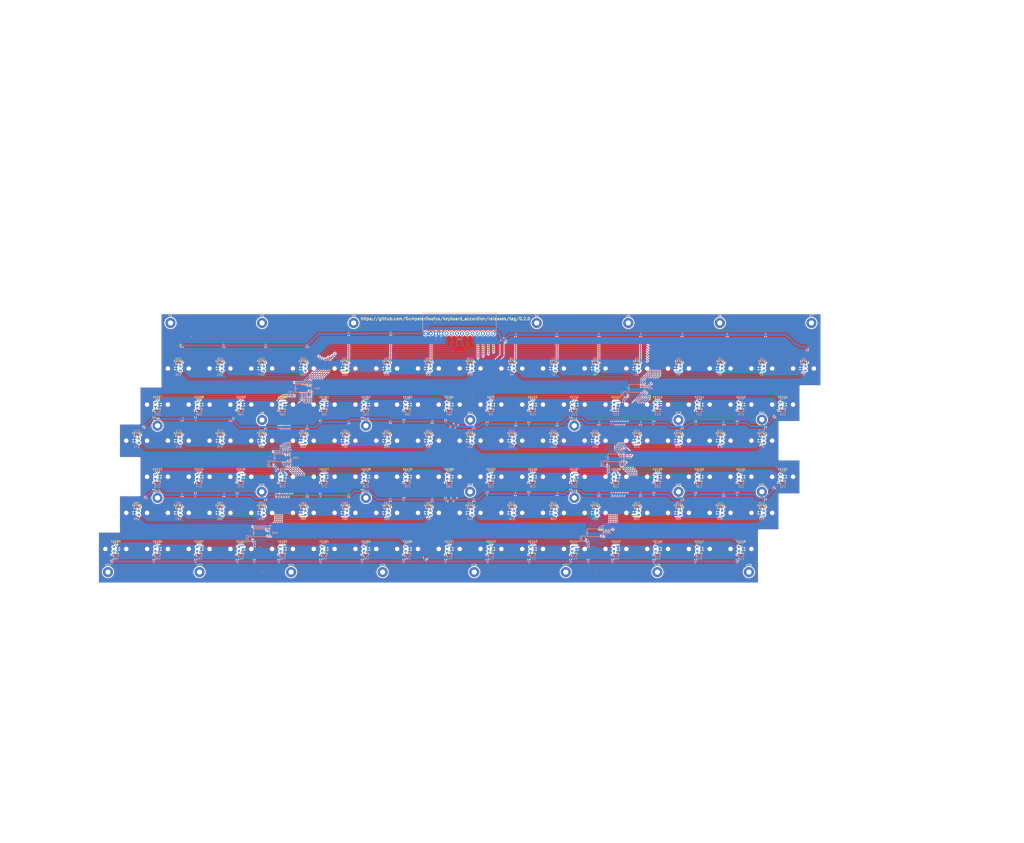
<source format=kicad_pcb>
(kicad_pcb (version 20241229) (generator "pcbnew") (generator_version "9.0")
  (layers (0 "F.Cu" signal) (2 "B.Cu" signal) (13 "F.Paste" user) (15 "B.Paste" user) (5 "F.SilkS" user "F.Silkscreen") (7 "B.SilkS" user "B.Silkscreen") (1 "F.Mask" user) (3 "B.Mask" user) (25 "Edge.Cuts" user))
  (net 0 "")
  (net 1 "CONTROL3")
  (net 2 "CONTROL4")
  (net 3 "AM1:16")
  (net 4 "CONTROL2")
  (net 5 "GND")
  (net 6 "AM2:16")
  (net 7 "AM3:16")
  (net 8 "AM4:16")
  (net 9 "AM5:16")
  (net 10 "+3.3V")
  (net 11 "AM6:9")
  (net 12 "AM6:13")
  (net 13 "AM6:1")
  (net 14 "CONTROL1")
  (net 15 "AM6:15")
  (net 16 "AM6")
  (net 17 "AM6:10")
  (net 18 "AM6:14")
  (net 19 "AM6:2")
  (net 20 "AM6:7")
  (net 21 "AM6:6")
  (net 22 "AM6:4")
  (net 23 "AM6:11")
  (net 24 "AM1")
  (net 25 "AM2")
  (net 26 "AM3")
  (net 27 "AM4")
  (net 28 "AM5")
  (net 29 "AM1:15")
  (net 30 "AM1:12")
  (net 31 "AM1:14")
  (net 32 "AM1:1")
  (net 33 "AM1:4")
  (net 34 "AM1:13")
  (net 35 "AM1:5")
  (net 36 "AM1:3")
  (net 37 "AM1:9")
  (net 38 "AM1:10")
  (net 39 "AM6:8")
  (net 40 "AM1:8")
  (net 41 "AM1:2")
  (net 42 "AM1:11")
  (net 43 "AM1:7")
  (net 44 "AM1:6")
  (net 45 "AM2:11")
  (net 46 "AM2:4")
  (net 47 "AM2:14")
  (net 48 "AM2:5")
  (net 49 "AM2:7")
  (net 50 "AM2:6")
  (net 51 "AM2:12")
  (net 52 "AM6:3")
  (net 53 "AM2:13")
  (net 54 "AM2:10")
  (net 55 "AM2:9")
  (net 56 "AM2:3")
  (net 57 "AM2:1")
  (net 58 "AM2:15")
  (net 59 "AM2:2")
  (net 60 "AM2:8")
  (net 61 "AM3:7")
  (net 62 "AM3:6")
  (net 63 "AM3:5")
  (net 64 "AM3:4")
  (net 65 "AM3:3")
  (net 66 "AM3:2")
  (net 67 "AM3:1")
  (net 68 "AM6:5")
  (net 69 "AM3:15")
  (net 70 "AM3:14")
  (net 71 "AM3:13")
  (net 72 "AM3:12")
  (net 73 "AM3:11")
  (net 74 "AM3:10")
  (net 75 "AM3:9")
  (net 76 "AM3:8")
  (net 77 "AM4:7")
  (net 78 "AM4:6")
  (net 79 "AM4:5")
  (net 80 "AM4:4")
  (net 81 "AM4:3")
  (net 82 "AM4:2")
  (net 83 "AM4:1")
  (net 84 "AM6:12")
  (net 85 "AM4:15")
  (net 86 "AM4:14")
  (net 87 "AM4:13")
  (net 88 "AM4:12")
  (net 89 "AM4:11")
  (net 90 "AM4:10")
  (net 91 "AM4:9")
  (net 92 "AM4:8")
  (net 93 "AM5:7")
  (net 94 "AM5:6")
  (net 95 "AM5:5")
  (net 96 "AM5:4")
  (net 97 "AM5:3")
  (net 98 "AM5:2")
  (net 99 "AM5:1")
  (net 100 "AM6:16")
  (net 101 "AM5:15")
  (net 102 "AM5:14")
  (net 103 "AM5:13")
  (net 104 "AM5:12")
  (net 105 "AM5:11")
  (net 106 "AM5:10")
  (net 107 "AM5:9")
  (net 108 "AM5:8")
  (footprint "lekker:SW_MX_Lekker" (layer "F.Cu") (at 157.971096 222.790544)
    (property "Reference" "KEY83")
    (property "Value" "SW_MX_Lekker" (hide yes))
  )
  (footprint "lekker:SW_MX_Lekker" (layer "F.Cu") (at 218.931096 152.4)
    (property "Reference" "KEY49")
    (property "Value" "SW_MX_Lekker" (hide yes))
  )
  (footprint "lekker:SW_MX_Lekker" (layer "F.Cu") (at 198.611096 222.790544)
    (property "Reference" "KEY81")
    (property "Value" "SW_MX_Lekker" (hide yes))
  )
  (footprint "MountingHole:MountingHole_2.5mm_Pad" (layer "F.Cu") (at 168.148 215.484472)
    (property "Reference" "H17")
    (property "Value" "MountingHole_2.5mm_Pad")
  )
  (footprint "lekker:SW_MX_Lekker" (layer "F.Cu") (at 178.291096 222.790544)
    (property "Reference" "KEY82")
    (property "Value" "SW_MX_Lekker" (hide yes))
  )
  (footprint "lekker:SW_MX_Lekker" (layer "F.Cu") (at 147.811096 240.388181)
    (property "Reference" "KEY94")
    (property "Value" "SW_MX_Lekker" (hide yes))
  )
  (footprint "lekker:SW_MX_Lekker" (layer "F.Cu") (at 137.651096 222.790544)
    (property "Reference" "KEY84")
    (property "Value" "SW_MX_Lekker" (hide yes))
  )
  (footprint "lekker:SW_MX_Lekker" (layer "F.Cu") (at 117.331096 222.790544)
    (property "Reference" "KEY85")
    (property "Value" "SW_MX_Lekker" (hide yes))
  )
  (footprint "lekker:SW_MX_Lekker" (layer "F.Cu") (at 97.011096 222.790544)
    (property "Reference" "KEY86")
    (property "Value" "SW_MX_Lekker" (hide yes))
  )
  (footprint "lekker:SW_MX_Lekker" (layer "F.Cu") (at 168.131096 205.192908)
    (property "Reference" "KEY78")
    (property "Value" "SW_MX_Lekker" (hide yes))
  )
  (footprint "lekker:SW_MX_Lekker" (layer "F.Cu") (at 137.651096 187.595272)
    (property "Reference" "KEY68")
    (property "Value" "SW_MX_Lekker" (hide yes))
  )
  (footprint "lekker:SW_MX_Lekker" (layer "F.Cu") (at 107.171096 205.192908)
    (property "Reference" "KEY75")
    (property "Value" "SW_MX_Lekker" (hide yes))
  )
  (footprint "MountingHole:MountingHole_2.5mm_Pad" (layer "F.Cu") (at 176.308 251.679744)
    (property "Reference" "H25")
    (property "Value" "MountingHole_2.5mm_Pad")
  )
  (footprint "lekker:SW_MX_Lekker" (layer "F.Cu") (at 198.611096 152.4)
    (property "Reference" "KEY50")
    (property "Value" "SW_MX_Lekker" (hide yes))
  )
  (footprint "lekker:SW_MX_Lekker" (layer "F.Cu") (at 188.451096 240.388181)
    (property "Reference" "KEY96")
    (property "Value" "SW_MX_Lekker" (hide yes))
  )
  (footprint "MountingHole:MountingHole_2.5mm_Pad" (layer "F.Cu") (at 310.228 251.679744)
    (property "Reference" "H28")
    (property "Value" "MountingHole_2.5mm_Pad")
  )
  (footprint "lekker:SW_MX_Lekker" (layer "F.Cu") (at 76.691096 222.790544)
    (property "Reference" "KEY87")
    (property "Value" "SW_MX_Lekker" (hide yes))
  )
  (footprint "MountingHole:MountingHole_2.5mm_Pad" (layer "F.Cu") (at 131.668 251.679744)
    (property "Reference" "H24")
    (property "Value" "MountingHole_2.5mm_Pad")
  )
  (footprint "MountingHole:MountingHole_2.5mm_Pad" (layer "F.Cu") (at 220.948 251.679744)
    (property "Reference" "H26")
    (property "Value" "MountingHole_2.5mm_Pad")
  )
  (footprint "MountingHole:MountingHole_2.5mm_Pad" (layer "F.Cu") (at 320.548 212.4964)
    (property "Reference" "H20")
    (property "Value" "MountingHole_2.5mm_Pad")
  )
  (footprint "lekker:SW_MX_Lekker" (layer "F.Cu") (at 188.451096 205.192908)
    (property "Reference" "KEY79")
    (property "Value" "SW_MX_Lekker" (hide yes))
  )
  (footprint "lekker:SW_MX_Lekker" (layer "F.Cu") (at 56.371096 222.790544)
    (property "Reference" "KEY88")
    (property "Value" "SW_MX_Lekker" (hide yes))
  )
  (footprint "lekker:SW_MX_Lekker" (layer "F.Cu") (at 46.211096 240.388181)
    (property "Reference" "KEY89")
    (property "Value" "SW_MX_Lekker" (hide yes))
  )
  (footprint "lekker:SW_MX_Lekker" (layer "F.Cu") (at 147.811096 169.997636)
    (property "Reference" "KEY61")
    (property "Value" "SW_MX_Lekker" (hide yes))
  )
  (footprint "lekker:SW_MX_Lekker" (layer "F.Cu") (at 66.531096 240.388181)
    (property "Reference" "KEY90")
    (property "Value" "SW_MX_Lekker" (hide yes))
  )
  (footprint "lekker:SW_MX_Lekker" (layer "F.Cu") (at 86.851096 240.388181)
    (property "Reference" "KEY91")
    (property "Value" "SW_MX_Lekker" (hide yes))
  )
  (footprint "lekker:SW_MX_Lekker" (layer "F.Cu") (at 66.531096 169.997636)
    (property "Reference" "KEY57")
    (property "Value" "SW_MX_Lekker" (hide yes))
  )
  (footprint "lekker:SW_MX_Lekker" (layer "F.Cu") (at 127.491096 240.388181)
    (property "Reference" "KEY93")
    (property "Value" "SW_MX_Lekker" (hide yes))
  )
  (footprint "lekker:SW_MX_Lekker" (layer "F.Cu") (at 147.811096 205.192908)
    (property "Reference" "KEY77")
    (property "Value" "SW_MX_Lekker" (hide yes))
  )
  (footprint "lekker:SW_MX_Lekker" (layer "F.Cu") (at 107.171096 240.388181)
    (property "Reference" "KEY92")
    (property "Value" "SW_MX_Lekker" (hide yes))
  )
  (footprint "lekker:SW_MX_Lekker" (layer "F.Cu") (at 117.331096 152.4)
    (property "Reference" "KEY54")
    (property "Value" "SW_MX_Lekker" (hide yes))
  )
  (footprint "lekker:SW_MX_Lekker" (layer "F.Cu") (at 168.131096 169.997636)
    (property "Reference" "KEY62")
    (property "Value" "SW_MX_Lekker" (hide yes))
  )
  (footprint "lekker:SW_MX_Lekker" (layer "F.Cu") (at 168.131096 240.388181)
    (property "Reference" "KEY95")
    (property "Value" "SW_MX_Lekker" (hide yes))
  )
  (footprint "lekker:SW_MX_Lekker" (layer "F.Cu") (at 137.651096 152.4)
    (property "Reference" "KEY53")
    (property "Value" "SW_MX_Lekker" (hide yes))
  )
  (footprint "lekker:SW_MX_Lekker" (layer "F.Cu") (at 208.771096 169.997636)
    (property "Reference" "KEY64")
    (property "Value" "SW_MX_Lekker" (hide yes))
  )
  (footprint "lekker:SW_MX_Lekker" (layer "F.Cu") (at 86.851096 205.192908)
    (property "Reference" "KEY74")
    (property "Value" "SW_MX_Lekker" (hide yes))
  )
  (footprint "lekker:SW_MX_Lekker" (layer "F.Cu") (at 198.611096 187.595272)
    (property "Reference" "KEY65")
    (property "Value" "SW_MX_Lekker" (hide yes))
  )
  (footprint "lekker:SW_MX_Lekker" (layer "F.Cu") (at 178.291096 187.595272)
    (property "Reference" "KEY66")
    (property "Value" "SW_MX_Lekker" (hide yes))
  )
  (footprint "lekker:SW_MX_Lekker" (layer "F.Cu") (at 157.971096 187.595272)
    (property "Reference" "KEY67")
    (property "Value" "SW_MX_Lekker" (hide yes))
  )
  (footprint "lekker:SW_MX_Lekker" (layer "F.Cu") (at 117.331096 187.595272)
    (property "Reference" "KEY69")
    (property "Value" "SW_MX_Lekker" (hide yes))
  )
  (footprint "lekker:SW_MX_Lekker" (layer "F.Cu") (at 188.451096 169.997636)
    (property "Reference" "KEY63")
    (property "Value" "SW_MX_Lekker" (hide yes))
  )
  (footprint "lekker:SW_MX_Lekker" (layer "F.Cu") (at 97.011096 187.595272)
    (property "Reference" "KEY70")
    (property "Value" "SW_MX_Lekker" (hide yes))
  )
  (footprint "lekker:SW_MX_Lekker" (layer "F.Cu") (at 76.691096 187.595272)
    (property "Reference" "KEY71")
    (property "Value" "SW_MX_Lekker" (hide yes))
  )
  (footprint "lekker:SW_MX_Lekker" (layer "F.Cu") (at 56.371096 187.595272)
    (property "Reference" "KEY72")
    (property "Value" "SW_MX_Lekker" (hide yes))
  )
  (footprint "lekker:SW_MX_Lekker" (layer "F.Cu") (at 66.531096 205.192908)
    (property "Reference" "KEY73")
    (property "Value" "SW_MX_Lekker" (hide yes))
  )
  (footprint "lekker:SW_MX_Lekker" (layer "F.Cu") (at 107.171096 169.997636)
    (property "Reference" "KEY59")
    (property "Value" "SW_MX_Lekker" (hide yes))
  )
  (footprint "lekker:SW_MX_Lekker" (layer "F.Cu") (at 127.491096 169.997636)
    (property "Reference" "KEY60")
    (property "Value" "SW_MX_Lekker" (hide yes))
  )
  (footprint "lekker:SW_MX_Lekker" (layer "F.Cu") (at 76.691096 152.4)
    (property "Reference" "KEY56")
    (property "Value" "SW_MX_Lekker" (hide yes))
  )
  (footprint "lekker:SW_MX_Lekker" (layer "F.Cu") (at 127.491096 205.192908)
    (property "Reference" "KEY76")
    (property "Value" "SW_MX_Lekker" (hide yes))
  )
  (footprint "lekker:SW_MX_Lekker" (layer "F.Cu") (at 208.771096 205.192908)
    (property "Reference" "KEY80")
    (property "Value" "SW_MX_Lekker" (hide yes))
  )
  (footprint "MountingHole:MountingHole_2.5mm_Pad" (layer "F.Cu") (at 219 177.5)
    (property "Reference" "H11")
    (property "Value" "MountingHole_2.5mm_Pad")
  )
  (footprint "MountingHole:MountingHole_2.5mm_Pad" (layer "F.Cu") (at 42.388 251.679744)
    (property "Reference" "H22")
    (property "Value" "MountingHole_2.5mm_Pad")
  )
  (footprint "lekker:SW_MX_Lekker" (layer "F.Cu") (at 157.971096 152.4)
    (property "Reference" "KEY52")
    (property "Value" "SW_MX_Lekker" (hide yes))
  )
  (footprint "MountingHole:MountingHole_2.5mm_Pad" (layer "F.Cu") (at 168.148 180.2892)
    (property "Reference" "H10")
    (property "Value" "MountingHole_2.5mm_Pad")
  )
  (footprint "lekker:SW_MX_Lekker" (layer "F.Cu") (at 290.051096 205.192908)
    (property "Reference" "KEY28")
    (property "Value" "SW_MX_Lekker" (hide yes))
  )
  (footprint "lekker:SW_MX_Lekker" (layer "F.Cu") (at 310.371096 205.192908)
    (property "Reference" "KEY29")
    (property "Value" "SW_MX_Lekker" (hide yes))
  )
  (footprint "MountingHole:MountingHole_2.5mm_Pad" (layer "F.Cu") (at 218.948 212.4964)
    (property "Reference" "H18")
    (property "Value" "MountingHole_2.5mm_Pad")
  )
  (footprint "MountingHole:MountingHole_2.5mm_Pad" (layer "F.Cu") (at 117.5 177.5)
    (property "Reference" "H9")
    (property "Value" "MountingHole_2.5mm_Pad")
  )
  (footprint "lekker:SW_MX_Lekker" (layer "F.Cu") (at 300.211096 187.595272)
    (property "Reference" "KEY20")
    (property "Value" "SW_MX_Lekker" (hide yes))
  )
  (footprint "lekker:SW_MX_Lekker" (layer "F.Cu") (at 239.251096 222.790544)
    (property "Reference" "KEY39")
    (property "Value" "SW_MX_Lekker" (hide yes))
  )
  (footprint "lekker:SW_MX_Lekker" (layer "F.Cu") (at 290.051096 240.388181)
    (property "Reference" "KEY45")
    (property "Value" "SW_MX_Lekker" (hide yes))
  )
  (footprint "MountingHole:MountingHole_2.5mm_Pad" (layer "F.Cu") (at 117.348 212.4964)
    (property "Reference" "H16")
    (property "Value" "MountingHole_2.5mm_Pad")
  )
  (footprint "lekker:SW_MX_Lekker" (layer "F.Cu") (at 97.011096 152.4)
    (property "Reference" "KEY55")
    (property "Value" "SW_MX_Lekker" (hide yes))
  )
  (footprint "lekker:SW_MX_Lekker" (layer "F.Cu") (at 279.891096 152.4)
    (property "Reference" "KEY6")
    (property "Value" "SW_MX_Lekker" (hide yes))
  )
  (footprint "lekker:SW_MX_Lekker" (layer "F.Cu") (at 320.531096 222.790544)
    (property "Reference" "KEY35")
    (property "Value" "SW_MX_Lekker" (hide yes))
  )
  (footprint "MountingHole:MountingHole_2.5mm_Pad" (layer "F.Cu") (at 251.428 130.2108)
    (property "Reference" "H4")
    (property "Value" "MountingHole_2.5mm_Pad")
  )
  (footprint "lekker:SW_MX_Lekker" (layer "F.Cu") (at 320.531096 187.595272)
    (property "Reference" "KEY19")
    (property "Value" "SW_MX_Lekker" (hide yes))
  )
  (footprint "lekker:SW_MX_Lekker" (layer "F.Cu") (at 361.171096 187.595272)
    (property "Reference" "KEY17")
    (property "Value" "SW_MX_Lekker" (hide yes))
  )
  (footprint "lekker:SW_MX_Lekker" (layer "F.Cu") (at 279.891096 222.790544)
    (property "Reference" "KEY37")
    (property "Value" "SW_MX_Lekker" (hide yes))
  )
  (footprint "lekker:SW_MX_Lekker" (layer "F.Cu") (at 178.291096 152.4)
    (property "Reference" "KEY51")
    (property "Value" "SW_MX_Lekker" (hide yes))
  )
  (footprint "MountingHole:MountingHole_2.5mm_Pad" (layer "F.Cu") (at 269.748 215.484472)
    (property "Reference" "H19")
    (property "Value" "MountingHole_2.5mm_Pad")
  )
  (footprint "MountingHole:MountingHole_2.5mm_Pad" (layer "F.Cu") (at 265.588 251.679744)
    (property "Reference" "H27")
    (property "Value" "MountingHole_2.5mm_Pad")
  )
  (footprint "lekker:SW_MX_Lekker" (layer "F.Cu") (at 300.211096 222.790544)
    (property "Reference" "KEY36")
    (property "Value" "SW_MX_Lekker" (hide yes))
  )
  (footprint "MountingHole:MountingHole_2.5mm_Pad" (layer "F.Cu") (at 162.148 130.2108)
    (property "Reference" "H3")
    (property "Value" "MountingHole_2.5mm_Pad")
  )
  (footprint "lekker:SW_MX_Lekker" (layer "F.Cu") (at 351.011096 169.997636)
    (property "Reference" "KEY15")
    (property "Value" "SW_MX_Lekker" (hide yes))
  )
  (footprint "lekker:SW_MX_Lekker" (layer "F.Cu") (at 300.211096 152.4)
    (property "Reference" "KEY5")
    (property "Value" "SW_MX_Lekker" (hide yes))
  )
  (footprint "MountingHole:MountingHole_2.5mm_Pad" (layer "F.Cu") (at 361.188 177.301128)
    (property "Reference" "H14")
    (property "Value" "MountingHole_2.5mm_Pad")
  )
  (footprint "MountingHole:MountingHole_2.5mm_Pad" (layer "F.Cu") (at 354.868 251.679744)
    (property "Reference" "H29")
    (property "Value" "MountingHole_2.5mm_Pad")
  )
  (footprint "lekker:SW_MX_Lekker" (layer "F.Cu") (at 290.051096 169.997636)
    (property "Reference" "KEY12")
    (property "Value" "SW_MX_Lekker" (hide yes))
  )
  (footprint "lekker:SW_MX_Lekker" (layer "F.Cu") (at 310.371096 169.997636)
    (property "Reference" "KEY13")
    (property "Value" "SW_MX_Lekker" (hide yes))
  )
  (footprint "MountingHole:MountingHole_2.5mm_Pad" (layer "F.Cu") (at 87.028 251.679744)
    (property "Reference" "H23")
    (property "Value" "MountingHole_2.5mm_Pad")
  )
  (footprint "MountingHole:MountingHole_2.5mm_Pad" (layer "F.Cu") (at 66.548 215.484472)
    (property "Reference" "H15")
    (property "Value" "MountingHole_2.5mm_Pad")
  )
  (footprint "lekker:SW_MX_Lekker" (layer "F.Cu") (at 269.731096 205.192908)
    (property "Reference" "KEY27")
    (property "Value" "SW_MX_Lekker" (hide yes))
  )
  (footprint "lekker:SW_MX_Lekker" (layer "F.Cu") (at 86.851096 169.997636)
    (property "Reference" "KEY58")
    (property "Value" "SW_MX_Lekker" (hide yes))
  )
  (footprint "lekker:SW_MX_Lekker" (layer "F.Cu") (at 269.731096 240.388181)
    (property "Reference" "KEY44")
    (property "Value" "SW_MX_Lekker" (hide yes))
  )
  (footprint "MountingHole:MountingHole_2.5mm_Pad" (layer "F.Cu") (at 361.188 212.4964)
    (property "Reference" "H21")
    (property "Value" "MountingHole_2.5mm_Pad")
  )
  (footprint "lekker:SW_MX_Lekker" (layer "F.Cu") (at 351.011096 205.192908)
    (property "Reference" "KEY31")
    (property "Value" "SW_MX_Lekker" (hide yes))
  )
  (footprint "MountingHole:MountingHole_2.5mm_Pad" (layer "F.Cu") (at 117.508 130.2108)
    (property "Reference" "H2")
    (property "Value" "MountingHole_2.5mm_Pad")
  )
  (footprint "lekker:SW_MX_Lekker" (layer "F.Cu") (at 259.571096 152.4)
    (property "Reference" "KEY7")
    (property "Value" "SW_MX_Lekker" (hide yes))
  )
  (footprint "lekker:SW_MX_Lekker" (layer "F.Cu") (at 320.531096 152.4)
    (property "Reference" "KEY4")
    (property "Value" "SW_MX_Lekker" (hide yes))
  )
  (footprint "lekker:SW_MX_Lekker" (layer "F.Cu") (at 361.171096 222.790544)
    (property "Reference" "KEY33")
    (property "Value" "SW_MX_Lekker" (hide yes))
  )
  (footprint "MountingHole:MountingHole_2.5mm_Pad" (layer "F.Cu") (at 385.348 130.2108)
    (property "Reference" "H7")
    (property "Value" "MountingHole_2.5mm_Pad")
  )
  (footprint "lekker:SW_MX_Lekker" (layer "F.Cu") (at 218.931096 222.790544)
    (property "Reference" "KEY40")
    (property "Value" "SW_MX_Lekker" (hide yes))
  )
  (footprint "MountingHole:MountingHole_2.5mm_Pad" (layer "F.Cu") (at 269.748 180.2892)
    (property "Reference" "H12")
    (property "Value" "MountingHole_2.5mm_Pad")
  )
  (footprint "lekker:SW_MX_Lekker" (layer "F.Cu") (at 208.771096 240.388181)
    (property "Reference" "KEY41")
    (property "Value" "SW_MX_Lekker" (hide yes))
  )
  (footprint "lekker:SW_MX_Lekker" (layer "F.Cu") (at 249.411096 205.192908)
    (property "Reference" "KEY26")
    (property "Value" "SW_MX_Lekker" (hide yes))
  )
  (footprint "lekker:SW_MX_Lekker" (layer "F.Cu") (at 340.851096 187.595272)
    (property "Reference" "KEY18")
    (property "Value" "SW_MX_Lekker" (hide yes))
  )
  (footprint "lekker:SW_MX_Lekker" (layer "F.Cu") (at 269.731096 169.997636)
    (property "Reference" "KEY11")
    (property "Value" "SW_MX_Lekker" (hide yes))
  )
  (footprint "lekker:SW_MX_Lekker" (layer "F.Cu") (at 371.331096 205.192908)
    (property "Reference" "KEY32")
    (property "Value" "SW_MX_Lekker" (hide yes))
  )
  (footprint "MountingHole:MountingHole_2.5mm_Pad" (layer "F.Cu") (at 66.548 180.2892)
    (property "Reference" "H8")
    (property "Value" "MountingHole_2.5mm_Pad")
  )
  (footprint "lekker:SW_MX_Lekker" (layer "F.Cu") (at 239.251096 152.4)
    (property "Reference" "KEY8")
    (property "Value" "SW_MX_Lekker" (hide yes))
  )
  (footprint "lekker:SW_MX_Lekker" (layer "F.Cu") (at 310.371096 240.388181)
    (property "Reference" "KEY46")
    (property "Value" "SW_MX_Lekker" (hide yes))
  )
  (footprint "lekker:SW_MX_Lekker" (layer "F.Cu") (at 340.851096 222.790544)
    (property "Reference" "KEY34")
    (property "Value" "SW_MX_Lekker" (hide yes))
  )
  (footprint "lekker:SW_MX_Lekker" (layer "F.Cu") (at 371.331096 169.997636)
    (property "Reference" "KEY16")
    (property "Value" "SW_MX_Lekker" (hide yes))
  )
  (footprint "lekker:SW_MX_Lekker" (layer "F.Cu") (at 229.091096 169.997636)
    (property "Reference" "KEY9")
    (property "Value" "SW_MX_Lekker" (hide yes))
  )
  (footprint "lekker:SW_MX_Lekker" (layer "F.Cu") (at 259.571096 222.790544)
    (property "Reference" "KEY38")
    (property "Value" "SW_MX_Lekker" (hide yes))
  )
  (footprint "lekker:SW_MX_Lekker" (layer "F.Cu") (at 229.091096 240.388181)
    (property "Reference" "KEY42")
    (property "Value" "SW_MX_Lekker" (hide yes))
  )
  (footprint "MountingHole:MountingHole_2.5mm_Pad" (layer "F.Cu") (at 340.708 130.2108)
    (property "Reference" "H6")
    (property "Value" "MountingHole_2.5mm_Pad")
  )
  (footprint "lekker:SW_MX_Lekker" (layer "F.Cu") (at 218.931096 187.595272)
    (property "Reference" "KEY24")
    (property "Value" "SW_MX_Lekker" (hide yes))
  )
  (footprint "lekker:SW_MX_Lekker" (layer "F.Cu") (at 249.411096 169.997636)
    (property "Reference" "KEY10")
    (property "Value" "SW_MX_Lekker" (hide yes))
  )
  (footprint "MountingHole:MountingHole_2.5mm_Pad" (layer "F.Cu") (at 296.068 130.2108)
    (property "Reference" "H5")
    (property "Value" "MountingHole_2.5mm_Pad")
  )
  (footprint "lekker:SW_MX_Lekker" (layer "F.Cu") (at 330.691096 205.192908)
    (property "Reference" "KEY30")
    (property "Value" "SW_MX_Lekker" (hide yes))
  )
  (footprint "lekker:SW_MX_Lekker" (layer "F.Cu") (at 239.251096 187.595272)
    (property "Reference" "KEY23")
    (property "Value" "SW_MX_Lekker" (hide yes))
  )
  (footprint "lekker:SW_MX_Lekker" (layer "F.Cu") (at 249.411096 240.388181)
    (property "Reference" "KEY43")
    (property "Value" "SW_MX_Lekker" (hide yes))
  )
  (footprint "lekker:SW_MX_Lekker" (layer "F.Cu") (at 330.691096 240.388181)
    (property "Reference" "KEY47")
    (property "Value" "SW_MX_Lekker" (hide yes))
  )
  (footprint "lekker:SW_MX_Lekker" (layer "F.Cu") (at 351.011096 240.388181)
    (property "Reference" "KEY48")
    (property "Value" "SW_MX_Lekker" (hide yes))
  )
  (footprint "lekker:SW_MX_Lekker" (layer "F.Cu") (at 330.691096 169.997636)
    (property "Reference" "KEY14")
    (property "Value" "SW_MX_Lekker" (hide yes))
  )
  (footprint "lekker:SW_MX_Lekker" (layer "F.Cu") (at 229.091096 205.192908)
    (property "Reference" "KEY25")
    (property "Value" "SW_MX_Lekker" (hide yes))
  )
  (footprint "lekker:SW_MX_Lekker" (layer "F.Cu") (at 381.491096 152.4)
    (property "Reference" "KEY1")
    (property "Value" "SW_MX_Lekker" (hide yes))
  )
  (footprint "lekker:SW_MX_Lekker" (layer "F.Cu") (at 259.571096 187.595272)
    (property "Reference" "KEY22")
    (property "Value" "SW_MX_Lekker" (hide yes))
  )
  (footprint "MountingHole:MountingHole_2.5mm_Pad" (layer "F.Cu") (at 72.868 130.2108)
    (property "Reference" "H1")
    (property "Value" "MountingHole_2.5mm_Pad")
  )
  (footprint "MountingHole:MountingHole_2.5mm_Pad" (layer "F.Cu") (at 320.5 177.5)
    (property "Reference" "H13")
    (property "Value" "MountingHole_2.5mm_Pad")
  )
  (footprint "lekker:SW_MX_Lekker" (layer "F.Cu") (at 340.851096 152.4)
    (property "Reference" "KEY3")
    (property "Value" "SW_MX_Lekker" (hide yes))
  )
  (footprint "lekker:SW_MX_Lekker" (layer "F.Cu") (at 279.891096 187.595272)
    (property "Reference" "KEY21")
    (property "Value" "SW_MX_Lekker" (hide yes))
  )
  (footprint "lekker:SW_MX_Lekker" (layer "F.Cu") (at 361.171096 152.4)
    (property "Reference" "KEY2")
    (property "Value" "SW_MX_Lekker" (hide yes))
  )
  (footprint "jlcpcb:C0603" (layer "B.Cu") (at 117.331096 184.801272)
    (property "Reference" "C69")
    (property "Value" "100 nF")
  )
  (footprint "jlcpcb:C0603" (layer "B.Cu") (at 56.371096 184.801272)
    (property "Reference" "C72")
    (property "Value" "100 nF")
  )
  (footprint "jlcpcb:SOT-23-3_L2.9-W1.3-P1.90-LS2.4-BR" (layer "B.Cu") (at 76.691096 222.790544)
    (property "Reference" "S87")
    (property "Value" "GH39FKSW")
  )
  (footprint "jlcpcb:SOT-23-3_L2.9-W1.3-P1.90-LS2.4-BR" (layer "B.Cu") (at 117.331096 222.790544)
    (property "Reference" "S85")
    (property "Value" "GH39FKSW")
  )
  (footprint "jlcpcb:SOT-23-3_L2.9-W1.3-P1.90-LS2.4-BR" (layer "B.Cu") (at 127.491096 169.997636 180)
    (property "Reference" "S60")
    (property "Value" "GH39FKSW")
  )
  (footprint "jlcpcb:SOT-23-3_L2.9-W1.3-P1.90-LS2.4-BR" (layer "B.Cu") (at 127.491096 240.388181 180)
    (property "Reference" "S93")
    (property "Value" "GH39FKSW")
  )
  (footprint "jlcpcb:C0603" (layer "B.Cu") (at 117.331096 149.606)
    (property "Reference" "C54")
    (property "Value" "100 nF")
  )
  (footprint "jlcpcb:C0603" (layer "B.Cu") (at 66.531096 243.182181 180)
    (property "Reference" "C90")
    (property "Value" "100 nF")
  )
  (footprint "jlcpcb:C0603" (layer "B.Cu") (at 97.011096 219.996544)
    (property "Reference" "C86")
    (property "Value" "100 nF")
  )
  (footprint "jlcpcb:C0603" (layer "B.Cu") (at 188.451096 207.986908 180)
    (property "Reference" "C79")
    (property "Value" "100 nF")
  )
  (footprint "jlcpcb:C0603" (layer "B.Cu") (at 137.651096 219.996544)
    (property "Reference" "C84")
    (property "Value" "100 nF")
  )
  (footprint "jlcpcb:SOT-23-3_L2.9-W1.3-P1.90-LS2.4-BR" (layer "B.Cu") (at 66.531096 240.388181 180)
    (property "Reference" "S90")
    (property "Value" "GH39FKSW")
  )
  (footprint "jlcpcb:SOT-23-3_L2.9-W1.3-P1.90-LS2.4-BR" (layer "B.Cu") (at 107.171096 240.388181 180)
    (property "Reference" "S92")
    (property "Value" "GH39FKSW")
  )
  (footprint "jlcpcb:C0603" (layer "B.Cu") (at 86.851096 207.986908 180)
    (property "Reference" "C74")
    (property "Value" "100 nF")
  )
  (footprint "jlcpcb:C0603" (layer "B.Cu") (at 107.171096 243.182181 180)
    (property "Reference" "C92")
    (property "Value" "100 nF")
  )
  (footprint "jlcpcb:C0603" (layer "B.Cu") (at 97.011096 149.606)
    (property "Reference" "C55")
    (property "Value" "100 nF")
  )
  (footprint "jlcpcb:SOT-23-3_L2.9-W1.3-P1.90-LS2.4-BR" (layer "B.Cu") (at 117.331096 152.4)
    (property "Reference" "S54")
    (property "Value" "GH39FKSW")
  )
  (footprint "jlcpcb:C0603" (layer "B.Cu") (at 157.971096 149.606)
    (property "Reference" "C52")
    (property "Value" "100 nF")
  )
  (footprint "jlcpcb:SOT-23-3_L2.9-W1.3-P1.90-LS2.4-BR" (layer "B.Cu") (at 76.691096 152.4)
    (property "Reference" "S56")
    (property "Value" "GH39FKSW")
  )
  (footprint "jlcpcb:SOT-23-3_L2.9-W1.3-P1.90-LS2.4-BR" (layer "B.Cu") (at 97.011096 152.4)
    (property "Reference" "S55")
    (property "Value" "GH39FKSW")
  )
  (footprint "jlcpcb:C0603" (layer "B.Cu") (at 76.691096 149.606)
    (property "Reference" "C56")
    (property "Value" "100 nF")
  )
  (footprint "jlcpcb:SOT-23-3_L2.9-W1.3-P1.90-LS2.4-BR" (layer "B.Cu") (at 208.771096 169.997636 180)
    (property "Reference" "S64")
    (property "Value" "GH39FKSW")
  )
  (footprint "jlcpcb:TSSOP-24_L7.8-W4.4-P0.65-LS6.4-BL" (layer "B.Cu") (at 137.675096 162.1576)
    (property "Reference" "AM4")
    (property "Value" "74HC4067PW,118")
  )
  (footprint "jlcpcb:SOT-23-3_L2.9-W1.3-P1.90-LS2.4-BR" (layer "B.Cu") (at 168.131096 169.997636 180)
    (property "Reference" "S62")
    (property "Value" "GH39FKSW")
  )
  (footprint "jlcpcb:C0603" (layer "B.Cu") (at 178.291096 184.801272)
    (property "Reference" "C66")
    (property "Value" "100 nF")
  )
  (footprint "jlcpcb:C0603" (layer "B.Cu") (at 127.491096 172.791636 180)
    (property "Reference" "C60")
    (property "Value" "100 nF")
  )
  (footprint "jlcpcb:TSSOP-24_L7.8-W4.4-P0.65-LS6.4-BL" (layer "B.Cu") (at 127.449596 195.9864)
    (property "Reference" "AM5")
    (property "Value" "74HC4067PW,118")
  )
  (footprint "jlcpcb:SOT-23-3_L2.9-W1.3-P1.90-LS2.4-BR" (layer "B.Cu") (at 188.451096 169.997636 180)
    (property "Reference" "S63")
    (property "Value" "GH39FKSW")
  )
  (footprint "jlcpcb:C0603" (layer "B.Cu") (at 86.851096 243.182181 180)
    (property "Reference" "C91")
    (property "Value" "100 nF")
  )
  (footprint "jlcpcb:C0603" (layer "B.Cu") (at 198.611096 219.996544)
    (property "Reference" "C81")
    (property "Value" "100 nF")
  )
  (footprint "jlcpcb:C0603" (layer "B.Cu") (at 97.011096 184.801272)
    (property "Reference" "C70")
    (property "Value" "100 nF")
  )
  (footprint "jlcpcb:TSSOP-24_L7.8-W4.4-P0.65-LS6.4-BL" (layer "B.Cu") (at 279.915096 232.548144)
    (property "Reference" "AM3")
    (property "Value" "74HC4067PW,118")
  )
  (footprint "jlcpcb:SOT-23-3_L2.9-W1.3-P1.90-LS2.4-BR" (layer "B.Cu") (at 56.371096 222.790544)
    (property "Reference" "S88")
    (property "Value" "GH39FKSW")
  )
  (footprint "jlcpcb:C0603" (layer "B.Cu") (at 168.131096 243.182181 180)
    (property "Reference" "C95")
    (property "Value" "100 nF")
  )
  (footprint "jlcpcb:SOT-23-3_L2.9-W1.3-P1.90-LS2.4-BR" (layer "B.Cu") (at 198.611096 152.4)
    (property "Reference" "S50")
    (property "Value" "GH39FKSW")
  )
  (footprint "jlcpcb:SOT-23-3_L2.9-W1.3-P1.90-LS2.4-BR" (layer "B.Cu") (at 86.851096 240.388181 180)
    (property "Reference" "S91")
    (property "Value" "GH39FKSW")
  )
  (footprint "jlcpcb:SOT-23-3_L2.9-W1.3-P1.90-LS2.4-BR" (layer "B.Cu") (at 76.691096 187.595272)
    (property "Reference" "S71")
    (property "Value" "GH39FKSW")
  )
  (footprint "jlcpcb:SOT-23-3_L2.9-W1.3-P1.90-LS2.4-BR" (layer "B.Cu") (at 157.971096 152.4)
    (property "Reference" "S52")
    (property "Value" "GH39FKSW")
  )
  (footprint "jlcpcb:C0603" (layer "B.Cu") (at 157.971096 184.801272)
    (property "Reference" "C67")
    (property "Value" "100 nF")
  )
  (footprint "jlcpcb:SOT-23-3_L2.9-W1.3-P1.90-LS2.4-BR" (layer "B.Cu") (at 168.131096 240.388181 180)
    (property "Reference" "S95")
    (property "Value" "GH39FKSW")
  )
  (footprint "jlcpcb:SOT-23-3_L2.9-W1.3-P1.90-LS2.4-BR" (layer "B.Cu") (at 157.971096 222.790544)
    (property "Reference" "S83")
    (property "Value" "GH39FKSW")
  )
  (footprint "jlcpcb:C0603" (layer "B.Cu") (at 117.331096 219.996544)
    (property "Reference" "C85")
    (property "Value" "100 nF")
  )
  (footprint "jlcpcb:SOT-23-3_L2.9-W1.3-P1.90-LS2.4-BR" (layer "B.Cu") (at 147.811096 169.997636 180)
    (property "Reference" "S61")
    (property "Value" "GH39FKSW")
  )
  (footprint "jlcpcb:SOT-23-3_L2.9-W1.3-P1.90-LS2.4-BR" (layer "B.Cu") (at 208.771096 205.192908 180)
    (property "Reference" "S80")
    (property "Value" "GH39FKSW")
  )
  (footprint "jlcpcb:C0603" (layer "B.Cu") (at 208.771096 207.986908 180)
    (property "Reference" "C80")
    (property "Value" "100 nF")
  )
  (footprint "jlcpcb:C0603" (layer "B.Cu") (at 107.171096 172.791636 180)
    (property "Reference" "C59")
    (property "Value" "100 nF")
  )
  (footprint "jlcpcb:C0603" (layer "B.Cu") (at 168.131096 207.986908 180)
    (property "Reference" "C78")
    (property "Value" "100 nF")
  )
  (footprint "jlcpcb:C0603" (layer "B.Cu") (at 147.811096 172.791636 180)
    (property "Reference" "C61")
    (property "Value" "100 nF")
  )
  (footprint "jlcpcb:TSSOP-24_L7.8-W4.4-P0.65-LS6.4-BL" (layer "B.Cu") (at 117.355096 232.548144)
    (property "Reference" "AM6")
    (property "Value" "74HC4067PW,118")
  )
  (footprint "jlcpcb:SOT-23-3_L2.9-W1.3-P1.90-LS2.4-BR" (layer "B.Cu") (at 147.811096 205.192908 180)
    (property "Reference" "S77")
    (property "Value" "GH39FKSW")
  )
  (footprint "jlcpcb:C0603" (layer "B.Cu") (at 127.491096 243.182181 180)
    (property "Reference" "C93")
    (property "Value" "100 nF")
  )
  (footprint "jlcpcb:SOT-23-3_L2.9-W1.3-P1.90-LS2.4-BR" (layer "B.Cu") (at 137.651096 222.790544)
    (property "Reference" "S84")
    (property "Value" "GH39FKSW")
  )
  (footprint "jlcpcb:SOT-23-3_L2.9-W1.3-P1.90-LS2.4-BR" (layer "B.Cu") (at 127.491096 205.192908 180)
    (property "Reference" "S76")
    (property "Value" "GH39FKSW")
  )
  (footprint "jlcpcb:SOT-23-3_L2.9-W1.3-P1.90-LS2.4-BR" (layer "B.Cu") (at 178.291096 152.4)
    (property "Reference" "S51")
    (property "Value" "GH39FKSW")
  )
  (footprint "jlcpcb:C0603" (layer "B.Cu") (at 198.611096 149.606)
    (property "Reference" "C50")
    (property "Value" "100 nF")
  )
  (footprint "jlcpcb:SOT-23-3_L2.9-W1.3-P1.90-LS2.4-BR" (layer "B.Cu") (at 46.211096 240.388181 180)
    (property "Reference" "S89")
    (property "Value" "GH39FKSW")
  )
  (footprint "jlcpcb:C0603" (layer "B.Cu") (at 137.651096 149.606)
    (property "Reference" "C53")
    (property "Value" "100 nF")
  )
  (footprint "jlcpcb:SOT-23-3_L2.9-W1.3-P1.90-LS2.4-BR" (layer "B.Cu") (at 66.531096 205.192908 180)
    (property "Reference" "S73")
    (property "Value" "GH39FKSW")
  )
  (footprint "jlcpcb:SOT-23-3_L2.9-W1.3-P1.90-LS2.4-BR" (layer "B.Cu") (at 198.611096 222.790544)
    (property "Reference" "S81")
    (property "Value" "GH39FKSW")
  )
  (footprint "jlcpcb:SOT-23-3_L2.9-W1.3-P1.90-LS2.4-BR" (layer "B.Cu") (at 168.131096 205.192908 180)
    (property "Reference" "S78")
    (property "Value" "GH39FKSW")
  )
  (footprint "jlcpcb:SOT-23-3_L2.9-W1.3-P1.90-LS2.4-BR" (layer "B.Cu") (at 86.851096 169.997636 180)
    (property "Reference" "S58")
    (property "Value" "GH39FKSW")
  )
  (footprint "jlcpcb:SOT-23-3_L2.9-W1.3-P1.90-LS2.4-BR" (layer "B.Cu") (at 56.371096 187.595272)
    (property "Reference" "S72")
    (property "Value" "GH39FKSW")
  )
  (footprint "jlcpcb:C0603" (layer "B.Cu") (at 330.691096 243.182181 180)
    (property "Reference" "C47")
    (property "Value" "100 nF")
  )
  (footprint "jlcpcb:SOT-23-3_L2.9-W1.3-P1.90-LS2.4-BR" (layer "B.Cu") (at 117.331096 187.595272)
    (property "Reference" "S69")
    (property "Value" "GH39FKSW")
  )
  (footprint "jlcpcb:C0603" (layer "B.Cu") (at 147.811096 243.182181 180)
    (property "Reference" "C94")
    (property "Value" "100 nF")
  )
  (footprint "jlcpcb:SOT-23-3_L2.9-W1.3-P1.90-LS2.4-BR" (layer "B.Cu") (at 178.291096 222.790544)
    (property "Reference" "S82")
    (property "Value" "GH39FKSW")
  )
  (footprint "jlcpcb:SOT-23-3_L2.9-W1.3-P1.90-LS2.4-BR" (layer "B.Cu") (at 137.651096 187.595272)
    (property "Reference" "S68")
    (property "Value" "GH39FKSW")
  )
  (footprint "jlcpcb:C0603" (layer "B.Cu") (at 198.611096 184.801272)
    (property "Reference" "C65")
    (property "Value" "100 nF")
  )
  (footprint "jlcpcb:C0603" (layer "B.Cu") (at 132.113896 165.0096 -90)
    (property "Reference" "C100")
    (property "Value" "100 nF")
  )
  (footprint "jlcpcb:SOT-23-3_L2.9-W1.3-P1.90-LS2.4-BR" (layer "B.Cu") (at 97.011096 222.790544)
    (property "Reference" "S86")
    (property "Value" "GH39FKSW")
  )
  (footprint "jlcpcb:SOT-23-3_L2.9-W1.3-P1.90-LS2.4-BR" (layer "B.Cu") (at 371.331096 169.997636 180)
    (property "Reference" "S16")
    (property "Value" "GH39FKSW")
  )
  (footprint "jlcpcb:SOT-23-3_L2.9-W1.3-P1.90-LS2.4-BR" (layer "B.Cu") (at 188.451096 240.388181 180)
    (property "Reference" "S96")
    (property "Value" "GH39FKSW")
  )
  (footprint "jlcpcb:C0603" (layer "B.Cu") (at 320.531096 149.606)
    (property "Reference" "C4")
    (property "Value" "100 nF")
  )
  (footprint "jlcpcb:SOT-23-3_L2.9-W1.3-P1.90-LS2.4-BR" (layer "B.Cu") (at 147.811096 240.388181 180)
    (property "Reference" "S94")
    (property "Value" "GH39FKSW")
  )
  (footprint "jlcpcb:C0603" (layer "B.Cu") (at 279.891096 149.606)
    (property "Reference" "C6")
    (property "Value" "100 nF")
  )
  (footprint "jlcpcb:SOT-23-3_L2.9-W1.3-P1.90-LS2.4-BR" (layer "B.Cu") (at 137.651096 152.4)
    (property "Reference" "S53")
    (property "Value" "GH39FKSW")
  )
  (footprint "jlcpcb:C0603" (layer "B.Cu") (at 178.291096 219.996544)
    (property "Reference" "C82")
    (property "Value" "100 nF")
  )
  (footprint "jlcpcb:C0603" (layer "B.Cu") (at 137.651096 184.801272)
    (property "Reference" "C68")
    (property "Value" "100 nF")
  )
  (footprint "jlcpcb:C0603" (layer "B.Cu") (at 188.451096 172.791636 180)
    (property "Reference" "C63")
    (property "Value" "100 nF")
  )
  (footprint "jlcpcb:SOT-23-3_L2.9-W1.3-P1.90-LS2.4-BR" (layer "B.Cu") (at 97.011096 187.595272)
    (property "Reference" "S70")
    (property "Value" "GH39FKSW")
  )
  (footprint "jlcpcb:SOT-23-3_L2.9-W1.3-P1.90-LS2.4-BR" (layer "B.Cu") (at 361.171096 222.790544)
    (property "Reference" "S33")
    (property "Value" "GH39FKSW")
  )
  (footprint "jlcpcb:C0603" (layer "B.Cu") (at 76.691096 184.801272)
    (property "Reference" "C71")
    (property "Value" "100 nF")
  )
  (footprint "jlcpcb:SOT-23-3_L2.9-W1.3-P1.90-LS2.4-BR" (layer "B.Cu") (at 218.931096 152.4)
    (property "Reference" "S49")
    (property "Value" "GH39FKSW")
  )
  (footprint "jlcpcb:C0603" (layer "B.Cu") (at 361.171096 149.606)
    (property "Reference" "C2")
    (property "Value" "100 nF")
  )
  (footprint "jlcpcb:C0603" (layer "B.Cu") (at 290.051096 243.182181 180)
    (property "Reference" "C45")
    (property "Value" "100 nF")
  )
  (footprint "jlcpcb:C0603" (layer "B.Cu") (at 208.771096 172.791636 180)
    (property "Reference" "C64")
    (property "Value" "100 nF")
  )
  (footprint "jlcpcb:C0603" (layer "B.Cu") (at 86.851096 172.791636 180)
    (property "Reference" "C58")
    (property "Value" "100 nF")
  )
  (footprint "jlcpcb:SOT-23-3_L2.9-W1.3-P1.90-LS2.4-BR" (layer "B.Cu") (at 279.891096 152.4)
    (property "Reference" "S6")
    (property "Value" "GH39FKSW")
  )
  (footprint "jlcpcb:C0603" (layer "B.Cu") (at 269.731096 172.791636 180)
    (property "Reference" "C11")
    (property "Value" "100 nF")
  )
  (footprint "jlcpcb:SOT-23-3_L2.9-W1.3-P1.90-LS2.4-BR" (layer "B.Cu") (at 198.611096 187.595272)
    (property "Reference" "S65")
    (property "Value" "GH39FKSW")
  )
  (footprint "jlcpcb:C0603" (layer "B.Cu") (at 127.491096 207.986908 180)
    (property "Reference" "C76")
    (property "Value" "100 nF")
  )
  (footprint "jlcpcb:SOT-23-3_L2.9-W1.3-P1.90-LS2.4-BR" (layer "B.Cu") (at 86.851096 205.192908 180)
    (property "Reference" "S74")
    (property "Value" "GH39FKSW")
  )
  (footprint "jlcpcb:SOT-23-3_L2.9-W1.3-P1.90-LS2.4-BR" (layer "B.Cu") (at 290.051096 169.997636 180)
    (property "Reference" "S12")
    (property "Value" "GH39FKSW")
  )
  (footprint "jlcpcb:C0603" (layer "B.Cu") (at 239.251096 149.606)
    (property "Reference" "C8")
    (property "Value" "100 nF")
  )
  (footprint "jlcpcb:C0603" (layer "B.Cu") (at 351.011096 207.986908 180)
    (property "Reference" "C31")
    (property "Value" "100 nF")
  )
  (footprint "jlcpcb:SOT-23-3_L2.9-W1.3-P1.90-LS2.4-BR" (layer "B.Cu") (at 239.251096 152.4)
    (property "Reference" "S8")
    (property "Value" "GH39FKSW")
  )
  (footprint "jlcpcb:SOT-23-3_L2.9-W1.3-P1.90-LS2.4-BR" (layer "B.Cu") (at 320.531096 152.4)
    (property "Reference" "S4")
    (property "Value" "GH39FKSW")
  )
  (footprint "jlcpcb:C0603" (layer "B.Cu") (at 168.131096 172.791636 180)
    (property "Reference" "C62")
    (property "Value" "100 nF")
  )
  (footprint "jlcpcb:C0603" (layer "B.Cu") (at 66.531096 172.791636 180)
    (property "Reference" "C57")
    (property "Value" "100 nF")
  )
  (footprint "jlcpcb:C0603" (layer "B.Cu") (at 66.531096 207.986908 180)
    (property "Reference" "C73")
    (property "Value" "100 nF")
  )
  (footprint "jlcpcb:C0603" (layer "B.Cu") (at 157.971096 219.996544)
    (property "Reference" "C83")
    (property "Value" "100 nF")
  )
  (footprint "jlcpcb:SOT-23-3_L2.9-W1.3-P1.90-LS2.4-BR" (layer "B.Cu") (at 66.531096 169.997636 180)
    (property "Reference" "S57")
    (property "Value" "GH39FKSW")
  )
  (footprint "jlcpcb:SOT-23-3_L2.9-W1.3-P1.90-LS2.4-BR" (layer "B.Cu") (at 290.051096 240.388181 180)
    (property "Reference" "S45")
    (property "Value" "GH39FKSW")
  )
  (footprint "jlcpcb:SOT-23-3_L2.9-W1.3-P1.90-LS2.4-BR" (layer "B.Cu") (at 351.011096 169.997636 180)
    (property "Reference" "S15")
    (property "Value" "GH39FKSW")
  )
  (footprint "jlcpcb:SOT-23-3_L2.9-W1.3-P1.90-LS2.4-BR" (layer "B.Cu") (at 249.411096 240.388181 180)
    (property "Reference" "S43")
    (property "Value" "GH39FKSW")
  )
  (footprint "jlcpcb:C0603" (layer "B.Cu") (at 111.692296 235.396 -90)
    (property "Reference" "C102")
    (property "Value" "100 nF")
  )
  (footprint "jlcpcb:C0603" (layer "B.Cu") (at 249.411096 243.182181 180)
    (property "Reference" "C43")
    (property "Value" "100 nF")
  )
  (footprint "jlcpcb:SOT-23-3_L2.9-W1.3-P1.90-LS2.4-BR" (layer "B.Cu") (at 107.171096 169.997636 180)
    (property "Reference" "S59")
    (property "Value" "GH39FKSW")
  )
  (footprint "jlcpcb:TSSOP-24_L7.8-W4.4-P0.65-LS6.4-BL" (layer "B.Cu") (at 290.009596 195.9864)
    (property "Reference" "AM2")
    (property "Value" "74HC4067PW,118")
  )
  (footprint "jlcpcb:SOT-23-3_L2.9-W1.3-P1.90-LS2.4-BR" (layer "B.Cu") (at 249.411096 169.997636 180)
    (property "Reference" "S10")
    (property "Value" "GH39FKSW")
  )
  (footprint "jlcpcb:SOT-23-3_L2.9-W1.3-P1.90-LS2.4-BR" (layer "B.Cu") (at 330.691096 169.997636 180)
    (property "Reference" "S14")
    (property "Value" "GH39FKSW")
  )
  (footprint "jlcpcb:C0603" (layer "B.Cu") (at 76.691096 219.996544)
    (property "Reference" "C87")
    (property "Value" "100 nF")
  )
  (footprint "jlcpcb:C0603" (layer "B.Cu") (at 371.331096 172.791636 180)
    (property "Reference" "C16")
    (property "Value" "100 nF")
  )
  (footprint "jlcpcb:SOT-23-3_L2.9-W1.3-P1.90-LS2.4-BR" (layer "B.Cu") (at 107.171096 205.192908 180)
    (property "Reference" "S75")
    (property "Value" "GH39FKSW")
  )
  (footprint "jlcpcb:C0603" (layer "B.Cu") (at 259.571096 149.606)
    (property "Reference" "C7")
    (property "Value" "100 nF")
  )
  (footprint "jlcpcb:C0603" (layer "B.Cu") (at 188.451096 243.182181 180)
    (property "Reference" "C96")
    (property "Value" "100 nF")
  )
  (footprint "jlcpcb:SOT-23-3_L2.9-W1.3-P1.90-LS2.4-BR" (layer "B.Cu") (at 310.371096 240.388181 180)
    (property "Reference" "S46")
    (property "Value" "GH39FKSW")
  )
  (footprint "jlcpcb:C0603" (layer "B.Cu") (at 46.211096 243.182181 180)
    (property "Reference" "C89")
    (property "Value" "100 nF")
  )
  (footprint "jlcpcb:SOT-23-3_L2.9-W1.3-P1.90-LS2.4-BR" (layer "B.Cu") (at 279.891096 222.790544)
    (property "Reference" "S37")
    (property "Value" "GH39FKSW")
  )
  (footprint "jlcpcb:C0603" (layer "B.Cu") (at 218.931096 184.801272)
    (property "Reference" "C24")
    (property "Value" "100 nF")
  )
  (footprint "jlcpcb:C0603" (layer "B.Cu") (at 218.931096 149.606)
    (property "Reference" "C49")
    (property "Value" "100 nF")
  )
  (footprint "jlcpcb:C0603" (layer "B.Cu") (at 178.291096 149.606)
    (property "Reference" "C51")
    (property "Value" "100 nF")
  )
  (footprint "jlcpcb:C0603" (layer "B.Cu") (at 259.571096 184.801272)
    (property "Reference" "C22")
    (property "Value" "100 nF")
  )
  (footprint "jlcpcb:C0603" (layer "B.Cu") (at 229.091096 243.182181 180)
    (property "Reference" "C42")
    (property "Value" "100 nF")
  )
  (footprint "jlcpcb:C0603" (layer "B.Cu") (at 249.411096 207.986908 180)
    (property "Reference" "C26")
    (property "Value" "100 nF")
  )
  (footprint "jlcpcb:SOT-23-3_L2.9-W1.3-P1.90-LS2.4-BR" (layer "B.Cu") (at 249.411096 205.192908 180)
    (property "Reference" "S26")
    (property "Value" "GH39FKSW")
  )
  (footprint "jlcpcb:SOT-23-3_L2.9-W1.3-P1.90-LS2.4-BR" (layer "B.Cu") (at 188.451096 205.192908 180)
    (property "Reference" "S79")
    (property "Value" "GH39FKSW")
  )
  (footprint "jlcpcb:SOT-23-3_L2.9-W1.3-P1.90-LS2.4-BR" (layer "B.Cu") (at 208.771096 240.388181 180)
    (property "Reference" "S41")
    (property "Value" "GH39FKSW")
  )
  (footprint "jlcpcb:C0603" (layer "B.Cu") (at 279.891096 219.996544)
    (property "Reference" "C37")
    (property "Value" "100 nF")
  )
  (footprint "jlcpcb:SOT-23-3_L2.9-W1.3-P1.90-LS2.4-BR" (layer "B.Cu") (at 259.571096 152.4)
    (property "Reference" "S7")
    (property "Value" "GH39FKSW")
  )
  (footprint "jlcpcb:C0603" (layer "B.Cu") (at 122.055496 198.8424 -90)
    (property "Reference" "C101")
    (property "Value" "100 nF")
  )
  (footprint "jlcpcb:SOT-23-3_L2.9-W1.3-P1.90-LS2.4-BR" (layer "B.Cu") (at 178.291096 187.595272)
    (property "Reference" "S66")
    (property "Value" "GH39FKSW")
  )
  (footprint "jlcpcb:C0603" (layer "B.Cu") (at 310.371096 172.791636 180)
    (property "Reference" "C13")
    (property "Value" "100 nF")
  )
  (footprint "jlcpcb:TSSOP-24_L7.8-W4.4-P0.65-LS6.4-BL" (layer "B.Cu") (at 300.235096 162.1576)
    (property "Reference" "AM1")
    (property "Value" "74HC4067PW,118")
  )
  (footprint "jlcpcb:C0603" (layer "B.Cu") (at 229.091096 207.986908 180)
    (property "Reference" "C25")
    (property "Value" "100 nF")
  )
  (footprint "jlcpcb:C0603" (layer "B.Cu") (at 147.811096 207.986908 180)
    (property "Reference" "C77")
    (property "Value" "100 nF")
  )
  (footprint "jlcpcb:SOT-23-3_L2.9-W1.3-P1.90-LS2.4-BR" (layer "B.Cu") (at 300.211096 222.790544)
    (property "Reference" "S36")
    (property "Value" "GH39FKSW")
  )
  (footprint "jlcpcb:C0603" (layer "B.Cu") (at 56.371096 219.996544)
    (property "Reference" "C88")
    (property "Value" "100 nF")
  )
  (footprint "jlcpcb:C0603" (layer "B.Cu") (at 229.091096 172.791636 180)
    (property "Reference" "C9")
    (property "Value" "100 nF")
  )
  (footprint "jlcpcb:C0603" (layer "B.Cu") (at 300.211096 219.996544)
    (property "Reference" "C36")
    (property "Value" "100 nF")
  )
  (footprint "jlcpcb:SOT-23-3_L2.9-W1.3-P1.90-LS2.4-BR" (layer "B.Cu") (at 320.531096 222.790544)
    (property "Reference" "S35")
    (property "Value" "GH39FKSW")
  )
  (footprint "jlcpcb:SOT-23-3_L2.9-W1.3-P1.90-LS2.4-BR" (layer "B.Cu") (at 218.931096 222.790544)
    (property "Reference" "S40")
    (property "Value" "GH39FKSW")
  )
  (footprint "jlcpcb:SOT-23-3_L2.9-W1.3-P1.90-LS2.4-BR" (layer "B.Cu") (at 157.971096 187.595272)
    (property "Reference" "S67")
    (property "Value" "GH39FKSW")
  )
  (footprint "jlcpcb:SOT-23-3_L2.9-W1.3-P1.90-LS2.4-BR" (layer "B.Cu") (at 340.851096 222.790544)
    (property "Reference" "S34")
    (property "Value" "GH39FKSW")
  )
  (footprint "jlcpcb:C0603" (layer "B.Cu") (at 361.171096 184.801272)
    (property "Reference" "C17")
    (property "Value" "100 nF")
  )
  (footprint "jlcpcb:C0603" (layer "B.Cu") (at 330.691096 172.791636 180)
    (property "Reference" "C14")
    (property "Value" "100 nF")
  )
  (footprint "jlcpcb:C0603" (layer "B.Cu") (at 107.171096 207.986908 180)
    (property "Reference" "C75")
    (property "Value" "100 nF")
  )
  (footprint "jlcpcb:C0603" (layer "B.Cu") (at 239.251096 184.801272)
    (property "Reference" "C23")
    (property "Value" "100 nF")
  )
  (footprint "jlcpcb:SOT-23-3_L2.9-W1.3-P1.90-LS2.4-BR" (layer "B.Cu") (at 340.851096 187.595272)
    (property "Reference" "S18")
    (property "Value" "GH39FKSW")
  )
  (footprint "jlcpcb:SOT-23-3_L2.9-W1.3-P1.90-LS2.4-BR" (layer "B.Cu") (at 239.251096 187.595272)
    (property "Reference" "S23")
    (property "Value" "GH39FKSW")
  )
  (footprint "jlcpcb:SOT-23-3_L2.9-W1.3-P1.90-LS2.4-BR" (layer "B.Cu") (at 300.211096 187.595272)
    (property "Reference" "S20")
    (property "Value" "GH39FKSW")
  )
  (footprint "jlcpcb:C0603" (layer "B.Cu") (at 259.571096 219.996544)
    (property "Reference" "C38")
    (property "Value" "100 nF")
  )
  (footprint "jlcpcb:C0603" (layer "B.Cu") (at 310.371096 243.182181 180)
    (property "Reference" "C46")
    (property "Value" "100 nF")
  )
  (footprint "jlcpcb:C0603" (layer "B.Cu") (at 361.171096 219.996544)
    (property "Reference" "C33")
    (property "Value" "100 nF")
  )
  (footprint "jlcpcb:SOT-23-3_L2.9-W1.3-P1.90-LS2.4-BR" (layer "B.Cu") (at 269.731096 240.388181 180)
    (property "Reference" "S44")
    (property "Value" "GH39FKSW")
  )
  (footprint "jlcpcb:SOT-23-3_L2.9-W1.3-P1.90-LS2.4-BR" (layer "B.Cu") (at 381.491096 152.4)
    (property "Reference" "S1")
    (property "Value" "GH39FKSW")
  )
  (footprint "jlcpcb:C0603" (layer "B.Cu") (at 320.531096 184.801272)
    (property "Reference" "C19")
    (property "Value" "100 nF")
  )
  (footprint "jlcpcb:C0603" (layer "B.Cu") (at 218.931096 219.996544)
    (property "Reference" "C40")
    (property "Value" "100 nF")
  )
  (footprint "jlcpcb:C0603" (layer "B.Cu") (at 371.331096 207.986908 180)
    (property "Reference" "C32")
    (property "Value" "100 nF")
  )
  (footprint "jlcpcb:SOT-23-3_L2.9-W1.3-P1.90-LS2.4-BR" (layer "B.Cu") (at 259.571096 222.790544)
    (property "Reference" "S38")
    (property "Value" "GH39FKSW")
  )
  (footprint "jlcpcb:SOT-23-3_L2.9-W1.3-P1.90-LS2.4-BR" (layer "B.Cu") (at 330.691096 205.192908 180)
    (property "Reference" "S30")
    (property "Value" "GH39FKSW")
  )
  (footprint "jlcpcb:SOT-23-3_L2.9-W1.3-P1.90-LS2.4-BR" (layer "B.Cu") (at 279.891096 187.595272)
    (property "Reference" "S21")
    (property "Value" "GH39FKSW")
  )
  (footprint "jlcpcb:C0603" (layer "B.Cu") (at 269.731096 243.182181 180)
    (property "Reference" "C44")
    (property "Value" "100 nF")
  )
  (footprint "jlcpcb:C0603" (layer "B.Cu") (at 294.673896 165.0096 -90)
    (property "Reference" "C97")
    (property "Value" "100 nF")
  )
  (footprint "jlcpcb:C0603" (layer "B.Cu") (at 320.531096 219.996544)
    (property "Reference" "C35")
    (property "Value" "100 nF")
  )
  (footprint "jlcpcb:SOT-23-3_L2.9-W1.3-P1.90-LS2.4-BR" (layer "B.Cu") (at 239.251096 222.790544)
    (property "Reference" "S39")
    (property "Value" "GH39FKSW")
  )
  (footprint "jlcpcb:SOT-23-3_L2.9-W1.3-P1.90-LS2.4-BR" (layer "B.Cu") (at 229.091096 205.192908 180)
    (property "Reference" "S25")
    (property "Value" "GH39FKSW")
  )
  (footprint "jlcpcb:C0603" (layer "B.Cu") (at 284.869496 198.7804 -90)
    (property "Reference" "C98")
    (property "Value" "100 nF")
  )
  (footprint "jlcpcb:SOT-23-3_L2.9-W1.3-P1.90-LS2.4-BR" (layer "B.Cu") (at 269.731096 169.997636 180)
    (property "Reference" "S11")
    (property "Value" "GH39FKSW")
  )
  (footprint "jlcpcb:C0603" (layer "B.Cu") (at 340.851096 149.606)
    (property "Reference" "C3")
    (property "Value" "100 nF")
  )
  (footprint "jlcpcb:C0603" (layer "B.Cu") (at 351.011096 172.791636 180)
    (property "Reference" "C15")
    (property "Value" "100 nF")
  )
  (footprint "jlcpcb:SOT-23-3_L2.9-W1.3-P1.90-LS2.4-BR" (layer "B.Cu") (at 351.011096 240.388181 180)
    (property "Reference" "S48")
    (property "Value" "GH39FKSW")
  )
  (footprint "jlcpcb:C0603" (layer "B.Cu") (at 330.691096 207.986908 180)
    (property "Reference" "C30")
    (property "Value" "100 nF")
  )
  (footprint "jlcpcb:SOT-23-3_L2.9-W1.3-P1.90-LS2.4-BR" (layer "B.Cu") (at 310.371096 169.997636 180)
    (property "Reference" "S13")
    (property "Value" "GH39FKSW")
  )
  (footprint "jlcpcb:C0603" (layer "B.Cu") (at 340.851096 219.996544)
    (property "Reference" "C34")
    (property "Value" "100 nF")
  )
  (footprint "jlcpcb:C0603" (layer "B.Cu") (at 351.011096 243.182181 180)
    (property "Reference" "C48")
    (property "Value" "100 nF")
  )
  (footprint "jlcpcb:SOT-23-3_L2.9-W1.3-P1.90-LS2.4-BR" (layer "B.Cu") (at 269.731096 205.192908 180)
    (property "Reference" "S27")
    (property "Value" "GH39FKSW")
  )
  (footprint "jlcpcb:C0603" (layer "B.Cu") (at 290.051096 172.791636 180)
    (property "Reference" "C12")
    (property "Value" "100 nF")
  )
  (footprint "jlcpcb:C0603" (layer "B.Cu") (at 249.411096 172.791636 180)
    (property "Reference" "C10")
    (property "Value" "100 nF")
  )
  (footprint "jlcpcb:SOT-23-3_L2.9-W1.3-P1.90-LS2.4-BR" (layer "B.Cu") (at 218.931096 187.595272)
    (property "Reference" "S24")
    (property "Value" "GH39FKSW")
  )
  (footprint "jlcpcb:C0603" (layer "B.Cu") (at 269.731096 207.986908 180)
    (property "Reference" "C27")
    (property "Value" "100 nF")
  )
  (footprint "jlcpcb:SOT-23-3_L2.9-W1.3-P1.90-LS2.4-BR" (layer "B.Cu") (at 320.531096 187.595272)
    (property "Reference" "S19")
    (property "Value" "GH39FKSW")
  )
  (footprint "jlcpcb:C0603" (layer "B.Cu") (at 340.851096 184.801272)
    (property "Reference" "C18")
    (property "Value" "100 nF")
  )
  (footprint "jlcpcb:C0603" (layer "B.Cu") (at 274.353896 235.3452 -90)
    (property "Reference" "C99")
    (property "Value" "100 nF")
  )
  (footprint "jlcpcb:SOT-23-3_L2.9-W1.3-P1.90-LS2.4-BR" (layer "B.Cu") (at 340.851096 152.4)
    (property "Reference" "S3")
    (property "Value" "GH39FKSW")
  )
  (footprint "jlcpcb:C0603" (layer "B.Cu") (at 310.371096 207.986908 180)
    (property "Reference" "C29")
    (property "Value" "100 nF")
  )
  (footprint "jlcpcb:SOT-23-3_L2.9-W1.3-P1.90-LS2.4-BR" (layer "B.Cu") (at 351.011096 205.192908 180)
    (property "Reference" "S31")
    (property "Value" "GH39FKSW")
  )
  (footprint "jlcpcb:SOT-23-3_L2.9-W1.3-P1.90-LS2.4-BR" (layer "B.Cu") (at 259.571096 187.595272)
    (property "Reference" "S22")
    (property "Value" "GH39FKSW")
  )
  (footprint "jlcpcb:HDR-TH_14P-P2.54-H-F-W10.0-N" (layer "B.Cu") (at 213.7725 135.3375)
    (property "Reference" "U1")
    (property "Value" "PM254-1-14-W-8.5")
  )
  (footprint "jlcpcb:SOT-23-3_L2.9-W1.3-P1.90-LS2.4-BR" (layer "B.Cu") (at 290.051096 205.192908 180)
    (property "Reference" "S28")
    (property "Value" "GH39FKSW")
  )
  (footprint "jlcpcb:SOT-23-3_L2.9-W1.3-P1.90-LS2.4-BR" (layer "B.Cu") (at 229.091096 240.388181 180)
    (property "Reference" "S42")
    (property "Value" "GH39FKSW")
  )
  (footprint "jlcpcb:C0603" (layer "B.Cu") (at 239.251096 219.996544)
    (property "Reference" "C39")
    (property "Value" "100 nF")
  )
  (footprint "jlcpcb:SOT-23-3_L2.9-W1.3-P1.90-LS2.4-BR" (layer "B.Cu") (at 361.171096 187.595272)
    (property "Reference" "S17")
    (property "Value" "GH39FKSW")
  )
  (footprint "jlcpcb:SOT-23-3_L2.9-W1.3-P1.90-LS2.4-BR" (layer "B.Cu") (at 371.331096 205.192908 180)
    (property "Reference" "S32")
    (property "Value" "GH39FKSW")
  )
  (footprint "jlcpcb:SOT-23-3_L2.9-W1.3-P1.90-LS2.4-BR" (layer "B.Cu") (at 229.091096 169.997636 180)
    (property "Reference" "S9")
    (property "Value" "GH39FKSW")
  )
  (footprint "jlcpcb:SOT-23-3_L2.9-W1.3-P1.90-LS2.4-BR" (layer "B.Cu") (at 330.691096 240.388181 180)
    (property "Reference" "S47")
    (property "Value" "GH39FKSW")
  )
  (footprint "jlcpcb:C0603" (layer "B.Cu") (at 208.771096 243.182181 180)
    (property "Reference" "C41")
    (property "Value" "100 nF")
  )
  (footprint "jlcpcb:C0603" (layer "B.Cu") (at 279.891096 184.801272)
    (property "Reference" "C21")
    (property "Value" "100 nF")
  )
  (footprint "jlcpcb:C0603" (layer "B.Cu") (at 381.491096 149.606)
    (property "Reference" "C1")
    (property "Value" "100 nF")
  )
  (footprint "jlcpcb:C0603" (layer "B.Cu") (at 300.211096 184.801272)
    (property "Reference" "C20")
    (property "Value" "100 nF")
  )
  (footprint "jlcpcb:C0603" (layer "B.Cu") (at 290.051096 207.986908 180)
    (property "Reference" "C28")
    (property "Value" "100 nF")
  )
  (footprint "jlcpcb:SOT-23-3_L2.9-W1.3-P1.90-LS2.4-BR" (layer "B.Cu") (at 300.211096 152.4)
    (property "Reference" "S5")
    (property "Value" "GH39FKSW")
  )
  (footprint "jlcpcb:SOT-23-3_L2.9-W1.3-P1.90-LS2.4-BR" (layer "B.Cu") (at 361.171096 152.4)
    (property "Reference" "S2")
    (property "Value" "GH39FKSW")
  )
  (footprint "jlcpcb:C0603" (layer "B.Cu") (at 300.211096 149.606)
    (property "Reference" "C5")
    (property "Value" "100 nF")
  )
  (footprint "jlcpcb:SOT-23-3_L2.9-W1.3-P1.90-LS2.4-BR" (layer "B.Cu") (at 310.371096 205.192908 180)
    (property "Reference" "S29")
    (property "Value" "GH39FKSW")
  )
  (gr_poly (pts (xy 37.5 257.25) (xy 37.5 232) (xy 47.75 232) (xy 47.75 214.25) (xy 57.75 214.25) (xy 57.75 196) (xy 47.75 196) (xy 47.75 179.25) (xy 57.75 179.25) (xy 57.75 161.25) (xy 68 161.25) (xy 68 125.5) (xy 390.25 125.5) (xy 390.25 161) (xy 380 161) (xy 380 178.5) (xy 369.75 178.5) (xy 369.75 196.75) (xy 380 196.75) (xy 380 213.75) (xy 369.75 213.75) (xy 369.75 231.25) (xy 359.75 231.25) (xy 359.75 257.25)) (stroke (width 0.05)) (fill no) (layer "Edge.Cuts"))
  (gr_text "https://github.com/DumpsterDoofus/keyboard_accordion/releases/tag/0.2.0" (at 165.45 128.95 0) (layer "F.SilkS") (effects (font (size 1.397 1.397) (thickness 0.2794) (bold yes)) (justify left bottom)))
  (segment (start 291.4 191.5976) (end 291.4 178.571244) (width 0.3048) (layer "F.Cu") (net 1))
  (segment (start 140.374896 163.625104) (end 140.374896 164.25) (width 0.3048) (layer "F.Cu") (net 1))
  (segment (start 126.25 228.25) (end 126.25 217.5) (width 0.3048) (layer "F.Cu") (net 1))
  (segment (start 291.4 178.571244) (end 303.919108 166.052136) (width 0.3048) (layer "F.Cu") (net 1))
  (segment (start 131.075696 196.182933) (end 130.386696 196.871933) (width 0.3048) (layer "F.Cu") (net 1))
  (segment (start 227.843596 145.25) (end 227.843596 141.2395) (width 0.3048) (layer "F.Cu") (net 1))
  (segment (start 130 179) (end 130 191.894) (width 0.3048) (layer "F.Cu") (net 1))
  (segment (start 140.374896 164.25) (end 140.25 164.374896) (width 0.3048) (layer "F.Cu") (net 1))
  (segment (start 288.577392 217.222608) (end 298.179096 207.620904) (width 0.3048) (layer "F.Cu") (net 1))
  (segment (start 305.494296 146.494296) (end 305.494296 146.227994) (width 0.3048) (layer "F.Cu") (net 1))
  (segment (start 140.6 162) (end 149.25 153.35) (width 0.3048) (layer "F.Cu") (net 1))
  (segment (start 130 191.894) (end 131.075696 192.969696) (width 0.3048) (layer "F.Cu") (net 1))
  (segment (start 294.182616 197.7) (end 294.182616 197.35) (width 0.3048) (layer "F.Cu") (net 1))
  (segment (start 227.843596 141.2395) (end 227.7425 141.138404) (width 0.3048) (layer "F.Cu") (net 1))
  (segment (start 149.25 153.35) (end 149.25 148.514462) (width 0.3048) (layer "F.Cu") (net 1))
  (segment (start 130.386696 196.871933) (end 130.386696 197.6628) (width 0.3048) (layer "F.Cu") (net 1))
  (segment (start 294.182616 199.382616) (end 294.182616 197.7) (width 0.3048) (layer "F.Cu") (net 1))
  (segment (start 149.25 148.514462) (end 151.676231 146.088231) (width 0.3048) (layer "F.Cu") (net 1))
  (segment (start 294.125673 194.323273) (end 291.4 191.5976) (width 0.3048) (layer "F.Cu") (net 1))
  (segment (start 288.577392 228.422608) (end 288.577392 217.222608) (width 0.3048) (layer "F.Cu") (net 1))
  (segment (start 282.960711 234.189556) (end 283.0914 234.058867) (width 0.3048) (layer "F.Cu") (net 1))
  (segment (start 308.2 149.2) (end 305.494296 146.494296) (width 0.3048) (layer "F.Cu") (net 1))
  (segment (start 131.075696 192.969696) (end 131.075696 196.182933) (width 0.3048) (layer "F.Cu") (net 1))
  (segment (start 294.125673 197.293057) (end 294.125673 194.323273) (width 0.3048) (layer "F.Cu") (net 1))
  (segment (start 308.2 154.2) (end 308.2 149.2) (width 0.3048) (layer "F.Cu") (net 1))
  (segment (start 298.179096 203.379096) (end 294.182616 199.382616) (width 0.3048) (layer "F.Cu") (net 1))
  (segment (start 227.7425 141.138404) (end 227.7425 135.3375) (width 0.3048) (layer "F.Cu") (net 1))
  (segment (start 303.919108 158.480892) (end 308.2 154.2) (width 0.3048) (layer "F.Cu") (net 1))
  (segment (start 137 206.75) (end 137 204.276104) (width 0.3048) (layer "F.Cu") (net 1))
  (segment (start 120.326481 234.173519) (end 126.25 228.25) (width 0.3048) (layer "F.Cu") (net 1))
  (segment (start 283.0914 234.058867) (end 283.0914 233.9086) (width 0.3048) (layer "F.Cu") (net 1))
  (segment (start 140.25 164.374896) (end 140.25 168.75) (width 0.3048) (layer "F.Cu") (net 1))
  (segment (start 283.0914 233.9086) (end 288.577392 228.422608) (width 0.3048) (layer "F.Cu") (net 1))
  (segment (start 126.25 217.5) (end 137 206.75) (width 0.3048) (layer "F.Cu") (net 1))
  (segment (start 140.6 163.4) (end 140.374896 163.625104) (width 0.3048) (layer "F.Cu") (net 1))
  (segment (start 137 204.276104) (end 130.386696 197.6628) (width 0.3048) (layer "F.Cu") (net 1))
  (segment (start 120.285096 234.173519) (end 120.326481 234.173519) (width 0.3048) (layer "F.Cu") (net 1))
  (segment (start 294.182616 197.35) (end 294.125673 197.293057) (width 0.3048) (layer "F.Cu") (net 1))
  (segment (start 303.919108 166.052136) (end 303.919108 163.7) (width 0.3048) (layer "F.Cu") (net 1))
  (segment (start 298.179096 207.620904) (end 298.179096 203.379096) (width 0.3048) (layer "F.Cu") (net 1))
  (segment (start 140.25 168.75) (end 130 179) (width 0.3048) (layer "F.Cu") (net 1))
  (segment (start 303.919108 163.7) (end 303.919108 158.480892) (width 0.3048) (layer "F.Cu") (net 1))
  (segment (start 140.6 163.4) (end 140.6 162) (width 0.3048) (layer "F.Cu") (net 1))
  (via (at 151.676231 146.088231) (size 0.6) (drill 0.3) (layers "F.Cu" "B.Cu") (net 1))
  (via (at 282.960711 234.189556) (size 0.6) (drill 0.3) (layers "F.Cu" "B.Cu") (net 1))
  (via (at 140.6 163.4) (size 0.6) (drill 0.3) (layers "F.Cu" "B.Cu") (net 1))
  (via (at 305.494296 146.227994) (size 0.6) (drill 0.3) (layers "F.Cu" "B.Cu") (net 1))
  (via (at 303.919108 163.7) (size 0.6) (drill 0.3) (layers "F.Cu" "B.Cu") (net 1))
  (via (at 130.386696 197.6628) (size 0.6) (drill 0.3) (layers "F.Cu" "B.Cu") (net 1))
  (via (at 227.843596 145.25) (size 0.6) (drill 0.3) (layers "F.Cu" "B.Cu") (net 1))
  (via (at 120.285096 234.173519) (size 0.6) (drill 0.3) (layers "F.Cu" "B.Cu") (net 1))
  (via (at 294.182616 197.7) (size 0.6) (drill 0.3) (layers "F.Cu" "B.Cu") (net 1))
  (segment (start 154.75 145.25) (end 154.5 145.5) (width 0.3048) (layer "B.Cu") (net 1))
  (segment (start 303.165096 164.234904) (end 303.165096 165.7176) (width 0.3048) (layer "B.Cu") (net 1))
  (segment (start 120.285096 234.173519) (end 120.285096 236.108144) (width 0.3048) (layer "B.Cu") (net 1))
  (segment (start 130.386696 197.6628) (end 130.386696 198.9993) (width 0.3048) (layer "B.Cu") (net 1))
  (segment (start 227.843596 145.25) (end 304.516302 145.25) (width 0.3048) (layer "B.Cu") (net 1))
  (segment (start 153.994197 145.668) (end 153.531297 146.1309) (width 0.3048) (layer "B.Cu") (net 1))
  (segment (start 304.516302 145.25) (end 305.494296 146.227994) (width 0.3048) (layer "B.Cu") (net 1))
  (segment (start 154.5 145.5) (end 154.163611 145.5) (width 0.3048) (layer "B.Cu") (net 1))
  (segment (start 140.6 164.6) (end 140.605096 164.605096) (width 0.3048) (layer "B.Cu") (net 1))
  (segment (start 151.7189 146.1309) (end 151.676231 146.088231) (width 0.3048) (layer "B.Cu") (net 1))
  (segment (start 227.843596 145.25) (end 154.75 145.25) (width 0.3048) (layer "B.Cu") (net 1))
  (segment (start 303.919108 163.7) (end 303.7 163.7) (width 0.3048) (layer "B.Cu") (net 1))
  (segment (start 282.960711 234.189556) (end 282.845096 234.305171) (width 0.3048) (layer "B.Cu") (net 1))
  (segment (start 153.995611 145.668) (end 153.994197 145.668) (width 0.3048) (layer "B.Cu") (net 1))
  (segment (start 140.605096 164.605096) (end 140.605096 165.7176) (width 0.3048) (layer "B.Cu") (net 1))
  (segment (start 130.386696 198.9993) (end 130.379596 199.0064) (width 0.3048) (layer "B.Cu") (net 1))
  (segment (start 140.6 163.4) (end 140.6 164.6) (width 0.3048) (layer "B.Cu") (net 1))
  (segment (start 294.182616 197.7) (end 293.154196 197.7) (width 0.3048) (layer "B.Cu") (net 1))
  (segment (start 282.845096 234.305171) (end 282.845096 236.108144) (width 0.3048) (layer "B.Cu") (net 1))
  (segment (start 303.7 163.7) (end 303.165096 164.234904) (width 0.3048) (layer "B.Cu") (net 1))
  (segment (start 292.939596 197.9146) (end 292.939596 199.0064) (width 0.3048) (layer "B.Cu") (net 1))
  (segment (start 153.531297 146.1309) (end 151.7189 146.1309) (width 0.3048) (layer "B.Cu") (net 1))
  (segment (start 293.154196 197.7) (end 292.939596 197.9146) (width 0.3048) (layer "B.Cu") (net 1))
  (segment (start 154.163611 145.5) (end 153.995611 145.668) (width 0.3048) (layer "B.Cu") (net 1))
  (segment (start 130.75 179.278976) (end 130.75 191.930104) (width 0.3048) (layer "F.Cu") (net 2))
  (segment (start 230.383596 144.25) (end 230.383596 141.2395) (width 0.3048) (layer "F.Cu") (net 2))
  (segment (start 131.580496 196.600766) (end 131.039096 197.142166) (width 0.3048) (layer "F.Cu") (net 2))
  (segment (start 299 208) (end 299 203) (width 0.3048) (layer "F.Cu") (net 2))
  (segment (start 141.335318 163.85112) (end 141.283296 163.903142) (width 0.3048) (layer "F.Cu") (net 2))
  (segment (start 289.4 228.798348) (end 289.4 217.6) (width 0.3048) (layer "F.Cu") (net 2))
  (segment (start 141.335318 163.715136) (end 141.308696 163.688514) (width 0.3048) (layer "F.Cu") (net 2))
  (segment (start 141.335318 163.715136) (end 141.335318 163.85112) (width 0.3048) (layer "F.Cu") (net 2))
  (segment (start 137.75 207.25) (end 137.75 203.85307) (width 0.3048) (layer "F.Cu") (net 2))
  (segment (start 230.383596 141.2395) (end 230.2825 141.138404) (width 0.3048) (layer "F.Cu") (net 2))
  (segment (start 294.835016 198.835016) (end 294.835016 198.2216) (width 0.3048) (layer "F.Cu") (net 2))
  (segment (start 305.634293 145.427997) (end 309 148.793704) (width 0.3048) (layer "F.Cu") (net 2))
  (segment (start 292.2 178.8) (end 304.719111 166.280889) (width 0.3048) (layer "F.Cu") (net 2))
  (segment (start 137.75 203.85307) (end 131.039096 197.142166) (width 0.3048) (layer "F.Cu") (net 2))
  (segment (start 309 148.793704) (end 309 154.4) (width 0.3048) (layer "F.Cu") (net 2))
  (segment (start 150 148.687096) (end 153 145.687096) (width 0.3048) (layer "F.Cu") (net 2))
  (segment (start 153 145.687096) (end 153 145) (width 0.3048) (layer "F.Cu") (net 2))
  (segment (start 304.719111 158.680889) (end 304.719111 164.2364) (width 0.3048) (layer "F.Cu") (net 2))
  (segment (start 292.2 191.4) (end 292.2 178.8) (width 0.3048) (layer "F.Cu") (net 2))
  (segment (start 299 203) (end 294.835016 198.835016) (width 0.3048) (layer "F.Cu") (net 2))
  (segment (start 127 228.75) (end 127 218) (width 0.3048) (layer "F.Cu") (net 2))
  (segment (start 304.719111 166.280889) (end 304.719111 164.2364) (width 0.3048) (layer "F.Cu") (net 2))
  (segment (start 141.308696 163.688514) (end 141.308696 162.491304) (width 0.3048) (layer "F.Cu") (net 2))
  (segment (start 141.308696 162.491304) (end 150 153.8) (width 0.3048) (layer "F.Cu") (net 2))
  (segment (start 294.835016 194.035016) (end 292.2 191.4) (width 0.3048) (layer "F.Cu") (net 2))
  (segment (start 150 153.8) (end 150 148.687096) (width 0.3048) (layer "F.Cu") (net 2))
  (segment (start 127 218) (end 137.75 207.25) (width 0.3048) (layer "F.Cu") (net 2))
  (segment (start 121.45 234.3) (end 127 228.75) (width 0.3048) (layer "F.Cu") (net 2))
  (segment (start 294.835016 198.2216) (end 294.835016 194.035016) (width 0.3048) (layer "F.Cu") (net 2))
  (segment (start 131.580496 192.7606) (end 131.580496 196.600766) (width 0.3048) (layer "F.Cu") (net 2))
  (segment (start 305.4 145) (end 305.634293 145.234293) (width 0.3048) (layer "F.Cu") (net 2))
  (segment (start 130.75 191.930104) (end 131.580496 192.7606) (width 0.3048) (layer "F.Cu") (net 2))
  (segment (start 289.4 217.6) (end 299 208) (width 0.3048) (layer "F.Cu") (net 2))
  (segment (start 230.2825 141.138404) (end 230.2825 135.3375) (width 0.3048) (layer "F.Cu") (net 2))
  (segment (start 141.283296 163.903142) (end 141.283296 168.74568) (width 0.3048) (layer "F.Cu") (net 2))
  (segment (start 141.283296 168.74568) (end 130.75 179.278976) (width 0.3048) (layer "F.Cu") (net 2))
  (segment (start 305.634293 145.234293) (end 305.634293 145.427997) (width 0.3048) (layer "F.Cu") (net 2))
  (segment (start 309 154.4) (end 304.719111 158.680889) (width 0.3048) (layer "F.Cu") (net 2))
  (segment (start 283.974174 234.224174) (end 289.4 228.798348) (width 0.3048) (layer "F.Cu") (net 2))
  (via (at 131.039096 197.142166) (size 0.6) (drill 0.3) (layers "F.Cu" "B.Cu") (net 2))
  (via (at 283.974174 234.224174) (size 0.6) (drill 0.3) (layers "F.Cu" "B.Cu") (net 2))
  (via (at 230.383596 144.25) (size 0.6) (drill 0.3) (layers "F.Cu" "B.Cu") (net 2))
  (via (at 304.719111 164.2364) (size 0.6) (drill 0.3) (layers "F.Cu" "B.Cu") (net 2))
  (via (at 305.4 145) (size 0.6) (drill 0.3) (layers "F.Cu" "B.Cu") (net 2))
  (via (at 153 145) (size 0.6) (drill 0.3) (layers "F.Cu" "B.Cu") (net 2))
  (via (at 141.335318 163.715136) (size 0.6) (drill 0.3) (layers "F.Cu" "B.Cu") (net 2))
  (via (at 121.45 234.3) (size 0.6) (drill 0.3) (layers "F.Cu" "B.Cu") (net 2))
  (via (at 294.835016 198.2216) (size 0.6) (drill 0.3) (layers "F.Cu" "B.Cu") (net 2))
  (segment (start 294.835016 198.2216) (end 294.050216 199.0064) (width 0.3048) (layer "B.Cu") (net 2))
  (segment (start 121.45 234.3) (end 121.45 235.04324) (width 0.3048) (layer "B.Cu") (net 2))
  (segment (start 153.75 144.25) (end 153 145) (width 0.3048) (layer "B.Cu") (net 2))
  (segment (start 131.039096 197.142166) (end 131.039096 198.9869) (width 0.3048) (layer "B.Cu") (net 2))
  (segment (start 141.275296 165.6974) (end 141.255096 165.7176) (width 0.3048) (layer "B.Cu") (net 2))
  (segment (start 121.45 235.04324) (end 120.925096 235.568144) (width 0.3048) (layer "B.Cu") (net 2))
  (segment (start 304.719111 164.813585) (end 303.815096 165.7176) (width 0.3048) (layer "B.Cu") (net 2))
  (segment (start 283.899174 234.299174) (end 283.759722 234.299174) (width 0.3048) (layer "B.Cu") (net 2))
  (segment (start 294.050216 199.0064) (end 293.579596 199.0064) (width 0.3048) (layer "B.Cu") (net 2))
  (segment (start 131.039096 198.9869) (end 131.019596 199.0064) (width 0.3048) (layer "B.Cu") (net 2))
  (segment (start 283.759722 234.299174) (end 283.495096 234.5638) (width 0.3048) (layer "B.Cu") (net 2))
  (segment (start 304.65 144.25) (end 305.4 145) (width 0.3048) (layer "B.Cu") (net 2))
  (segment (start 230.383596 144.25) (end 153.75 144.25) (width 0.3048) (layer "B.Cu") (net 2))
  (segment (start 283.495096 234.5638) (end 283.495096 236.108144) (width 0.3048) (layer "B.Cu") (net 2))
  (segment (start 283.974174 234.224174) (end 283.899174 234.299174) (width 0.3048) (layer "B.Cu") (net 2))
  (segment (start 141.275296 163.775158) (end 141.275296 165.6974) (width 0.3048) (layer "B.Cu") (net 2))
  (segment (start 294.835016 198.2216) (end 294.835016 198.30098) (width 0.3048) (layer "B.Cu") (net 2))
  (segment (start 230.383596 144.25) (end 304.65 144.25) (width 0.3048) (layer "B.Cu") (net 2))
  (segment (start 141.335318 163.715136) (end 141.275296 163.775158) (width 0.3048) (layer "B.Cu") (net 2))
  (segment (start 304.719111 164.2364) (end 304.719111 164.813585) (width 0.3048) (layer "B.Cu") (net 2))
  (segment (start 131.039096 199.5369) (end 131.029596 199.5464) (width 0.3048) (layer "B.Cu") (net 2))
  (segment (start 301.865096 165.7176) (end 301.865096 166.3724) (width 0.3048) (layer "B.Cu") (net 3))
  (segment (start 304.8108 167.1892) (end 306 166) (width 0.3048) (layer "B.Cu") (net 3))
  (segment (start 306 166) (end 367.28346 166) (width 0.3048) (layer "B.Cu") (net 3))
  (segment (start 301.865096 166.3724) (end 302.681896 167.1892) (width 0.3048) (layer "B.Cu") (net 3))
  (segment (start 367.28346 166) (end 370.331096 169.047636) (width 0.3048) (layer "B.Cu") (net 3))
  (segment (start 302.681896 167.1892) (end 304.8108 167.1892) (width 0.3048) (layer "B.Cu") (net 3))
  (segment (start 303.165096 165.634904) (end 303.165096 158.234904) (width 0.3048) (layer "F.Cu") (net 4))
  (segment (start 307.4 154) (end 307.4 149.6) (width 0.3048) (layer "F.Cu") (net 4))
  (segment (start 225.303596 146.25) (end 225.303596 141.2395) (width 0.3048) (layer "F.Cu") (net 4))
  (segment (start 293.276702 199.476702) (end 297.4 203.6) (width 0.3048) (layer "F.Cu") (net 4))
  (segment (start 130.386696 194.4) (end 130.386696 195.6308) (width 0.3048) (layer "F.Cu") (net 4))
  (segment (start 287.8 228) (end 285.386375 230.413625) (width 0.3048) (layer "F.Cu") (net 4))
  (segment (start 130.386696 194.4) (end 130.386696 193.6496) (width 0.3048) (layer "F.Cu") (net 4))
  (segment (start 307.4 149.6) (end 305.4 147.6) (width 0.3048) (layer "F.Cu") (net 4))
  (segment (start 139.25 161.883096) (end 140.605096 160.528) (width 0.3048) (layer "F.Cu") (net 4))
  (segment (start 129.192896 197.692896) (end 136.25 204.75) (width 0.3048) (layer "F.Cu") (net 4))
  (segment (start 125.512592 227.737408) (end 121.8466 231.4034) (width 0.3048) (layer "F.Cu") (net 4))
  (segment (start 303.165096 158.234904) (end 303.7 157.7) (width 0.3048) (layer "F.Cu") (net 4))
  (segment (start 121.8466 231.4034) (end 120.287496 231.4034) (width 0.3048) (layer "F.Cu") (net 4))
  (segment (start 285.386375 230.413625) (end 283.736375 230.413625) (width 0.3048) (layer "F.Cu") (net 4))
  (segment (start 297.4 207.2) (end 287.8 216.8) (width 0.3048) (layer "F.Cu") (net 4))
  (segment (start 130.386696 195.6308) (end 129.192896 196.8246) (width 0.3048) (layer "F.Cu") (net 4))
  (segment (start 293.276702 194.724302) (end 293.276702 199.476702) (width 0.3048) (layer "F.Cu") (net 4))
  (segment (start 290.6 178.2) (end 303.165096 165.634904) (width 0.3048) (layer "F.Cu") (net 4))
  (segment (start 225.303596 141.2395) (end 225.2025 141.138404) (width 0.3048) (layer "F.Cu") (net 4))
  (segment (start 136.25 204.75) (end 136.25 206.25) (width 0.3048) (layer "F.Cu") (net 4))
  (segment (start 292.95 194.3976) (end 292.981495 194.366105) (width 0.3048) (layer "F.Cu") (net 4))
  (segment (start 129.192896 196.8246) (end 129.192896 197.692896) (width 0.3048) (layer "F.Cu") (net 4))
  (segment (start 303.7 157.7) (end 307.4 154) (width 0.3048) (layer "F.Cu") (net 4))
  (segment (start 283.736375 230.413625) (end 283.175 230.975) (width 0.3048) (layer "F.Cu") (net 4))
  (segment (start 297.4 203.6) (end 297.4 207.2) (width 0.3048) (layer "F.Cu") (net 4))
  (segment (start 125.512592 216.987408) (end 125.512592 227.737408) (width 0.3048) (layer "F.Cu") (net 4))
  (segment (start 292.981495 194.366105) (end 292.981495 194.090799) (width 0.3048) (layer "F.Cu") (net 4))
  (segment (start 149.809462 147.032366) (end 148.5 148.341828) (width 0.3048) (layer "F.Cu") (net 4))
  (segment (start 129.25 192.512904) (end 129.25 178.75) (width 0.3048) (layer "F.Cu") (net 4))
  (segment (start 139.25 168.75) (end 139.25 161.883096) (width 0.3048) (layer "F.Cu") (net 4))
  (segment (start 148.5 148.341828) (end 148.5 152.9) (width 0.3048) (layer "F.Cu") (net 4))
  (segment (start 136.25 206.25) (end 125.512592 216.987408) (width 0.3048) (layer "F.Cu") (net 4))
  (segment (start 140.872 160.528) (end 140.605096 160.528) (width 0.3048) (layer "F.Cu") (net 4))
  (segment (start 129.25 178.75) (end 139.25 168.75) (width 0.3048) (layer "F.Cu") (net 4))
  (segment (start 287.8 216.8) (end 287.8 228) (width 0.3048) (layer "F.Cu") (net 4))
  (segment (start 148.5 152.9) (end 140.872 160.528) (width 0.3048) (layer "F.Cu") (net 4))
  (segment (start 292.95 194.3976) (end 293.276702 194.724302) (width 0.3048) (layer "F.Cu") (net 4))
  (segment (start 225.2025 141.138404) (end 225.2025 135.3375) (width 0.3048) (layer "F.Cu") (net 4))
  (segment (start 290.6 191.709304) (end 290.6 178.2) (width 0.3048) (layer "F.Cu") (net 4))
  (segment (start 292.981495 194.090799) (end 290.6 191.709304) (width 0.3048) (layer "F.Cu") (net 4))
  (segment (start 130.386696 193.6496) (end 129.25 192.512904) (width 0.3048) (layer "F.Cu") (net 4))
  (via (at 292.95 194.3976) (size 0.6) (drill 0.3) (layers "F.Cu" "B.Cu") (net 4))
  (via (at 120.287496 231.4034) (size 0.6) (drill 0.3) (layers "F.Cu" "B.Cu") (net 4))
  (via (at 130.386696 194.4) (size 0.6) (drill 0.3) (layers "F.Cu" "B.Cu") (net 4))
  (via (at 149.809462 147.032366) (size 0.6) (drill 0.3) (layers "F.Cu" "B.Cu") (net 4))
  (via (at 303.7 157.7) (size 0.6) (drill 0.3) (layers "F.Cu" "B.Cu") (net 4))
  (via (at 225.303596 146.25) (size 0.6) (drill 0.3) (layers "F.Cu" "B.Cu") (net 4))
  (via (at 283.175 230.975) (size 0.6) (drill 0.3) (layers "F.Cu" "B.Cu") (net 4))
  (via (at 305.4 147.6) (size 0.6) (drill 0.3) (layers "F.Cu" "B.Cu") (net 4))
  (via (at 140.605096 160.528) (size 0.6) (drill 0.3) (layers "F.Cu" "B.Cu") (net 4))
  (segment (start 292.939596 194.059829) (end 292.939596 192.4264) (width 0.3048) (layer "B.Cu") (net 4))
  (segment (start 282.85 230.65) (end 282.85 230.23472) (width 0.3048) (layer "B.Cu") (net 4))
  (segment (start 292.95 194.3976) (end 292.95 194.070233) (width 0.3048) (layer "B.Cu") (net 4))
  (segment (start 225.303596 146.25) (end 154.235269 146.25) (width 0.3048) (layer "B.Cu") (net 4))
  (segment (start 282.845096 230.229816) (end 282.845096 228.988144) (width 0.3048) (layer "B.Cu") (net 4))
  (segment (start 303.165096 158.234904) (end 303.165096 158.5976) (width 0.3048) (layer "B.Cu") (net 4))
  (segment (start 130.386696 194.4) (end 130.386696 192.9735) (width 0.3048) (layer "B.Cu") (net 4))
  (segment (start 120.287496 231.4034) (end 120.287496 228.990544) (width 0.3048) (layer "B.Cu") (net 4))
  (segment (start 292.95 194.070233) (end 292.939596 194.059829) (width 0.3048) (layer "B.Cu") (net 4))
  (segment (start 140.605096 160.528) (end 140.605096 158.5976) (width 0.3048) (layer "B.Cu") (net 4))
  (segment (start 130.386696 192.9735) (end 130.379596 192.9664) (width 0.3048) (layer "B.Cu") (net 4))
  (segment (start 154.235269 146.25) (end 153.452903 147.032366) (width 0.3048) (layer "B.Cu") (net 4))
  (segment (start 282.85 230.23472) (end 282.845096 230.229816) (width 0.3048) (layer "B.Cu") (net 4))
  (segment (start 130.386696 193.6496) (end 130.379596 193.6425) (width 0.3048) (layer "B.Cu") (net 4))
  (segment (start 283.175 230.975) (end 282.85 230.65) (width 0.3048) (layer "B.Cu") (net 4))
  (segment (start 304.05 146.25) (end 305.4 147.6) (width 0.3048) (layer "B.Cu") (net 4))
  (segment (start 303.7 157.7) (end 303.165096 158.234904) (width 0.3048) (layer "B.Cu") (net 4))
  (segment (start 153.452903 147.032366) (end 149.809462 147.032366) (width 0.3048) (layer "B.Cu") (net 4))
  (segment (start 120.287496 228.990544) (end 120.285096 228.988144) (width 0.3048) (layer "B.Cu") (net 4))
  (segment (start 225.303596 146.25) (end 304.05 146.25) (width 0.3048) (layer "B.Cu") (net 4))
  (via (at 219 197.8) (size 0.6096) (drill 0.3048) (layers "F.Cu" "B.Cu") (net 5))
  (via (at 220 166.4) (size 0.6096) (drill 0.3048) (layers "F.Cu" "B.Cu") (net 5))
  (via (at 83 137) (size 0.6096) (drill 0.3048) (layers "F.Cu" "B.Cu") (net 5))
  (via (at 274.5 231.5) (size 0.6096) (drill 0.3048) (layers "F.Cu" "B.Cu") (net 5))
  (via (at 205 149.5) (size 0.6096) (drill 0.3048) (layers "F.Cu" "B.Cu") (net 5))
  (via (at 131.5 161.25) (size 0.6096) (drill 0.3048) (layers "F.Cu" "B.Cu") (net 5))
  (via (at 202 130.2) (size 0.6096) (drill 0.3048) (layers "F.Cu" "B.Cu") (net 5))
  (via (at 111.75 231.5) (size 0.6096) (drill 0.3048) (layers "F.Cu" "B.Cu") (net 5))
  (via (at 204.8 138.2) (size 0.6096) (drill 0.3048) (layers "F.Cu" "B.Cu") (net 5))
  (via (at 280.25 251.25) (size 0.6096) (drill 0.3048) (layers "F.Cu" "B.Cu") (net 5))
  (via (at 117.75 251.5) (size 0.6096) (drill 0.3048) (layers "F.Cu" "B.Cu") (net 5))
  (via (at 205 130.2) (size 0.6096) (drill 0.3048) (layers "F.Cu" "B.Cu") (net 5))
  (via (at 295 161.75) (size 0.6096) (drill 0.3048) (layers "F.Cu" "B.Cu") (net 5))
  (via (at 121.25 195.25) (size 0.6096) (drill 0.3048) (layers "F.Cu" "B.Cu") (net 5))
  (via (at 376.75 135.75) (size 0.6096) (drill 0.3048) (layers "F.Cu" "B.Cu") (net 5))
  (via (at 202 138.2) (size 0.6096) (drill 0.3048) (layers "F.Cu" "B.Cu") (net 5))
  (via (at 285 195.5) (size 0.6096) (drill 0.3048) (layers "F.Cu" "B.Cu") (net 5))
  (segment (start 131.029596 192.4264) (end 132.549696 192.4264) (width 0.3048) (layer "B.Cu") (net 5))
  (segment (start 141.255096 158.5976) (end 141.255096 159.255096) (width 0.3048) (layer "B.Cu") (net 5))
  (segment (start 119.635096 234.635096) (end 119 234) (width 0.3048) (layer "B.Cu") (net 5))
  (segment (start 139.955096 164.155096) (end 139.4268 163.6268) (width 0.3048) (layer "B.Cu") (net 5))
  (segment (start 282.195096 234.445096) (end 281.6 233.85) (width 0.3048) (layer "B.Cu") (net 5))
  (segment (start 119.635096 236.108144) (end 119.635096 234.635096) (width 0.3048) (layer "B.Cu") (net 5))
  (segment (start 282.195096 235.568144) (end 282.195096 234.445096) (width 0.3048) (layer "B.Cu") (net 5))
  (segment (start 302.515096 165.7176) (end 302.515096 164.2798) (width 0.3048) (layer "B.Cu") (net 5))
  (segment (start 132.549696 192.4264) (end 132.571096 192.405) (width 0.3048) (layer "B.Cu") (net 5))
  (segment (start 284.35 230.35) (end 284.4 230.35) (width 0.3048) (layer "B.Cu") (net 5))
  (segment (start 292.289596 198.4027) (end 292.3 198.392296) (width 0.3048) (layer "B.Cu") (net 5))
  (segment (start 139.4268 163.6268) (end 139.200496 163.6268) (width 0.3048) (layer "B.Cu") (net 5))
  (segment (start 302.5 164.264704) (end 302.5 163.7) (width 0.3048) (layer "B.Cu") (net 5))
  (segment (start 283.495096 228.988144) (end 283.495096 229.495096) (width 0.3048) (layer "B.Cu") (net 5))
  (segment (start 139.955096 165.7176) (end 139.955096 164.155096) (width 0.3048) (layer "B.Cu") (net 5))
  (segment (start 129.729596 197.779596) (end 129.15 197.2) (width 0.3048) (layer "B.Cu") (net 5))
  (segment (start 302.515096 164.2798) (end 302.5 164.264704) (width 0.3048) (layer "B.Cu") (net 5))
  (segment (start 303.805096 158.694904) (end 304.65 157.85) (width 0.3048) (layer "B.Cu") (net 5))
  (segment (start 292.3 198.392296) (end 292.3 197.6) (width 0.3048) (layer "B.Cu") (net 5))
  (segment (start 293.589596 192.4264) (end 294.982696 192.4264) (width 0.3048) (layer "B.Cu") (net 5))
  (segment (start 303.805096 159.1376) (end 303.805096 158.694904) (width 0.3048) (layer "B.Cu") (net 5))
  (segment (start 141.255096 159.255096) (end 142 160) (width 0.3048) (layer "B.Cu") (net 5))
  (segment (start 120.935096 229.435096) (end 121.5 230) (width 0.3048) (layer "B.Cu") (net 5))
  (segment (start 129.729596 199.0064) (end 129.729596 197.779596) (width 0.3048) (layer "B.Cu") (net 5))
  (segment (start 294.982696 192.4264) (end 295.004096 192.405) (width 0.3048) (layer "B.Cu") (net 5))
  (segment (start 120.935096 228.988144) (end 120.935096 229.435096) (width 0.3048) (layer "B.Cu") (net 5))
  (segment (start 283.495096 229.495096) (end 284.35 230.35) (width 0.3048) (layer "B.Cu") (net 5))
  (segment (start 367.088188 201) (end 370.331096 204.242908) (width 0.3048) (layer "B.Cu") (net 6))
  (segment (start 291.973984 201) (end 367.088188 201) (width 0.3048) (layer "B.Cu") (net 6))
  (segment (start 291.639596 200.665612) (end 291.973984 201) (width 0.3048) (layer "B.Cu") (net 6))
  (segment (start 291.639596 199.5464) (end 291.639596 200.665612) (width 0.3048) (layer "B.Cu") (net 6))
  (segment (start 281.982152 237.2) (end 284.3 237.2) (width 0.3048) (layer "B.Cu") (net 7))
  (segment (start 281.545096 236.108144) (end 281.545096 236.762944) (width 0.3048) (layer "B.Cu") (net 7))
  (segment (start 281.545096 236.762944) (end 281.982152 237.2) (width 0.3048) (layer "B.Cu") (net 7))
  (segment (start 346.572916 236) (end 350.011096 239.43818) (width 0.3048) (layer "B.Cu") (net 7))
  (segment (start 284.3 237.2) (end 285.5 236) (width 0.3048) (layer "B.Cu") (net 7))
  (segment (start 285.5 236) (end 346.572916 236) (width 0.3048) (layer "B.Cu") (net 7))
  (segment (start 204.72346 166) (end 207.771096 169.047636) (width 0.3048) (layer "B.Cu") (net 8))
  (segment (start 139.732696 166.8) (end 142.2 166.8) (width 0.3048) (layer "B.Cu") (net 8))
  (segment (start 139.305096 165.7176) (end 139.305096 166.3724) (width 0.3048) (layer "B.Cu") (net 8))
  (segment (start 143 166) (end 204.72346 166) (width 0.3048) (layer "B.Cu") (net 8))
  (segment (start 139.305096 166.3724) (end 139.732696 166.8) (width 0.3048) (layer "B.Cu") (net 8))
  (segment (start 142.2 166.8) (end 143 166) (width 0.3048) (layer "B.Cu") (net 8))
  (segment (start 129.079596 199.5464) (end 129.079596 200.665612) (width 0.3048) (layer "B.Cu") (net 9))
  (segment (start 129.413984 201) (end 204.528188 201) (width 0.3048) (layer "B.Cu") (net 9))
  (segment (start 204.528188 201) (end 207.771096 204.242908) (width 0.3048) (layer "B.Cu") (net 9))
  (segment (start 129.079596 200.665612) (end 129.413984 201) (width 0.3048) (layer "B.Cu") (net 9))
  (segment (start 64.702296 243.161344) (end 64.702296 246.452296) (width 0.381) (layer "F.Cu") (net 10))
  (segment (start 119.159896 181.090104) (end 119.25 181) (width 0.381) (layer "F.Cu") (net 10))
  (segment (start 261.399896 219.996544) (end 261.399896 213.600104) (width 0.381) (layer "F.Cu") (net 10))
  (segment (start 145.982296 246.482296) (end 146 246.5) (width 0.381) (layer "F.Cu") (net 10))
  (segment (start 247.582296 179.417704) (end 247.5 179.5) (width 0.381) (layer "F.Cu") (net 10))
  (segment (start 281.719896 220.047344) (end 281.75 220.01724) (width 0.381) (layer "F.Cu") (net 10))
  (segment (start 234.5 139.5) (end 234.75 139.25) (width 1.524) (layer "F.Cu") (net 10))
  (segment (start 342.679896 213.929896) (end 342.5 213.75) (width 0.381) (layer "F.Cu") (net 10))
  (segment (start 200.439896 184.8104) (end 200.439896 178.310104) (width 0.381) (layer "F.Cu") (net 10))
  (segment (start 119.159896 220.047344) (end 119.159896 216.090104) (width 0.381) (layer "F.Cu") (net 10))
  (segment (start 267.902296 246.402296) (end 268 246.5) (width 0.381) (layer "F.Cu") (net 10))
  (segment (start 349.182296 213.567704) (end 349 213.75) (width 0.381) (layer "F.Cu") (net 10))
  (segment (start 85.022296 172.7708) (end 85.022296 176.788996) (width 0.381) (layer "F.Cu") (net 10))
  (segment (start 220.759896 219.996544) (end 220.759896 216.283385) (width 0.381) (layer "F.Cu") (net 10))
  (segment (start 247.582296 243.161344) (end 247.582296 246.332296) (width 0.381) (layer "F.Cu") (net 10))
  (segment (start 58.199896 217.800104) (end 61 215) (width 0.381) (layer "F.Cu") (net 10))
  (segment (start 180.25 135.3375) (end 180.25 141.229292) (width 0.381) (layer "F.Cu") (net 10))
  (segment (start 119.159896 184.8104) (end 119.159896 181.090104) (width 0.381) (layer "F.Cu") (net 10))
  (segment (start 247.582296 246.332296) (end 247.75 246.5) (width 0.381) (layer "F.Cu") (net 10))
  (segment (start 125.662296 180.837704) (end 125.5 181) (width 0.381) (layer "F.Cu") (net 10))
  (segment (start 328.862296 243.161344) (end 328.862296 246.387704) (width 0.381) (layer "F.Cu") (net 10))
  (segment (start 78.519896 149.606) (end 78.519896 141.748896) (width 0.381) (layer "F.Cu") (net 10))
  (segment (start 58.199896 182.800104) (end 60.25 180.75) (width 0.381) (layer "F.Cu") (net 10))
  (segment (start 124.75 207.062904) (end 124.75 201.119304) (width 0.381) (layer "F.Cu") (net 10))
  (segment (start 267.902296 176.864404) (end 267.75 177.0167) (width 0.381) (layer "F.Cu") (net 10))
  (segment (start 105.342296 243.161344) (end 105.342296 246.342296) (width 0.381) (layer "F.Cu") (net 10))
  (segment (start 166.302296 212.159676) (end 166.25 212.211972) (width 0.381) (layer "F.Cu") (net 10))
  (segment (start 241.079896 184.8104) (end 241.25 184.640296) (width 0.381) (layer "F.Cu") (net 10))
  (segment (start 362.999896 180.897152) (end 362.676372 180.573628) (width 0.381) (layer "F.Cu") (net 10))
  (segment (start 220.759896 180.782396) (end 220.75 180.7725) (width 0.381) (layer "F.Cu") (net 10))
  (segment (start 362.999896 184.8104) (end 362.999896 180.897152) (width 0.381) (layer "F.Cu") (net 10))
  (segment (start 206.942296 207.9752) (end 206.942296 216.215785) (width 0.381) (layer "F.Cu") (net 10))
  (segment (start 186.622296 246.377704) (end 186.5 246.5) (width 0.381) (layer "F.Cu") (net 10))
  (segment (start 247.582296 172.7708) (end 247.582296 179.417704) (width 0.381) (layer "F.Cu") (net 10))
  (segment (start 186.622296 207.9752) (end 186.622296 216.151193) (width 0.381) (layer "F.Cu") (net 10))
  (segment (start 328.862296 207.9752) (end 328.862296 213.637704) (width 0.381) (layer "F.Cu") (net 10))
  (segment (start 180.119896 184.8104) (end 180.119896 178.369896) (width 0.381) (layer "F.Cu") (net 10))
  (segment (start 302 136.25) (end 302 149.616904) (width 0.381) (layer "F.Cu") (net 10))
  (segment (start 209 193.5) (end 217 201.5) (width 1.524) (layer "F.Cu") (net 10))
  (segment (start 308.542296 207.9752) (end 308.5 208.017496) (width 0.381) (layer "F.Cu") (net 10))
  (segment (start 220.759896 216.283385) (end 220.75 216.273489) (width 0.381) (layer "F.Cu") (net 10))
  (segment (start 186.622296 172.7708) (end 186.622296 178.127704) (width 0.381) (layer "F.Cu") (net 10))
  (segment (start 105.342296 207.9752) (end 105.342296 213.907704) (width 0.381) (layer "F.Cu") (net 10))
  (segment (start 363 140.6738) (end 362.999896 140.673904) (width 0.381) (layer "F.Cu") (net 10))
  (segment (start 302.25 136) (end 302 136.25) (width 0.381) (layer "F.Cu") (net 10))
  (segment (start 64.702296 246.452296) (end 64.75 246.5) (width 0.381) (layer "F.Cu") (net 10))
  (segment (start 363.050696 216.276082) (end 362.543514 215.7689) (width 0.381) (layer "F.Cu") (net 10))
  (segment (start 267.902296 207.9752) (end 267.902296 212.059676) (width 0.381) (layer "F.Cu") (net 10))
  (segment (start 186.622296 216.151193) (end 186.5 216.273489) (width 0.381) (layer "F.Cu") (net 10))
  (segment (start 328.862296 213.637704) (end 328.75 213.75) (width 0.381) (layer "F.Cu") (net 10))
  (segment (start 145.982296 243.161344) (end 145.982296 246.482296) (width 0.381) (layer "F.Cu") (net 10))
  (segment (start 288.222296 172.7708) (end 288 172.993096) (width 0.381) (layer "F.Cu") (net 10))
  (segment (start 125.662296 246.412296) (end 125.75 246.5) (width 0.381) (layer "F.Cu") (net 10))
  (segment (start 217.565578 162.934422) (end 217.565578 174.037) (width 1.524) (layer "F.Cu") (net 10))
  (segment (start 342.679896 179.179896) (end 342.5 179) (width 0.381) (layer "F.Cu") (net 10))
  (segment (start 166.302296 176.947704) (end 166.0428 177.2072) (width 0.381) (layer "F.Cu") (net 10))
  (segment (start 369.502296 173.747704) (end 367 176.25) (width 0.381) (layer "F.Cu") (net 10))
  (segment (start 261.25 140.6738) (end 261.399896 140.823696) (width 0.381) (layer "F.Cu") (net 10))
  (segment (start 261.399896 213.600104) (end 261.5 213.5) (width 0.381) (layer "F.Cu") (net 10))
  (segment (start 159.799896 141.289396) (end 159.799896 149.606) (width 0.381) (layer "F.Cu") (net 10))
  (segment (start 159.799896 219.996544) (end 159.799896 214.299896) (width 0.381) (layer "F.Cu") (net 10))
  (segment (start 125.662296 172.7708) (end 125.662296 180.837704) (width 0.381) (layer "F.Cu") (net 10))
  (segment (start 302.039896 179.210104) (end 302.25 179) (width 0.381) (layer "F.Cu") (net 10))
  (segment (start 200.490696 219.945744) (end 200.490696 216.282793) (width 0.381) (layer "F.Cu") (net 10))
  (segment (start 78.519896 214.019896) (end 78.5 214) (width 0.381) (layer "F.Cu") (net 10))
  (segment (start 241.079896 140.843904) (end 241.079896 149.606) (width 0.381) (layer "F.Cu") (net 10))
  (segment (start 220.759896 184.8104) (end 220.759896 180.782396) (width 0.381) (layer "F.Cu") (net 10))
  (segment (start 227.262296 207.9752) (end 227.262296 213.487704) (width 0.381) (layer "F.Cu") (net 10))
  (segment (start 383.370696 143) (end 383.370696 149.5552) (width 0.381) (layer "F.Cu") (net 10))
  (segment (start 166.302296 246.447704) (end 166.25 246.5) (width 0.381) (layer "F.Cu") (net 10))
  (segment (start 211.551289 180.051289) (end 209 182.602578) (width 1.524) (layer "F.Cu") (net 10))
  (segment (start 286.287596 206.0405) (end 288.222296 207.9752) (width 0.381) (layer "F.Cu") (net 10))
  (segment (start 139.479896 181.020104) (end 139.5 181) (width 0.381) (layer "F.Cu") (net 10))
  (segment (start 64.702296 212.009676) (end 64.5 212.211972) (width 0.381) (layer "F.Cu") (net 10))
  (segment (start 78.519896 219.996544) (end 78.519896 214.019896) (width 0.381) (layer "F.Cu") (net 10))
  (segment (start 247.582296 213.417704) (end 247.5 213.5) (width 0.381) (layer "F.Cu") (net 10))
  (segment (start 281.75 220.01724) (end 281.75 213.75) (width 0.381) (layer "F.Cu") (net 10))
  (segment (start 302.039896 213.789896) (end 302 213.75) (width 0.381) (layer "F.Cu") (net 10))
  (segment (start 308.542296 243.161344) (end 308.542296 246.457704) (width 0.381) (layer "F.Cu") (net 10))
  (segment (start 349.182296 172.7708) (end 349.182296 178.817704) (width 0.381) (layer "F.Cu") (net 10))
  (segment (start 139.479896 149.6568) (end 139.5 149.636696) (width 0.381) (layer "F.Cu") (net 10))
  (segment (start 113.75 236.887848) (end 113.75 246.5) (width 0.381) (layer "F.Cu") (net 10))
  (segment (start 241.25 184.640296) (end 241.25 179.5) (width 0.381) (layer "F.Cu") (net 10))
  (segment (start 241.25 136) (end 241.125 136.125) (width 0.381) (layer "F.Cu") (net 10))
  (segment (start 98.839896 149.606) (end 98.839896 141.329396) (width 0.381) (layer "F.Cu") (net 10))
  (segment (start 222.5 158) (end 234.5 146) (width 1.524) (layer "F.Cu") (net 10))
  (segment (start 200.490696 216.282793) (end 200.5 216.273489) (width 0.381) (layer "F.Cu") (net 10))
  (segment (start 166.302296 207.9752) (end 166.302296 212.159676) (width 0.381) (layer "F.Cu") (net 10))
  (segment (start 119.159896 149.606) (end 119.25 149.515896) (width 0.381) (layer "F.Cu") (net 10))
  (segment (start 281.719896 179.280104) (end 282 179) (width 0.381) (layer "F.Cu") (net 10))
  (segment (start 241 219.916648) (end 241 213.5) (width 0.381) (layer "F.Cu") (net 10))
  (segment (start 275.522296 236.100144) (end 276.5 237.077848) (width 0.381) (layer "F.Cu") (net 10))
  (segment (start 105.342296 174.907704) (end 103 177.25) (width 0.381) (layer "F.Cu") (net 10))
  (segment (start 206.942296 178.192296) (end 207 178.25) (width 0.381) (layer "F.Cu") (net 10))
  (segment (start 206.942296 243.161344) (end 206.942296 246.442296) (width 0.381) (layer "F.Cu") (net 10))
  (segment (start 64.702296 176.968996) (end 64.75 177.0167) (width 0.381) (layer "F.Cu") (net 10))
  (segment (start 209 182.602578) (end 209 193.5) (width 1.524) (layer "F.Cu") (net 10))
  (segment (start 363.050696 219.945744) (end 363.050696 216.276082) (width 0.381) (layer "F.Cu") (net 10))
  (segment (start 98.839896 141.329396) (end 98.75 141.2395) (width 0.381) (layer "F.Cu") (net 10))
  (segment (start 222.5 151.244504) (end 222.5 158) (width 0.381) (layer "F.Cu") (net 10))
  (segment (start 166.302296 172.7708) (end 166.302296 176.947704) (width 0.381) (layer "F.Cu") (net 10))
  (segment (start 328.862296 246.387704) (end 328.75 246.5) (width 0.381) (layer "F.Cu") (net 10))
  (segment (start 308.542296 246.457704) (end 308.5 246.5) (width 0.381) (layer "F.Cu") (net 10))
  (segment (start 124.759596 171.8681) (end 125.662296 172.7708) (width 0.381) (layer "F.Cu") (net 10))
  (segment (start 125.662296 207.9752) (end 124.75 207.062904) (width 0.381) (layer "F.Cu") (net 10))
  (segment (start 276.5 237.077848) (end 276.5 246.5) (width 0.381) (layer "F.Cu") (net 10))
  (segment (start 349.182296 243.161344) (end 349.182296 246.317704) (width 0.381) (layer "F.Cu") (net 10))
  (segment (start 139.479896 214.270104) (end 139.5 214.25) (width 0.381) (layer "F.Cu") (net 10))
  (segment (start 98.839896 214.160104) (end 99 214) (width 0.381) (layer "F.Cu") (net 10))
  (segment (start 200.439896 178.310104) (end 200.5 178.25) (width 0.381) (layer "F.Cu") (net 10))
  (segment (start 44.382296 243.161344) (end 44.382296 246.382296) (width 0.381) (layer "F.Cu") (net 10))
  (segment (start 241.125 140.7988) (end 241.079896 140.843904) (width 0.381) (layer "F.Cu") (net 10))
  (segment (start 322.5 136) (end 322.25 136.25) (width 0.381) (layer "F.Cu") (net 10))
  (segment (start 105.342296 172.7708) (end 105.342296 174.907704) (width 0.381) (layer "F.Cu") (net 10))
  (segment (start 261.25 136) (end 261.25 140.6738) (width 0.381) (layer "F.Cu") (net 10))
  (segment (start 285.834696 199.5424) (end 286.287596 199.9953) (width 0.381) (layer "F.Cu") (net 10))
  (segment (start 344.25 136) (end 344.25 139.1738) (width 0.381) (layer "F.Cu") (net 10))
  (segment (start 98.839896 184.8104) (end 98.839896 181.410104) (width 0.381) (layer "F.Cu") (net 10))
  (segment (start 199.903596 149.0697) (end 199.903596 135.438596) (width 0.381) (layer "F.Cu") (net 10))
  (segment (start 234.5 146) (end 234.5 139.5) (width 1.524) (layer "F.Cu") (net 10))
  (segment (start 58.199896 219.996544) (end 58.199896 217.800104) (width 0.381) (layer "F.Cu") (net 10))
  (segment (start 133.282296 165.7096) (end 127.69831 165.7096) (width 0.381) (layer "F.Cu") (net 10))
  (segment (start 205.579096 220.967882) (end 205.579096 235.830146) (width 1.524) (layer "F.Cu") (net 10))
  (segment (start 78.519896 141.748896) (end 78.0105 141.2395) (width 0.381) (layer "F.Cu") (net 10))
  (segment (start 322.25 140.6738) (end 322.359896 140.783696) (width 0.381) (layer "F.Cu") (net 10))
  (segment (start 369.502296 172.7708) (end 369.502296 173.747704) (width 0.381) (layer "F.Cu") (net 10))
  (segment (start 286.287596 199.9953) (end 286.287596 206.0405) (width 0.381) (layer "F.Cu") (net 10))
  (segment (start 127.69831 165.7096) (end 124.759596 168.648314) (width 0.381) (layer "F.Cu") (net 10))
  (segment (start 369.502296 208.497704) (end 367 211) (width 0.381) (layer "F.Cu") (net 10))
  (segment (start 145.982296 207.9752) (end 145.982296 214.232296) (width 0.381) (layer "F.Cu") (net 10))
  (segment (start 322.359896 140.783696) (end 322.359896 149.606) (width 0.381) (layer "F.Cu") (net 10))
  (segment (start 205.579096 235.830146) (end 197.25 244.159242) (width 1.524) (layer "F.Cu") (net 10))
  (segment (start 159.799896 178.549896) (end 159.75 178.5) (width 0.381) (layer "F.Cu") (net 10))
  (segment (start 125.662296 212.837704) (end 124.25 214.25) (width 0.381) (layer "F.Cu") (net 10))
  (segment (start 78.519896 177.496804) (end 79 177.0167) (width 0.381) (layer "F.Cu") (net 10))
  (segment (start 322.359896 180.912604) (end 322.5 180.7725) (width 0.381) (layer "F.Cu") (net 10))
  (segment (start 288.222296 207.9752) (end 288.222296 213.722296) (width 0.381) (layer "F.Cu") (net 10))
  (segment (start 105.342296 213.907704) (end 105.25 214) (width 0.381) (layer "F.Cu") (net 10))
  (segment (start 227.262296 243.161344) (end 227.262296 246.262296) (width 0.381) (layer "F.Cu") (net 10))
  (segment (start 220.810696 149.5552) (end 222.5 151.244504) (width 0.381) (layer "F.Cu") (net 10))
  (segment (start 261.399896 140.823696) (end 261.399896 149.606) (width 0.381) (layer "F.Cu") (net 10))
  (segment (start 267.902296 172.7708) (end 267.902296 176.864404) (width 0.381) (layer "F.Cu") (net 10))
  (segment (start 281.719896 184.8104) (end 281.719896 179.280104) (width 0.381) (layer "F.Cu") (net 10))
  (segment (start 261.399896 184.8104) (end 261.399896 179.600104) (width 0.381) (layer "F.Cu") (net 10))
  (segment (start 308.5 208.017496) (end 308.5 213.75) (width 0.381) (layer "F.Cu") (net 10))
  (segment (start 145.982296 178.482296) (end 146 178.5) (width 0.381) (layer "F.Cu") (net 10))
  (segment (start 322.359896 184.8104) (end 322.359896 180.912604) (width 0.381) (layer "F.Cu") (net 10))
  (segment (start 64.702296 172.7708) (end 64.702296 176.968996) (width 0.381) (layer "F.Cu") (net 10))
  (segment (start 200.439896 149.606) (end 199.903596 149.0697) (width 0.381) (layer "F.Cu") (net 10))
  (segment (start 295.842296 165.7096) (end 293.75 167.801896) (width 0.381) (layer "F.Cu") (net 10))
  (segment (start 180.25 141.229292) (end 180.119896 141.359396) (width 0.381) (layer "F.Cu") (net 10))
  (segment (start 363 136) (end 363 140.6738) (width 0.381) (layer "F.Cu") (net 10))
  (segment (start 159.75 135.5) (end 159.75 141.2395) (width 0.381) (layer "F.Cu") (net 10))
  (segment (start 125.662296 243.161344) (end 125.662296 246.412296) (width 0.381) (layer "F.Cu") (net 10))
  (segment (start 281.719896 140.703904) (end 281.719896 149.606) (width 0.381) (layer "F.Cu") (net 10))
  (segment (start 125.662296 207.9752) (end 125.662296 212.837704) (width 0.381) (layer "F.Cu") (net 10))
  (segment (start 267.902296 212.059676) (end 267.75 212.211972) (width 0.381) (layer "F.Cu") (net 10))
  (segment (start 85.022296 176.788996) (end 85.25 177.0167) (width 0.381) (layer "F.Cu") (net 10))
  (segment (start 227.262296 246.262296) (end 227.5 246.5) (width 0.381) (layer "F.Cu") (net 10))
  (segment (start 119.159896 216.090104) (end 119.4811 215.7689) (width 0.381) (layer "F.Cu") (net 10))
  (segment (start 288.222296 213.722296) (end 288.25 213.75) (width 0.381) (layer "F.Cu") (net 10))
  (segment (start 85.022296 243.161344) (end 85.022296 246.477704) (width 0.381) (layer "F.Cu") (net 10))
  (segment (start 64.702296 207.9752) (end 64.702296 212.009676) (width 0.381) (layer "F.Cu") (net 10))
  (segment (start 78.519896 184.8104) (end 78.519896 177.496804) (width 0.381) (layer "F.Cu") (net 10))
  (segment (start 44.382296 246.382296) (end 44.5 246.5) (width 0.381) (layer "F.Cu") (net 10))
  (segment (start 247.582296 207.9752) (end 247.582296 213.417704) (width 0.381) (layer "F.Cu") (net 10))
  (segment (start 267.902296 243.161344) (end 267.902296 246.402296) (width 0.381) (layer "F.Cu") (net 10))
  (segment (start 112.962296 236.100144) (end 113.75 236.887848) (width 0.381) (layer "F.Cu") (net 10))
  (segment (start 281.75 136) (end 281.75 140.6738) (width 0.381) (layer "F.Cu") (net 10))
  (segment (start 217 201.5) (end 217 209.546978) (width 1.524) (layer "F.Cu") (net 10))
  (segment (start 119.25 149.515896) (end 119.25 141.2395) (width 0.381) (layer "F.Cu") (net 10))
  (segment (start 344.25 139.1738) (end 342.679896 140.743904) (width 0.381) (layer "F.Cu") (net 10))
  (segment (start 85.022296 246.477704) (end 85 246.5) (width 0.381) (layer "F.Cu") (net 10))
  (segment (start 159.799896 214.299896) (end 159.75 214.25) (width 0.381) (layer "F.Cu") (net 10))
  (segment (start 288 172.993096) (end 288 179) (width 0.381) (layer "F.Cu") (net 10))
  (segment (start 222.5 158) (end 217.565578 162.934422) (width 1.524) (layer "F.Cu") (net 10))
  (segment (start 288.222296 243.161344) (end 288.222296 246.472296) (width 0.381) (layer "F.Cu") (net 10))
  (segment (start 322.25 136.25) (end 322.25 140.6738) (width 0.381) (layer "F.Cu") (net 10))
  (segment (start 180.119896 216.393385) (end 180 216.273489) (width 0.381) (layer "F.Cu") (net 10))
  (segment (start 98.839896 181.410104) (end 103 177.25) (width 0.381) (layer "F.Cu") (net 10))
  (segment (start 98.839896 219.996544) (end 98.839896 214.160104) (width 0.381) (layer "F.Cu") (net 10))
  (segment (start 159.799896 184.8104) (end 159.799896 178.549896) (width 0.381) (layer "F.Cu") (net 10))
  (segment (start 328.862296 178.862296) (end 329 179) (width 0.381) (layer "F.Cu") (net 10))
  (segment (start 261.399896 179.600104) (end 261.5 179.5) (width 0.381) (layer "F.Cu") (net 10))
  (segment (start 159.75 141.2395) (end 159.799896 141.289396) (width 0.381) (layer "F.Cu") (net 10))
  (segment (start 217 209.546978) (end 210.273489 216.273489) (width 1.524) (layer "F.Cu") (net 10))
  (segment (start 197.25 244.159242) (end 197.25 244.75) (width 1.524) (layer "F.Cu") (net 10))
  (segment (start 105.342296 246.342296) (end 105.5 246.5) (width 0.381) (layer "F.Cu") (net 10))
  (segment (start 227.262296 172.7708) (end 227.262296 179.237704) (width 0.381) (layer "F.Cu") (net 10))
  (segment (start 349.182296 246.317704) (end 349 246.5) (width 0.381) (layer "F.Cu") (net 10))
  (segment (start 308.542296 178.707704) (end 308.25 179) (width 0.381) (layer "F.Cu") (net 10))
  (segment (start 124.75 201.119304) (end 123.173096 199.5424) (width 0.381) (layer "F.Cu") (net 10))
  (segment (start 288.222296 246.472296) (end 288.25 246.5) (width 0.381) (layer "F.Cu") (net 10))
  (segment (start 139.479896 184.8104) (end 139.479896 181.020104) (width 0.381) (layer "F.Cu") (net 10))
  (segment (start 180.119896 219.996544) (end 180.119896 216.393385) (width 0.381) (layer "F.Cu") (net 10))
  (segment (start 166.302296 243.161344) (end 166.302296 246.447704) (width 0.381) (layer "F.Cu") (net 10))
  (segment (start 145.982296 172.7708) (end 145.982296 178.482296) (width 0.381) (layer "F.Cu") (net 10))
  (segment (start 308.542296 172.7708) (end 308.542296 178.707704) (width 0.381) (layer "F.Cu") (net 10))
  (segment (start 210.273489 216.273489) (end 205.579096 220.967882) (width 1.524) (layer "F.Cu") (net 10))
  (segment (start 180.119896 178.369896) (end 180 178.25) (width 0.381) (layer "F.Cu") (net 10))
  (segment (start 342.679896 184.8104) (end 342.679896 179.179896) (width 0.381) (layer "F.Cu") (net 10))
  (segment (start 227.262296 213.487704) (end 227.25 213.5) (width 0.381) (layer "F.Cu") (net 10))
  (segment (start 227.262296 179.237704) (end 227 179.5) (width 0.381) (layer "F.Cu") (net 10))
  (segment (start 186.622296 178.127704) (end 186.5 178.25) (width 0.381) (layer "F.Cu") (net 10))
  (segment (start 58.199896 184.8104) (end 58.199896 182.800104) (width 0.381) (layer "F.Cu") (net 10))
  (segment (start 186.622296 243.161344) (end 186.622296 246.377704) (width 0.381) (layer "F.Cu") (net 10))
  (segment (start 322.359896 219.996544) (end 322.359896 216.140104) (width 0.381) (layer "F.Cu") (net 10))
  (segment (start 342.679896 219.996544) (end 342.679896 213.929896) (width 0.381) (layer "F.Cu") (net 10))
  (segment (start 139.479896 219.996544) (end 139.479896 214.270104) (width 0.381) (layer "F.Cu") (net 10))
  (segment (start 281.75 140.6738) (end 281.719896 140.703904) (width 0.381) (layer "F.Cu") (net 10))
  (segment (start 291.358754 172.7708) (end 288.222296 172.7708) (width 0.381) (layer "F.Cu") (net 10))
  (segment (start 241.079896 219.996544) (end 241 219.916648) (width 0.381) (layer "F.Cu") (net 10))
  (segment (start 199.903596 135.438596) (end 199.8025 135.3375) (width 0.381) (layer "F.Cu") (net 10))
  (segment (start 241.125 136.125) (end 241.125 140.7988) (width 0.381) (layer "F.Cu") (net 10))
  (segment (start 145.982296 214.232296) (end 146 214.25) (width 0.381) (layer "F.Cu") (net 10))
  (segment (start 302 149.616904) (end 302.039896 149.6568) (width 0.381) (layer "F.Cu") (net 10))
  (segment (start 349.182296 207.9752) (end 349.182296 213.567704) (width 0.381) (layer "F.Cu") (net 10))
  (segment (start 293.75 170.379554) (end 291.358754 172.7708) (width 0.381) (layer "F.Cu") (net 10))
  (segment (start 206.942296 172.7708) (end 206.942296 178.192296) (width 0.381) (layer "F.Cu") (net 10))
  (segment (start 206.942296 246.442296) (end 207 246.5) (width 0.381) (layer "F.Cu") (net 10))
  (segment (start 302.039896 184.8104) (end 302.039896 179.210104) (width 0.381) (layer "F.Cu") (net 10))
  (segment (start 139.5 149.636696) (end 139.5 141.2395) (width 0.381) (layer "F.Cu") (net 10))
  (segment (start 217.565578 174.037) (end 211.551289 180.051289) (width 1.524) (layer "F.Cu") (net 10))
  (segment (start 369.502296 207.9752) (end 369.502296 208.497704) (width 0.381) (layer "F.Cu") (net 10))
  (segment (start 85.022296 213.977704) (end 85 214) (width 0.381) (layer "F.Cu") (net 10))
  (segment (start 302.039896 219.996544) (end 302.039896 213.789896) (width 0.381) (layer "F.Cu") (net 10))
  (segment (start 362.999896 140.673904) (end 362.999896 149.606) (width 0.381) (layer "F.Cu") (net 10))
  (segment (start 342.679896 140.743904) (end 342.679896 149.606) (width 0.381) (layer "F.Cu") (net 10))
  (segment (start 85.022296 207.9752) (end 85.022296 213.977704) (width 0.381) (layer "F.Cu") (net 10))
  (segment (start 206.942296 216.215785) (end 207 216.273489) (width 0.381) (layer "F.Cu") (net 10))
  (segment (start 322.359896 216.140104) (end 322.7311 215.7689) (width 0.381) (layer "F.Cu") (net 10))
  (segment (start 328.862296 172.7708) (end 328.862296 178.862296) (width 0.381) (layer "F.Cu") (net 10))
  (segment (start 180.119896 141.359396) (end 180.119896 149.606) (width 0.381) (layer "F.Cu") (net 10))
  (segment (start 349.182296 178.817704) (end 349 179) (width 0.381) (layer "F.Cu") (net 10))
  (segment (start 293.75 167.801896) (end 293.75 170.379554) (width 0.381) (layer "F.Cu") (net 10))
  (segment (start 124.759596 168.648314) (end 124.759596 171.8681) (width 0.381) (layer "F.Cu") (net 10))
  (via (at 159.75 178.5) (size 0.6096) (drill 0.3048) (layers "F.Cu" "B.Cu") (net 10))
  (via (at 281.75 213.75) (size 0.6096) (drill 0.3048) (layers "F.Cu" "B.Cu") (net 10))
  (via (at 342.679896 184.8104) (size 0.6096) (drill 0.3048) (layers "F.Cu" "B.Cu") (net 10))
  (via (at 220.75 180.7725) (size 0.6096) (drill 0.3048) (layers "F.Cu" "B.Cu") (net 10))
  (via (at 105.342296 172.7708) (size 0.6096) (drill 0.3048) (layers "F.Cu" "B.Cu") (net 10))
  (via (at 362.543514 215.7689) (size 0.6096) (drill 0.3048) (layers "F.Cu" "B.Cu") (net 10))
  (via (at 308.542296 243.161344) (size 0.6096) (drill 0.3048) (layers "F.Cu" "B.Cu") (net 10))
  (via (at 328.862296 172.7708) (size 0.6096) (drill 0.3048) (layers "F.Cu" "B.Cu") (net 10))
  (via (at 64.702296 243.161344) (size 0.6096) (drill 0.3048) (layers "F.Cu" "B.Cu") (net 10))
  (via (at 78.5 214) (size 0.6096) (drill 0.3048) (layers "F.Cu" "B.Cu") (net 10))
  (via (at 85.022296 243.161344) (size 0.6096) (drill 0.3048) (layers "F.Cu" "B.Cu") (net 10))
  (via (at 369.502296 207.9752) (size 0.6096) (drill 0.3048) (layers "F.Cu" "B.Cu") (net 10))
  (via (at 322.5 180.7725) (size 0.6096) (drill 0.3048) (layers "F.Cu" "B.Cu") (net 10))
  (via (at 64.702296 172.7708) (size 0.6096) (drill 0.3048) (layers "F.Cu" "B.Cu") (net 10))
  (via (at 105.25 214) (size 0.6096) (drill 0.3048) (layers "F.Cu" "B.Cu") (net 10))
  (via (at 85.25 177.0167) (size 0.6096) (drill 0.3048) (layers "F.Cu" "B.Cu") (net 10))
  (via (at 98.839896 149.606) (size 0.6096) (drill 0.3048) (layers "F.Cu" "B.Cu") (net 10))
  (via (at 78.0105 141.2395) (size 0.6096) (drill 0.3048) (layers "F.Cu" "B.Cu") (net 10))
  (via (at 285.834696 199.5424) (size 0.6) (drill 0.3) (layers "F.Cu" "B.Cu") (net 10))
  (via (at 261.25 136) (size 0.6096) (drill 0.3048) (layers "F.Cu" "B.Cu") (net 10))
  (via (at 200.439896 184.8104) (size 0.6096) (drill 0.3048) (layers "F.Cu" "B.Cu") (net 10))
  (via (at 288.25 246.5) (size 0.6096) (drill 0.3048) (layers "F.Cu" "B.Cu") (net 10))
  (via (at 207 216.273489) (size 0.6096) (drill 0.3048) (layers "F.Cu" "B.Cu") (net 10))
  (via (at 288.222296 207.9752) (size 0.6096) (drill 0.3048) (layers "F.Cu" "B.Cu") (net 10))
  (via (at 58.199896 219.996544) (size 0.6096) (drill 0.3048) (layers "F.Cu" "B.Cu") (net 10))
  (via (at 125.75 246.5) (size 0.6096) (drill 0.3048) (layers "F.Cu" "B.Cu") (net 10))
  (via (at 342.5 179) (size 0.6096) (drill 0.3048) (layers "F.Cu" "B.Cu") (net 10))
  (via (at 328.862296 207.9752) (size 0.6096) (drill 0.3048) (layers "F.Cu" "B.Cu") (net 10))
  (via (at 200.5 216.273489) (size 0.6096) (drill 0.3048) (layers "F.Cu" "B.Cu") (net 10))
  (via (at 112.962296 236.100144) (size 0.6096) (drill 0.3048) (layers "F.Cu" "B.Cu") (net 10))
  (via (at 60.25 180.75) (size 0.6096) (drill 0.3048) (layers "F.Cu" "B.Cu") (net 10))
  (via (at 349 213.75) (size 0.6096) (drill 0.3048) (layers "F.Cu" "B.Cu") (net 10))
  (via (at 362.676372 180.573628) (size 0.6096) (drill 0.3048) (layers "F.Cu" "B.Cu") (net 10))
  (via (at 349.182296 207.9752) (size 0.6096) (drill 0.3048) (layers "F.Cu" "B.Cu") (net 10))
  (via (at 308.25 179) (size 0.6096) (drill 0.3048) (layers "F.Cu" "B.Cu") (net 10))
  (via (at 125.662296 172.7708) (size 0.6096) (drill 0.3048) (layers "F.Cu" "B.Cu") (net 10))
  (via (at 119.4811 215.7689) (size 0.6096) (drill 0.3048) (layers "F.Cu" "B.Cu") (net 10))
  (via (at 146 246.5) (size 0.6096) (drill 0.3048) (layers "F.Cu" "B.Cu") (net 10))
  (via (at 123.173096 199.5424) (size 0.6) (drill 0.3) (layers "F.Cu" "B.Cu") (net 10))
  (via (at 105.5 246.5) (size 0.6096) (drill 0.3048) (layers "F.Cu" "B.Cu") (net 10))
  (via (at 197.25 244.75) (size 0.6096) (drill 0.3048) (layers "F.Cu" "B.Cu") (net 10))
  (via (at 302.039896 149.6568) (size 0.6096) (drill 0.3048) (layers "F.Cu" "B.Cu") (net 10))
  (via (at 362.999896 184.8104) (size 0.6096) (drill 0.3048) (layers "F.Cu" "B.Cu") (net 10))
  (via (at 241.079896 219.996544) (size 0.6096) (drill 0.3048) (layers "F.Cu" "B.Cu") (net 10))
  (via (at 268 246.5) (size 0.6096) (drill 0.3048) (layers "F.Cu" "B.Cu") (net 10))
  (via (at 166.25 246.5) (size 0.6096) (drill 0.3048) (layers "F.Cu" "B.Cu") (net 10))
  (via (at 267.902296 207.9752) (size 0.6096) (drill 0.3048) (layers "F.Cu" "B.Cu") (net 10))
  (via (at 322.359896 184.8104) (size 0.6096) (drill 0.3048) (layers "F.Cu" "B.Cu") (net 10))
  (via (at 166.302296 172.7708) (size 0.6096) (drill 0.3048) (layers "F.Cu" "B.Cu") (net 10))
  (via (at 105.342296 207.9752) (size 0.6096) (drill 0.3048) (layers "F.Cu" "B.Cu") (net 10))
  (via (at 64.75 177.0167) (size 0.6096) (drill 0.3048) (layers "F.Cu" "B.Cu") (net 10))
  (via (at 98.75 141.2395) (size 0.6096) (drill 0.3048) (layers "F.Cu" "B.Cu") (net 10))
  (via (at 241.079896 184.8104) (size 0.6096) (drill 0.3048) (layers "F.Cu" "B.Cu") (net 10))
  (via (at 235.75 139.25) (size 0.6096) (drill 0.3048) (layers "F.Cu" "B.Cu") (net 10))
  (via (at 281.75 136) (size 0.6096) (drill 0.3048) (layers "F.Cu" "B.Cu") (net 10))
  (via (at 302.25 179) (size 0.6096) (drill 0.3048) (layers "F.Cu" "B.Cu") (net 10))
  (via (at 207 246.5) (size 0.6096) (drill 0.3048) (layers "F.Cu" "B.Cu") (net 10))
  (via (at 362.999896 149.606) (size 0.6096) (drill 0.3048) (layers "F.Cu" "B.Cu") (net 10))
  (via (at 78.519896 184.8104) (size 0.6096) (drill 0.3048) (layers "F.Cu" "B.Cu") (net 10))
  (via (at 58.199896 184.8104) (size 0.6096) (drill 0.3048) (layers "F.Cu" "B.Cu") (net 10))
  (via (at 328.862296 243.161344) (size 0.6096) (drill 0.3048) (layers "F.Cu" "B.Cu") (net 10))
  (via (at 220.759896 184.8104) (size 0.6096) (drill 0.3048) (layers "F.Cu" "B.Cu") (net 10))
  (via (at 282 179) (size 0.6096) (drill 0.3048) (layers "F.Cu" "B.Cu") (net 10))
  (via (at 166.0428 177.2072) (size 0.6096) (drill 0.3048) (layers "F.Cu" "B.Cu") (net 10))
  (via (at 206.942296 172.7708) (size 0.6096) (drill 0.3048) (layers "F.Cu" "B.Cu") (net 10))
  (via (at 113.75 246.5) (size 0.6096) (drill 0.3048) (layers "F.Cu" "B.Cu") (net 10))
  (via (at 85.022296 172.7708) (size 0.6096) (drill 0.3048) (layers "F.Cu" "B.Cu") (net 10))
  (via (at 329 179) (size 0.6096) (drill 0.3048) (layers "F.Cu" "B.Cu") (net 10))
  (via (at 227.5 246.5) (size 0.6096) (drill 0.3048) (layers "F.Cu" "B.Cu") (net 10))
  (via (at 322.359896 149.606) (size 0.6096) (drill 0.3048) (layers "F.Cu" "B.Cu") (net 10))
  (via (at 133.282296 165.7096) (size 0.6096) (drill 0.3048) (layers "F.Cu" "B.Cu") (net 10))
  (via (at 227.262296 243.161344) (size 0.6096) (drill 0.3048) (layers "F.Cu" "B.Cu") (net 10))
  (via (at 180 216.273489) (size 0.6096) (drill 0.3048) (layers "F.Cu" "B.Cu") (net 10))
  (via (at 200.490696 219.945744) (size 0.6096) (drill 0.3048) (layers "F.Cu" "B.Cu") (net 10))
  (via (at 367 211) (size 0.6096) (drill 0.3048) (layers "F.Cu" "B.Cu") (net 10))
  (via (at 78.519896 219.996544) (size 0.6096) (drill 0.3048) (layers "F.Cu" "B.Cu") (net 10))
  (via (at 61 215) (size 0.6096) (drill 0.3048) (layers "F.Cu" "B.Cu") (net 10))
  (via (at 227 179.5) (size 0.6096) (drill 0.3048) (layers "F.Cu" "B.Cu") (net 10))
  (via (at 322.7311 215.7689) (size 0.6096) (drill 0.3048) (layers "F.Cu" "B.Cu") (net 10))
  (via (at 288.222296 243.161344) (size 0.6096) (drill 0.3048) (layers "F.Cu" "B.Cu") (net 10))
  (via (at 44.5 246.5) (size 0.6096) (drill 0.3048) (layers "F.Cu" "B.Cu") (net 10))
  (via (at 322.5 136) (size 0.6096) (drill 0.3048) (layers "F.Cu" "B.Cu") (net 10))
  (via (at 241 213.5) (size 0.6096) (drill 0.3048) (layers "F.Cu" "B.Cu") (net 10))
  (via (at 302.039896 184.8104) (size 0.6096) (drill 0.3048) (layers "F.Cu" "B.Cu") (net 10))
  (via (at 159.75 135.5) (size 0.6096) (drill 0.3048) (layers "F.Cu" "B.Cu") (net 10))
  (via (at 234.75 138.25) (size 0.6096) (drill 0.3048) (layers "F.Cu" "B.Cu") (net 10))
  (via (at 220.759896 219.996544) (size 0.6096) (drill 0.3048) (layers "F.Cu" "B.Cu") (net 10))
  (via (at 247.582296 172.7708) (size 0.6096) (drill 0.3048) (layers "F.Cu" "B.Cu") (net 10))
  (via (at 125.5 181) (size 0.6096) (drill 0.3048) (layers "F.Cu" "B.Cu") (net 10))
  (via (at 227.262296 172.7708) (size 0.6096) (drill 0.3048) (layers "F.Cu" "B.Cu") (net 10))
  (via (at 125.662296 207.9752) (size 0.6096) (drill 0.3048) (layers "F.Cu" "B.Cu") (net 10))
  (via (at 206.942296 243.161344) (size 0.6096) (drill 0.3048) (layers "F.Cu" "B.Cu") (net 10))
  (via (at 261.399896 184.8104) (size 0.6096) (drill 0.3048) (layers "F.Cu" "B.Cu") (net 10))
  (via (at 200.5 178.25) (size 0.6096) (drill 0.3048) (layers "F.Cu" "B.Cu") (net 10))
  (via (at 308.5 246.5) (size 0.6096) (drill 0.3048) (layers "F.Cu" "B.Cu") (net 10))
  (via (at 328.75 213.75) (size 0.6096) (drill 0.3048) (layers "F.Cu" "B.Cu") (net 10))
  (via (at 186.5 246.5) (size 0.6096) (drill 0.3048) (layers "F.Cu" "B.Cu") (net 10))
  (via (at 302.039896 219.996544) (size 0.6096) (drill 0.3048) (layers "F.Cu" "B.Cu") (net 10))
  (via (at 186.622296 243.161344) (size 0.6096) (drill 0.3048) (layers "F.Cu" "B.Cu") (net 10))
  (via (at 369.502296 172.7708) (size 0.6096) (drill 0.3048) (layers "F.Cu" "B.Cu") (net 10))
  (via (at 79 177.0167) (size 0.6096) (drill 0.3048) (layers "F.Cu" "B.Cu") (net 10))
  (via (at 349.182296 243.161344) (size 0.6096) (drill 0.3048) (layers "F.Cu" "B.Cu") (net 10))
  (via (at 207 178.25) (size 0.6096) (drill 0.3048) (layers "F.Cu" "B.Cu") (net 10))
  (via (at 206.942296 207.9752) (size 0.6096) (drill 0.3048) (layers "F.Cu" "B.Cu") (net 10))
  (via (at 180.119896 149.606) (size 0.6096) (drill 0.3048) (layers "F.Cu" "B.Cu") (net 10))
  (via (at 139.479896 149.6568) (size 0.6096) (drill 0.3048) (layers "F.Cu" "B.Cu") (net 10))
  (via (at 234.75 139.25) (size 0.6096) (drill 0.3048) (layers "F.Cu" "B.Cu") (net 10))
  (via (at 166.25 212.211972) (size 0.6096) (drill 0.3048) (layers "F.Cu" "B.Cu") (net 10))
  (via (at 241.079896 149.606) (size 0.6096) (drill 0.3048) (layers "F.Cu" "B.Cu") (net 10))
  (via (at 267.902296 172.7708) (size 0.6096) (drill 0.3048) (layers "F.Cu" "B.Cu") (net 10))
  (via (at 344.25 136) (size 0.6096) (drill 0.3048) (layers "F.Cu" "B.Cu") (net 10))
  (via (at 146 214.25) (size 0.6096) (drill 0.3048) (layers "F.Cu" "B.Cu") (net 10))
  (via (at 64.5 212.211972) (size 0.6096) (drill 0.3048) (layers "F.Cu" "B.Cu") (net 10))
  (via (at 328.75 246.5) (size 0.6096) (drill 0.3048) (layers "F.Cu" "B.Cu") (net 10))
  (via (at 342.679896 219.996544) (size 0.6096) (drill 0.3048) (layers "F.Cu" "B.Cu") (net 10))
  (via (at 186.622296 172.7708) (size 0.6096) (drill 0.3048) (layers "F.Cu" "B.Cu") (net 10))
  (via (at 186.5 216.273489) (size 0.6096) (drill 0.3048) (layers "F.Cu" "B.Cu") (net 10))
  (via (at 383.370696 149.5552) (size 0.6096) (drill 0.3048) (layers "F.Cu" "B.Cu") (net 10))
  (via (at 342.5 213.75) (size 0.6096) (drill 0.3048) (layers "F.Cu" "B.Cu") (net 10))
  (via (at 322.359896 219.996544) (size 0.6096) (drill 0.3048) (layers "F.Cu" "B.Cu") (net 10))
  (via (at 261.399896 149.606) (size 0.6096) (drill 0.3048) (layers "F.Cu" "B.Cu") (net 10))
  (via (at 64.75 246.5) (size 0.6096) (drill 0.3048) (layers "F.Cu" "B.Cu") (net 10))
  (via (at 363.050696 219.945744) (size 0.6096) (drill 0.3048) (layers "F.Cu" "B.Cu") (net 10))
  (via (at 105.342296 243.161344) (size 0.6096) (drill 0.3048) (layers "F.Cu" "B.Cu") (net 10))
  (via (at 288.25 213.75) (size 0.6096) (drill 0.3048) (layers "F.Cu" "B.Cu") (net 10))
  (via (at 44.382296 243.161344) (size 0.6096) (drill 0.3048) (layers "F.Cu" "B.Cu") (net 10))
  (via (at 288.222296 172.7708) (size 0.6096) (drill 0.3048) (layers "F.Cu" "B.Cu") (net 10))
  (via (at 247.75 246.5) (size 0.6096) (drill 0.3048) (layers "F.Cu" "B.Cu") (net 10))
  (via (at 342.679896 149.606) (size 0.6096) (drill 0.3048) (layers "F.Cu" "B.Cu") (net 10))
  (via (at 99 214) (size 0.6096) (drill 0.3048) (layers "F.Cu" "B.Cu") (net 10))
  (via (at 145.982296 172.7708) (size 0.6096) (drill 0.3048) (layers "F.Cu" "B.Cu") (net 10))
  (via (at 247.582296 243.161344) (size 0.6096) (drill 0.3048) (layers "F.Cu" "B.Cu") (net 10))
  (via (at 180.119896 219.996544) (size 0.6096) (drill 0.3048) (layers "F.Cu" "B.Cu") (net 10))
  (via (at 98.839896 184.8104) (size 0.6096) (drill 0.3048) (layers "F.Cu" "B.Cu") (net 10))
  (via (at 186.622296 207.9752) (size 0.6096) (drill 0.3048) (layers "F.Cu" "B.Cu") (net 10))
  (via (at 159.799896 149.606) (size 0.6096) (drill 0.3048) (layers "F.Cu" "B.Cu") (net 10))
  (via (at 139.479896 184.8104) (size 0.6096) (drill 0.3048) (layers "F.Cu" "B.Cu") (net 10))
  (via (at 64.702296 207.9752) (size 0.6096) (drill 0.3048) (layers "F.Cu" "B.Cu") (net 10))
  (via (at 302 213.75) (size 0.6096) (drill 0.3048) (layers "F.Cu" "B.Cu") (net 10))
  (via (at 276.5 246.5) (size 0.6096) (drill 0.3048) (layers "F.Cu" "B.Cu") (net 10))
  (via (at 367 176.25) (size 0.6096) (drill 0.3048) (layers "F.Cu" "B.Cu") (net 10))
  (via (at 308.5 213.75) (size 0.6096) (drill 0.3048) (layers "F.Cu" "B.Cu") (net 10))
  (via (at 227.262296 207.9752) (size 0.6096) (drill 0.3048) (layers "F.Cu" "B.Cu") (net 10))
  (via (at 139.5 181) (size 0.6096) (drill 0.3048) (layers "F.Cu" "B.Cu") (net 10))
  (via (at 124.25 214.25) (size 0.6096) (drill 0.3048) (layers "F.Cu" "B.Cu") (net 10))
  (via (at 261.5 179.5) (size 0.6096) (drill 0.3048) (layers "F.Cu" "B.Cu") (net 10))
  (via (at 125.662296 243.161344) (size 0.6096) (drill 0.3048) (layers "F.Cu" "B.Cu") (net 10))
  (via (at 247.5 213.5) (size 0.6096) (drill 0.3048) (layers "F.Cu" "B.Cu") (net 10))
  (via (at 139.479896 219.996544) (size 0.6096) (drill 0.3048) (layers "F.Cu" "B.Cu") (net 10))
  (via (at 308.542296 172.7708) (size 0.6096) (drill 0.3048) (layers "F.Cu" "B.Cu") (net 10))
  (via (at 180 178.25) (size 0.6096) (drill 0.3048) (layers "F.Cu" "B.Cu") (net 10))
  (via (at 241.25 136) (size 0.6096) (drill 0.3048) (layers "F.Cu" "B.Cu") (net 10))
  (via (at 78.519896 149.606) (size 0.6096) (drill 0.3048) (layers "F.Cu" "B.Cu") (net 10))
  (via (at 308.542296 207.9752) (size 0.6096) (drill 0.3048) (layers "F.Cu" "B.Cu") (net 10))
  (via (at 85 214) (size 0.6096) (drill 0.3048) (layers "F.Cu" "B.Cu") (net 10))
  (via (at 85.022296 207.9752) (size 0.6096) (drill 0.3048) (layers "F.Cu" "B.Cu") (net 10))
  (via (at 180.25 135.3375) (size 0.6096) (drill 0.3048) (layers "F.Cu" "B.Cu") (net 10))
  (via (at 159.799896 219.996544) (size 0.6096) (drill 0.3048) (layers "F.Cu" "B.Cu") (net 10))
  (via (at 363 136) (size 0.6096) (drill 0.3048) (layers "F.Cu" "B.Cu") (net 10))
  (via (at 119.159896 220.047344) (size 0.6096) (drill 0.3048) (layers "F.Cu" "B.Cu") (net 10))
  (via (at 220.810696 149.5552) (size 0.6096) (drill 0.3048) (layers "F.Cu" "B.Cu") (net 10))
  (via (at 247.582296 207.9752) (size 0.6096) (drill 0.3048) (layers "F.Cu" "B.Cu") (net 10))
  (via (at 98.839896 219.996544) (size 0.6096) (drill 0.3048) (layers "F.Cu" "B.Cu") (net 10))
  (via (at 159.75 214.25) (size 0.6096) (drill 0.3048) (layers "F.Cu" "B.Cu") (net 10))
  (via (at 146 178.5) (size 0.6096) (drill 0.3048) (layers "F.Cu" "B.Cu") (net 10))
  (via (at 295.842296 165.7096) (size 0.6096) (drill 0.3048) (layers "F.Cu" "B.Cu") (net 10))
  (via (at 302.25 136) (size 0.6096) (drill 0.3048) (layers "F.Cu" "B.Cu") (net 10))
  (via (at 119.25 181) (size 0.6096) (drill 0.3048) (layers "F.Cu" "B.Cu") (net 10))
  (via (at 85 246.5) (size 0.6096) (drill 0.3048) (layers "F.Cu" "B.Cu") (net 10))
  (via (at 247.5 179.5) (size 0.6096) (drill 0.3048) (layers "F.Cu" "B.Cu") (net 10))
  (via (at 267.75 177.0167) (size 0.6096) (drill 0.3048) (layers "F.Cu" "B.Cu") (net 10))
  (via (at 139.5 214.25) (size 0.6096) (drill 0.3048) (layers "F.Cu" "B.Cu") (net 10))
  (via (at 383.370696 143) (size 0.6096) (drill 0.3048) (layers "F.Cu" "B.Cu") (net 10))
  (via (at 288 179) (size 0.6096) (drill 0.3048) (layers "F.Cu" "B.Cu") (net 10))
  (via (at 241.25 179.5) (size 0.6096) (drill 0.3048) (layers "F.Cu" "B.Cu") (net 10))
  (via (at 166.302296 243.161344) (size 0.6096) (drill 0.3048) (layers "F.Cu" "B.Cu") (net 10))
  (via (at 139.5 141.2395) (size 0.6096) (drill 0.3048) (layers "F.Cu" "B.Cu") (net 10))
  (via (at 159.799896 184.8104) (size 0.6096) (drill 0.3048) (layers "F.Cu" "B.Cu") (net 10))
  (via (at 227.25 213.5) (size 0.6096) (drill 0.3048) (layers "F.Cu" "B.Cu") (net 10))
  (via (at 349.182296 172.7708) (size 0.6096) (drill 0.3048) (layers "F.Cu" "B.Cu") (net 10))
  (via (at 220.75 216.273489) (size 0.6096) (drill 0.3048) (layers "F.Cu" "B.Cu") (net 10))
  (via (at 103 177.25) (size 0.6096) (drill 0.3048) (layers "F.Cu" "B.Cu") (net 10))
  (via (at 119.25 141.2395) (size 0.6096) (drill 0.3048) (layers "F.Cu" "B.Cu") (net 10))
  (via (at 281.719896 184.8104) (size 0.6096) (drill 0.3048) (layers "F.Cu" "B.Cu") (net 10))
  (via (at 235.75 138.25) (size 0.6096) (drill 0.3048) (layers "F.Cu" "B.Cu") (net 10))
  (via (at 119.159896 184.8104) (size 0.6096) (drill 0.3048) (layers "F.Cu" "B.Cu") (net 10))
  (via (at 261.399896 219.996544) (size 0.6096) (drill 0.3048) (layers "F.Cu" "B.Cu") (net 10))
  (via (at 211.551289 180.051289) (size 0.6096) (drill 0.3048) (layers "F.Cu" "B.Cu") (net 10))
  (via (at 275.522296 236.100144) (size 0.6096) (drill 0.3048) (layers "F.Cu" "B.Cu") (net 10))
  (via (at 281.719896 149.606) (size 0.6096) (drill 0.3048) (layers "F.Cu" "B.Cu") (net 10))
  (via (at 180.119896 184.8104) (size 0.6096) (drill 0.3048) (layers "F.Cu" "B.Cu") (net 10))
  (via (at 349 246.5) (size 0.6096) (drill 0.3048) (layers "F.Cu" "B.Cu") (net 10))
  (via (at 210.273489 216.273489) (size 0.6096) (drill 0.3048) (layers "F.Cu" "B.Cu") (net 10))
  (via (at 281.719896 220.047344) (size 0.6096) (drill 0.3048) (layers "F.Cu" "B.Cu") (net 10))
  (via (at 349 179) (size 0.6096) (drill 0.3048) (layers "F.Cu" "B.Cu") (net 10))
  (via (at 166.302296 207.9752) (size 0.6096) (drill 0.3048) (layers "F.Cu" "B.Cu") (net 10))
  (via (at 200.439896 149.606) (size 0.6096) (drill 0.3048) (layers "F.Cu" "B.Cu") (net 10))
  (via (at 267.902296 243.161344) (size 0.6096) (drill 0.3048) (layers "F.Cu" "B.Cu") (net 10))
  (via (at 119.159896 149.606) (size 0.6096) (drill 0.3048) (layers "F.Cu" "B.Cu") (net 10))
  (via (at 186.5 178.25) (size 0.6096) (drill 0.3048) (layers "F.Cu" "B.Cu") (net 10))
  (via (at 261.5 213.5) (size 0.6096) (drill 0.3048) (layers "F.Cu" "B.Cu") (net 10))
  (via (at 145.982296 243.161344) (size 0.6096) (drill 0.3048) (layers "F.Cu" "B.Cu") (net 10))
  (via (at 145.982296 207.9752) (size 0.6096) (drill 0.3048) (layers "F.Cu" "B.Cu") (net 10))
  (via (at 267.75 212.211972) (size 0.6096) (drill 0.3048) (layers "F.Cu" "B.Cu") (net 10))
  (segment (start 207.771096 170.947636) (end 207.771096 172.491636) (width 0.3048) (layer "B.Cu") (net 10))
  (segment (start 65.831096 243.18218) (end 64.723132 243.18218) (width 0.3048) (layer "B.Cu") (net 10))
  (segment (start 362.171096 151.45) (end 362.171096 149.906) (width 0.3048) (layer "B.Cu") (net 10))
  (segment (start 260.571096 151.45) (end 260.571096 149.906) (width 0.3048) (layer "B.Cu") (net 10))
  (segment (start 329.691096 242.88218) (end 329.991096 243.18218) (width 0.3048) (layer "B.Cu") (net 10))
  (segment (start 187.451096 206.142908) (end 187.451096 207.686908) (width 0.3048) (layer "B.Cu") (net 10))
  (segment (start 159.75 214.25) (end 146 214.25) (width 1.143) (layer "B.Cu") (net 10))
  (segment (start 166.323132 172.791636) (end 166.302296 172.7708) (width 0.3048) (layer "B.Cu") (net 10))
  (segment (start 112.5 214) (end 105.25 214) (width 1.143) (layer "B.Cu") (net 10))
  (segment (start 301.211096 185.101272) (end 300.911096 184.801272) (width 0.3048) (layer "B.Cu") (net 10))
  (segment (start 308.5 213.75) (end 315.5 213.75) (width 1.143) (layer "B.Cu") (net 10))
  (segment (start 208.801289 180.051289) (end 207 178.25) (width 1.143) (layer "B.Cu") (net 10))
  (segment (start 125.683132 172.791636) (end 125.662296 172.7708) (width 0.3048) (layer "B.Cu") (net 10))
  (segment (start 288.243132 172.791636) (end 288.222296 172.7708) (width 0.3048) (layer "B.Cu") (net 10))
  (segment (start 179.291096 220.296544) (end 178.991096 219.996544) (width 0.3048) (layer "B.Cu") (net 10))
  (segment (start 158.971096 221.840544) (end 158.971096 220.296544) (width 0.3048) (layer "B.Cu") (net 10))
  (segment (start 186.643132 243.18218) (end 186.622296 243.161344) (width 0.3048) (layer "B.Cu") (net 10))
  (segment (start 79 177.0167) (end 64.75 177.0167) (width 1.143) (layer "B.Cu") (net 10))
  (segment (start 77.391096 149.606) (end 78.519896 149.606) (width 0.3048) (layer "B.Cu") (net 10))
  (segment (start 302.25 179) (end 308.25 179) (width 1.143) (layer "B.Cu") (net 10))
  (segment (start 260.571096 149.906) (end 260.271096 149.606) (width 0.3048) (layer "B.Cu") (net 10))
  (segment (start 341.551096 184.801272) (end 342.670768 184.801272) (width 0.3048) (layer "B.Cu") (net 10))
  (segment (start 118.031096 219.996544) (end 119.109096 219.996544) (width 0.3048) (layer "B.Cu") (net 10))
  (segment (start 139.470768 184.801272) (end 139.479896 184.8104) (width 0.3048) (layer "B.Cu") (net 10))
  (segment (start 126.491096 170.947636) (end 126.491096 172.491636) (width 0.3048) (layer "B.Cu") (net 10))
  (segment (start 261.5 179.5) (end 264 179.5) (width 1.143) (layer "B.Cu") (net 10))
  (segment (start 309.371096 206.142908) (end 309.371096 207.686908) (width 0.3048) (layer "B.Cu") (net 10))
  (segment (start 350.311096 207.986908) (end 349.194004 207.986908) (width 0.3048) (layer "B.Cu") (net 10))
  (segment (start 126.491096 206.142908) (end 126.491096 207.686908) (width 0.3048) (layer "B.Cu") (net 10))
  (segment (start 77.691096 149.906) (end 77.391096 149.606) (width 0.3048) (layer "B.Cu") (net 10))
  (segment (start 187.451096 172.491636) (end 187.751096 172.791636) (width 0.3048) (layer "B.Cu") (net 10))
  (segment (start 166.323132 243.18218) (end 166.302296 243.161344) (width 0.3048) (layer "B.Cu") (net 10))
  (segment (start 260.571096 220.296544) (end 260.271096 219.996544) (width 0.3048) (layer "B.Cu") (net 10))
  (segment (start 195.5 246.5) (end 194.25 246.5) (width 1.143) (layer "B.Cu") (net 10))
  (segment (start 309.371096 207.686908) (end 309.671096 207.986908) (width 0.3048) (layer "B.Cu") (net 10))
  (segment (start 288.234004 207.986908) (end 288.222296 207.9752) (width 0.3048) (layer "B.Cu") (net 10))
  (segment (start 362.999896 219.996544) (end 363.050696 219.945744) (width 0.3048) (layer "B.Cu") (net 10))
  (segment (start 65.531096 242.88218) (end 65.831096 243.18218) (width 0.3048) (layer "B.Cu") (net 10))
  (segment (start 301.989096 149.606) (end 302.039896 149.6568) (width 0.3048) (layer "B.Cu") (net 10))
  (segment (start 187.751096 207.986908) (end 186.634004 207.986908) (width 0.3048) (layer "B.Cu") (net 10))
  (segment (start 247.5 179.5) (end 261.5 179.5) (width 1.143) (layer "B.Cu") (net 10))
  (segment (start 106.171096 206.142908) (end 106.171096 207.686908) (width 0.3048) (layer "B.Cu") (net 10))
  (segment (start 98.011096 149.906) (end 97.711096 149.606) (width 0.3048) (layer "B.Cu") (net 10))
  (segment (start 276.335096 236.108144) (end 275.530296 236.108144) (width 0.3048) (layer "B.Cu") (net 10))
  (segment (start 219.931096 149.906) (end 219.631096 149.606) (width 0.3048) (layer "B.Cu") (net 10))
  (segment (start 354 179) (end 355.573628 180.573628) (width 1.143) (layer "B.Cu") (net 10))
  (segment (start 65.531096 170.947636) (end 65.531096 172.491636) (width 0.3048) (layer "B.Cu") (net 10))
  (segment (start 207.771096 206.142908) (end 207.771096 207.686908) (width 0.3048) (layer "B.Cu") (net 10))
  (segment (start 266.4833 177.0167) (end 267.75 177.0167) (width 1.143) (layer "B.Cu") (net 10))
  (segment (start 85 246.5) (end 64.75 246.5) (width 1.143) (layer "B.Cu") (net 10))
  (segment (start 118.331096 186.645272) (end 118.331096 185.101272) (width 0.3048) (layer "B.Cu") (net 10))
  (segment (start 378.6738 140.6738) (end 379.75 141.75) (width 1.143) (layer "B.Cu") (net 10))
  (segment (start 285.838696 199.5464) (end 285.834696 199.5424) (width 0.3048) (layer "B.Cu") (net 10))
  (segment (start 309.371096 241.33818) (end 309.371096 242.88218) (width 0.3048) (layer "B.Cu") (net 10))
  (segment (start 118.331096 185.101272) (end 118.031096 184.801272) (width 0.3048) (layer "B.Cu") (net 10))
  (segment (start 322.350768 184.801272) (end 322.359896 184.8104) (width 0.3048) (layer "B.Cu") (net 10))
  (segment (start 145.2395 135.5) (end 139.5 141.2395) (width 1.143) (layer "B.Cu") (net 10))
  (segment (start 219.631096 219.996544) (end 220.759896 219.996544) (width 0.3048) (layer "B.Cu") (net 10))
  (segment (start 97.711096 184.801272) (end 98.830768 184.801272) (width 0.3048) (layer "B.Cu") (net 10))
  (segment (start 64.723132 172.791636) (end 64.702296 172.7708) (width 0.3048) (layer "B.Cu") (net 10))
  (segment (start 268.731096 242.88218) (end 269.031096 243.18218) (width 0.3048) (layer "B.Cu") (net 10))
  (segment (start 65.531096 172.491636) (end 65.831096 172.791636) (width 0.3048) (layer "B.Cu") (net 10))
  (segment (start 199.611096 151.45) (end 199.611096 149.906) (width 0.3048) (layer "B.Cu") (net 10))
  (segment (start 166.314004 207.986908) (end 166.302296 207.9752) (width 0.3048) (layer "B.Cu") (net 10))
  (segment (start 240.251096 185.101272) (end 239.951096 184.801272) (width 0.3048) (layer "B.Cu") (net 10))
  (segment (start 228.091096 206.142908) (end 228.091096 207.686908) (width 0.3048) (layer "B.Cu") (net 10))
  (segment (start 173.773489 216.273489) (end 172.25 214.75) (width 1.143) (layer "B.Cu") (net 10))
  (segment (start 329.991096 172.791636) (end 328.883132 172.791636) (width 0.3048) (layer "B.Cu") (net 10))
  (segment (start 207.771096 242.88218) (end 208.071096 243.18218) (width 0.3048) (layer "B.Cu") (net 10))
  (segment (start 309.671096 172.791636) (end 308.563132 172.791636) (width 0.3048) (layer "B.Cu") (net 10))
  (segment (start 208.071096 172.791636) (end 206.963132 172.791636) (width 0.3048) (layer "B.Cu") (net 10))
  (segment (start 228.091096 241.33818) (end 228.091096 242.88218) (width 0.3048) (layer "B.Cu") (net 10))
  (segment (start 289.051096 242.88218) (end 289.351096 243.18218) (width 0.3048) (layer "B.Cu") (net 10))
  (segment (start 295.850296 165.7176) (end 295.842296 165.7096) (width 0.3048) (layer "B.Cu") (net 10))
  (segment (start 111.692296 236.096) (end 112.958152 236.096) (width 0.3048) (layer "B.Cu") (net 10))
  (segment (start 227.283132 243.18218) (end 227.262296 243.161344) (width 0.3048) (layer "B.Cu") (net 10))
  (segment (start 138.651096 186.645272) (end 138.651096 185.101272) (width 0.3048) (layer "B.Cu") (net 10))
  (segment (start 199.611096 220.296544) (end 199.311096 219.996544) (width 0.3048) (layer "B.Cu") (net 10))
  (segment (start 220.75 180.7725) (end 223.4775 180.7725) (width 1.143) (layer "B.Cu") (net 10))
  (segment (start 309.671096 207.986908) (end 308.554004 207.986908) (width 0.3048) (layer "B.Cu") (net 10))
  (segment (start 200.5 178.25) (end 207 178.25) (width 1.143) (layer "B.Cu") (net 10))
  (segment (start 382.191096 149.606) (end 383.319896 149.606) (width 0.3048) (layer "B.Cu") (net 10))
  (segment (start 118.331096 220.296544) (end 118.031096 219.996544) (width 0.3048) (layer "B.Cu") (net 10))
  (segment (start 357.25 213.75) (end 359.2689 215.7689) (width 1.143) (layer "B.Cu") (net 10))
  (segment (start 199.611096 186.645272) (end 199.611096 185.101272) (width 0.3048) (layer "B.Cu") (net 10))
  (segment (start 302 213.75) (end 308.5 213.75) (width 1.143) (layer "B.Cu") (net 10))
  (segment (start 301.211096 221.840544) (end 301.211096 220.296544) (width 0.3048) (layer "B.Cu") (net 10))
  (segment (start 281.75 213.75) (end 288.25 213.75) (width 1.143) (layer "B.Cu") (net 10))
  (segment (start 199.611096 221.840544) (end 199.611096 220.296544) (width 0.3048) (layer "B.Cu") (net 10))
  (segment (start 178.991096 184.801272) (end 180.110768 184.801272) (width 0.3048) (layer "B.Cu") (net 10))
  (segment (start 200.25 132.75) (end 230.400391 132.75) (width 1.524) (layer "B.Cu") (net 10))
  (segment (start 341.851096 220.296544) (end 341.551096 219.996544) (width 0.3048) (layer "B.Cu") (net 10))
  (segment (start 341.851096 151.45) (end 341.851096 149.906) (width 0.3048) (layer "B.Cu") (net 10))
  (segment (start 134.095096 165.7176) (end 133.290296 165.7176) (width 0.3048) (layer "B.Cu") (net 10))
  (segment (start 362.171096 220.296544) (end 361.871096 219.996544) (width 0.3048) (layer "B.Cu") (net 10))
  (segment (start 350.311096 243.18218) (end 349.203132 243.18218) (width 0.3048) (layer "B.Cu") (net 10))
  (segment (start 65.531096 206.142908) (end 65.531096 207.686908) (width 0.3048) (layer "B.Cu") (net 10))
  (segment (start 162.538028 212.211972) (end 160.5 214.25) (width 1.143) (layer "B.Cu") (net 10))
  (segment (start 240.251096 151.45) (end 240.251096 149.906) (width 0.3048) (layer "B.Cu") (net 10))
  (segment (start 85 214) (end 78.5 214) (width 1.143) (layer "B.Cu") (net 10))
  (segment (start 267.75 212.211972) (end 272.961972 212.211972) (width 1.143) (layer "B.Cu") (net 10))
  (segment (start 289.051096 206.142908) (end 289.051096 207.686908) (width 0.3048) (layer "B.Cu") (net 10))
  (segment (start 186.5 216.273489) (end 180 216.273489) (width 1.143) (layer "B.Cu") (net 10))
  (segment (start 350.011096 206.142908) (end 350.011096 207.686908) (width 0.3048) (layer "B.Cu") (net 10))
  (segment (start 219.631096 149.606) (end 220.759896 149.606) (width 0.3048) (layer "B.Cu") (net 10))
  (segment (start 180 216.273489) (end 173.773489 216.273489) (width 1.143) (layer "B.Cu") (net 10))
  (segment (start 247.5 213.5) (end 261.5 213.5) (width 1.143) (layer "B.Cu") (net 10))
  (segment (start 186.634004 207.986908) (end 186.622296 207.9752) (width 0.3048) (layer "B.Cu") (net 10))
  (segment (start 248.411096 241.33818) (end 248.411096 242.88218) (width 0.3048) (layer "B.Cu") (net 10))
  (segment (start 308.5 246.5) (end 328.75 246.5) (width 1.143) (layer "B.Cu") (net 10))
  (segment (start 322.5 180.7725) (end 324.2275 180.7725) (width 1.143) (layer "B.Cu") (net 10))
  (segment (start 367 211.312414) (end 367 211) (width 1.143) (layer "B.Cu") (net 10))
  (segment (start 316.5225 180.7725) (end 322.5 180.7725) (width 1.143) (layer "B.Cu") (net 10))
  (segment (start 328.75 213.75) (end 342.5 213.75) (width 1.143) (layer "B.Cu") (net 10))
  (segment (start 85.851096 206.142908) (end 85.851096 207.686908) (width 0.3048) (layer "B.Cu") (net 10))
  (segment (start 228.091096 207.686908) (end 228.391096 207.986908) (width 0.3048) (layer "B.Cu") (net 10))
  (segment (start 78.510768 184.801272) (end 78.519896 184.8104) (width 0.3048) (layer "B.Cu") (net 10))
  (segment (start 350.011096 241.33818) (end 350.011096 242.88218) (width 0.3048) (layer "B.Cu") (net 10))
  (segment (start 289.051096 170.947636) (end 289.051096 172.491636) (width 0.3048) (layer "B.Cu") (net 10))
  (segment (start 159.75 178.5) (end 146 178.5) (width 1.143) (layer "B.Cu") (net 10))
  (segment (start 248.411096 170.947636) (end 248.411096 172.491636) (width 0.3048) (layer "B.Cu") (net 10))
  (segment (start 284.869496 199.4804) (end 285.772696 199.4804) (width 0.3048) (layer "B.Cu") (net 10))
  (segment (start 227.274004 207.986908) (end 227.262296 207.9752) (width 0.3048) (layer "B.Cu") (net 10))
  (segment (start 212.2725 180.7725) (end 220.75 180.7725) (width 1.143) (layer "B.Cu") (net 10))
  (segment (start 77.691096 151.45) (end 77.691096 149.906) (width 0.3048) (layer "B.Cu") (net 10))
  (segment (start 57.371096 185.101272) (end 57.071096 184.801272) (width 0.3048) (layer "B.Cu") (net 10))
  (segment (start 65.831096 207.986908) (end 64.714004 207.986908) (width 0.3048) (layer "B.Cu") (net 10))
  (segment (start 301.211096 151.45) (end 301.211096 149.906) (width 0.3048) (layer "B.Cu") (net 10))
  (segment (start 280.891096 220.296544) (end 280.591096 219.996544) (width 0.3048) (layer "B.Cu") (net 10))
  (segment (start 85.851096 207.686908) (end 86.151096 207.986908) (width 0.3048) (layer "B.Cu") (net 10))
  (segment (start 248.711096 172.791636) (end 247.603132 172.791636) (width 0.3048) (layer "B.Cu") (net 10))
  (segment (start 301.211096 186.645272) (end 301.211096 185.101272) (width 0.3048) (layer "B.Cu") (net 10))
  (segment (start 260.271096 219.996544) (end 261.399896 219.996544) (width 0.3048) (layer "B.Cu") (net 10))
  (segment (start 106.171096 207.686908) (end 106.471096 207.986908) (width 0.3048) (layer "B.Cu") (net 10))
  (segment (start 186.5 246.5) (end 166.25 246.5) (width 1.143) (layer "B.Cu") (net 10))
  (segment (start 286.429596 199.5464) (end 285.838696 199.5464) (width 0.3048) (layer "B.Cu") (net 10))
  (segment (start 167.131096 241.33818) (end 167.131096 242.88218) (width 0.3048) (layer "B.Cu") (net 10))
  (segment (start 85.034004 207.986908) (end 85.022296 207.9752) (width 0.3048) (layer "B.Cu") (net 10))
  (segment (start 219.931096 186.645272) (end 219.931096 185.101272) (width 0.3048) (layer "B.Cu") (net 10))
  (segment (start 224.75 179.5) (end 227 179.5) (width 1.143) (layer "B.Cu") (net 10))
  (segment (start 138.351096 149.606) (end 139.429096 149.606) (width 0.3048) (layer "B.Cu") (net 10))
  (segment (start 349.194004 207.986908) (end 349.182296 207.9752) (width 0.3048) (layer "B.Cu") (net 10))
  (segment (start 362.171096 185.101272) (end 361.871096 184.801272) (width 0.3048) (layer "B.Cu") (net 10))
  (segment (start 125.683132 243.18218) (end 125.662296 243.161344) (width 0.3048) (layer "B.Cu") (net 10))
  (segment (start 227.283132 172.791636) (end 227.262296 172.7708) (width 0.3048) (layer "B.Cu") (net 10))
  (segment (start 350.011096 242.88218) (end 350.311096 243.18218) (width 0.3048) (layer "B.Cu") (net 10))
  (segment (start 125.75 246.5) (end 113.75 246.5) (width 1.143) (layer "B.Cu") (net 10))
  (segment (start 187.451096 241.33818) (end 187.451096 242.88218) (width 0.3048) (layer "B.Cu") (net 10))
  (segment (start 235.75 138.25) (end 238 136) (width 1.143) (layer "B.Cu") (net 10))
  (segment (start 178.991096 219.996544) (end 180.119896 219.996544) (width 0.3048) (layer "B.Cu") (net 10))
  (segment (start 126.791096 243.18218) (end 125.683132 243.18218) (width 0.3048) (layer "B.Cu") (net 10))
  (segment (start 260.271096 184.801272) (end 261.390768 184.801272) (width 0.3048) (layer "B.Cu") (net 10))
  (segment (start 158.971096 220.296544) (end 158.671096 219.996544) (width 0.3048) (layer "B.Cu") (net 10))
  (segment (start 179.291096 185.101272) (end 178.991096 184.801272) (width 0.3048) (layer "B.Cu") (net 10))
  (segment (start 361.871096 149.606) (end 362.999896 149.606) (width 0.3048) (layer "B.Cu") (net 10))
  (segment (start 321.531096 149.906) (end 321.231096 149.606) (width 0.3048) (layer "B.Cu") (net 10))
  (segment (start 324.2275 180.7725) (end 326 179) (width 1.143) (layer "B.Cu") (net 10))
  (segment (start 268.731096 206.142908) (end 268.731096 207.686908) (width 0.3048) (layer "B.Cu") (net 10))
  (segment (start 147.111096 207.986908) (end 145.994004 207.986908) (width 0.3048) (layer "B.Cu") (net 10))
  (segment (start 118.331096 149.906) (end 118.031096 149.606) (width 0.3048) (layer "B.Cu") (net 10))
  (segment (start 341.851096 185.101272) (end 341.551096 184.801272) (width 0.3048) (layer "B.Cu") (net 10))
  (segment (start 195.5 246.5) (end 207 246.5) (width 1.143) (layer "B.Cu") (net 10))
  (segment (start 85.043132 172.791636) (end 85.022296 172.7708) (width 0.3048) (layer "B.Cu") (net 10))
  (segment (start 329.991096 243.18218) (end 328.883132 243.18218) (width 0.3048) (layer "B.Cu") (net 10))
  (segment (start 276.5 246.5) (end 288.25 246.5) (width 1.143) (layer "B.Cu") (net 10))
  (segment (start 158.971096 151.45) (end 158.971096 149.906) (width 0.3048) (layer "B.Cu") (net 10))
  (segment (start 370.331096 206.142908) (end 370.331096 207.686908) (width 0.3048) (layer "B.Cu") (net 10))
  (segment (start 317.5189 215.7689) (end 322.7311 215.7689) (width 1.143) (layer "B.Cu") (net 10))
  (segment (start 158.671096 149.606) (end 159.799896 149.606) (width 0.3048) (layer "B.Cu") (net 10))
  (segment (start 248.711096 207.986908) (end 247.594004 207.986908) (width 0.3048) (layer "B.Cu") (net 10))
  (segment (start 206.963132 243.18218) (end 206.942296 243.161344) (width 0.3048) (layer "B.Cu") (net 10))
  (segment (start 268.731096 207.686908) (end 269.031096 207.986908) (width 0.3048) (layer "B.Cu") (net 10))
  (segment (start 98.011096 151.45) (end 98.011096 149.906) (width 0.3048) (layer "B.Cu") (net 10))
  (segment (start 125.674004 207.986908) (end 125.662296 207.9752) (width 0.3048) (layer "B.Cu") (net 10))
  (segment (start 308.554004 207.986908) (end 308.542296 207.9752) (width 0.3048) (layer "B.Cu") (net 10))
  (segment (start 223.4775 180.7725) (end 224.75 179.5) (width 1.143) (layer "B.Cu") (net 10))
  (segment (start 139.5 141.2395) (end 119.25 141.2395) (width 1.143) (layer "B.Cu") (net 10))
  (segment (start 99 214) (end 85 214) (width 1.143) (layer "B.Cu") (net 10))
  (segment (start 114.2689 215.7689) (end 112.5 214) (width 1.143) (layer "B.Cu") (net 10))
  (segment (start 158.971096 185.101272) (end 158.671096 184.801272) (width 0.3048) (layer "B.Cu") (net 10))
  (segment (start 329.691096 241.33818) (end 329.691096 242.88218) (width 0.3048) (layer "B.Cu") (net 10))
  (segment (start 379.75 141.75) (end 382.120696 141.75) (width 1.143) (layer "B.Cu") (net 10))
  (segment (start 281.669096 219.996544) (end 281.719896 220.047344) (width 0.3048) (layer "B.Cu") (net 10))
  (segment (start 126.791096 172.791636) (end 125.683132 172.791636) (width 0.3048) (layer "B.Cu") (net 10))
  (segment (start 228.091096 172.491636) (end 228.391096 172.791636) (width 0.3048) (layer "B.Cu") (net 10))
  (segment (start 113.775096 236.108144) (end 112.970296 236.108144) (width 0.3048) (layer "B.Cu") (net 10))
  (segment (start 167.431096 207.986908) (end 166.314004 207.986908) (width 0.3048) (layer "B.Cu") (net 10))
  (segment (start 106.171096 170.947636) (end 106.171096 172.491636) (width 0.3048) (layer "B.Cu") (net 10))
  (segment (start 146.811096 241.33818) (end 146.811096 242.88218) (width 0.3048) (layer "B.Cu") (net 10))
  (segment (start 45.211096 242.88218) (end 45.511096 243.18218) (width 0.3048) (layer "B.Cu") (net 10))
  (segment (start 349 179) (end 354 179) (width 1.143) (layer "B.Cu") (net 10))
  (segment (start 146.811096 206.142908) (end 146.811096 207.686908) (width 0.3048) (layer "B.Cu") (net 10))
  (segment (start 126.491096 241.33818) (end 126.491096 242.88218) (width 0.3048) (layer "B.Cu") (net 10))
  (segment (start 85.25 177.0167) (end 79 177.0167) (width 1.143) (layer "B.Cu") (net 10))
  (segment (start 329.691096 206.142908) (end 329.691096 207.686908) (width 0.3048) (layer "B.Cu") (net 10))
  (segment (start 362.543514 215.7689) (end 367 211.312414) (width 1.143) (layer "B.Cu") (net 10))
  (segment (start 179.291096 149.906) (end 178.991096 149.606) (width 0.3048) (layer "B.Cu") (net 10))
  (segment (start 126.491096 242.88218) (end 126.791096 243.18218) (width 0.3048) (layer "B.Cu") (net 10))
  (segment (start 370.631096 172.791636) (end 369.523132 172.791636) (width 0.3048) (layer "B.Cu") (net 10))
  (segment (start 138.351096 184.801272) (end 139.470768 184.801272) (width 0.3048) (layer "B.Cu") (net 10))
  (segment (start 321.531096 151.45) (end 321.531096 149.906) (width 0.3048) (layer "B.Cu") (net 10))
  (segment (start 138.351096 219.996544) (end 139.479896 219.996544) (width 0.3048) (layer "B.Cu") (net 10))
  (segment (start 300.911096 149.606) (end 301.989096 149.606) (width 0.3048) (layer "B.Cu") (net 10))
  (segment (start 70.25 214) (end 68.461972 212.211972) (width 1.143) (layer "B.Cu") (net 10))
  (segment (start 138.651096 220.296544) (end 138.351096 219.996544) (width 0.3048) (layer "B.Cu") (net 10))
  (segment (start 233.5 135.849609) (end 233.5 137) (width 1.524) (layer "B.Cu") (net 10))
  (segment (start 308.25 179) (end 314.75 179) (width 1.143) (layer "B.Cu") (net 10))
  (segment (start 350.011096 172.491636) (end 350.311096 172.791636) (width 0.3048) (layer "B.Cu") (net 10))
  (segment (start 64.723132 243.18218) (end 64.702296 243.161344) (width 0.3048) (layer "B.Cu") (net 10))
  (segment (start 326 179) (end 329 179) (width 1.143) (layer "B.Cu") (net 10))
  (segment (start 208.071096 207.986908) (end 206.954004 207.986908) (width 0.3048) (layer "B.Cu") (net 10))
  (segment (start 268.731096 172.491636) (end 269.031096 172.791636) (width 0.3048) (layer "B.Cu") (net 10))
  (segment (start 280.891096 185.101272) (end 280.591096 184.801272) (width 0.3048) (layer "B.Cu") (net 10))
  (segment (start 124.25 214.25) (end 121 214.25) (width 1.143) (layer "B.Cu") (net 10))
  (segment (start 145.994004 207.986908) (end 145.982296 207.9752) (width 0.3048) (layer "B.Cu") (net 10))
  (segment (start 206.963132 172.791636) (end 206.942296 172.7708) (width 0.3048) (layer "B.Cu") (net 10))
  (segment (start 106.171096 172.491636) (end 106.471096 172.791636) (width 0.3048) (layer "B.Cu") (net 10))
  (segment (start 228.091096 242.88218) (end 228.391096 243.18218) (width 0.3048) (layer "B.Cu") (net 10))
  (segment (start 119.109096 219.996544) (end 119.159896 220.047344) (width 0.3048) (layer "B.Cu") (net 10))
  (segment (start 272.961972 212.211972) (end 274.5 213.75) (width 1.143) (layer "B.Cu") (net 10))
  (segment (start 261.390768 184.801272) (end 261.399896 184.8104) (width 0.3048) (layer "B.Cu") (net 10))
  (segment (start 370.331096 170.947636) (end 370.331096 172.491636) (width 0.3048) (layer "B.Cu") (net 10))
  (segment (start 220.759896 149.606) (end 220.810696 149.5552) (width 0.3048) (layer "B.Cu") (net 10))
  (segment (start 138.651096 151.45) (end 138.651096 149.906) (width 0.3048) (layer "B.Cu") (net 10))
  (segment (start 321.231096 184.801272) (end 322.350768 184.801272) (width 0.3048) (layer "B.Cu") (net 10))
  (segment (start 199.311096 149.606) (end 200.439896 149.606) (width 0.3048) (layer "B.Cu") (net 10))
  (segment (start 289.051096 241.33818) (end 289.051096 242.88218) (width 0.3048) (layer "B.Cu") (net 10))
  (segment (start 159.790768 184.801272) (end 159.799896 184.8104) (width 0.3048) (layer "B.Cu") (net 10))
  (segment (start 289.351096 243.18218) (end 288.243132 243.18218) (width 0.3048) (layer "B.Cu") (net 10))
  (segment (start 362.171096 221.840544) (end 362.171096 220.296544) (width 0.3048) (layer "B.Cu") (net 10))
  (segment (start 324.75 213.75) (end 328.75 213.75) (width 1.143) (layer "B.Cu") (net 10))
  (segment (start 341.851096 221.840544) (end 341.851096 220.296544) (width 0.3048) (layer "B.Cu") (net 10))
  (segment (start 309.371096 170.947636) (end 309.371096 172.491636) (width 0.3048) (layer "B.Cu") (net 10))
  (segment (start 57.071096 219.996544) (end 58.199896 219.996544) (width 0.3048) (layer "B.Cu") (net 10))
  (segment (start 118.331096 151.45) (end 118.331096 149.906) (width 0.3048) (layer "B.Cu") (net 10))
  (segment (start 158.671096 219.996544) (end 159.799896 219.996544) (width 0.3048) (layer "B.Cu") (net 10))
  (segment (start 45.511096 243.18218) (end 44.403132 243.18218) (width 0.3048) (layer "B.Cu") (net 10))
  (segment (start 178.7667 177.0167) (end 166.2333 177.0167) (width 1.143) (layer "B.Cu") (net 10))
  (segment (start 280.591096 219.996544) (end 281.669096 219.996544) (width 0.3048) (layer "B.Cu") (net 10))
  (segment (start 282 179) (end 288 179) (width 1.143) (layer "B.Cu") (net 10))
  (segment (start 355.573628 180.573628) (end 362.676372 180.573628) (width 1.143) (layer "B.Cu") (net 10))
  (segment (start 314.75 179) (end 316.5225 180.7725) (width 1.143) (layer "B.Cu") (net 10))
  (segment (start 321.531096 220.296544) (end 321.231096 219.996544) (width 0.3048) (layer "B.Cu") (net 10))
  (segment (start 206.954004 207.986908) (end 206.942296 207.9752) (width 0.3048) (layer "B.Cu") (net 10))
  (segment (start 294.673896 165.7096) (end 295.842296 165.7096) (width 0.3048) (layer "B.Cu") (net 10))
  (segment (start 227.25 213.5) (end 241 213.5) (width 1.143) (layer "B.Cu") (net 10))
  (segment (start 64.714004 207.986908) (end 64.702296 207.9752) (width 0.3048) (layer "B.Cu") (net 10))
  (segment (start 158.971096 149.906) (end 158.671096 149.606) (width 0.3048) (layer "B.Cu") (net 10))
  (segment (start 260.571096 186.645272) (end 260.571096 185.101272) (width 0.3048) (layer "B.Cu") (net 10))
  (segment (start 77.391096 219.996544) (end 78.519896 219.996544) (width 0.3048) (layer "B.Cu") (net 10))
  (segment (start 126.791096 207.986908) (end 125.674004 207.986908) (width 0.3048) (layer "B.Cu") (net 10))
  (segment (start 359.2689 215.7689) (end 362.543514 215.7689) (width 1.143) (layer "B.Cu") (net 10))
  (segment (start 85.851096 172.491636) (end 86.151096 172.791636) (width 0.3048) (layer "B.Cu") (net 10))
  (segment (start 146 214.25) (end 139.5 214.25) (width 1.143) (layer "B.Cu") (net 10))
  (segment (start 241.070768 184.801272) (end 241.079896 184.8104) (width 0.3048) (layer "B.Cu") (net 10))
  (segment (start 350.311096 172.791636) (end 349.203132 172.791636) (width 0.3048) (layer "B.Cu") (net 10))
  (segment (start 238 136) (end 373 136) (width 1.143) (layer "B.Cu") (net 10))
  (segment (start 370.331096 172.491636) (end 370.631096 172.791636) (width 0.3048) (layer "B.Cu") (net 10))
  (segment (start 146.811096 207.686908) (end 147.111096 207.986908) (width 0.3048) (layer "B.Cu") (net 10))
  (segment (start 179.291096 151.45) (end 179.291096 149.906) (width 0.3048) (layer "B.Cu") (net 10))
  (segment (start 240.251096 186.645272) (end 240.251096 185.101272) (width 0.3048) (layer "B.Cu") (net 10))
  (segment (start 166.25 212.211972) (end 162.538028 212.211972) (width 1.143) (layer "B.Cu") (net 10))
  (segment (start 166.0428 177.2072) (end 161.0428 177.2072) (width 1.143) (layer "B.Cu") (net 10))
  (segment (start 146.003132 172.791636) (end 145.982296 172.7708) (width 0.3048) (layer "B.Cu") (net 10))
  (segment (start 362.171096 186.645272) (end 362.171096 185.101272) (width 0.3048) (layer "B.Cu") (net 10))
  (segment (start 187.451096 242.88218) (end 187.751096 243.18218) (width 0.3048) (layer "B.Cu") (net 10))
  (segment (start 139.5 214.25) (end 124.25 214.25) (width 1.143) (layer "B.Cu") (net 10))
  (segment (start 239.951096 149.606) (end 241.079896 149.606) (width 0.3048) (layer "B.Cu") (net 10))
  (segment (start 167.131096 207.686908) (end 167.431096 207.986908) (width 0.3048) (layer "B.Cu") (net 10))
  (segment (start 228.091096 170.947636) (end 228.091096 172.491636) (width 0.3048) (layer "B.Cu") (net 10))
  (segment (start 260.271096 149.606) (end 261.399896 149.606) (width 0.3048) (layer "B.Cu") (net 10))
  (segment (start 105.354004 207.986908) (end 105.342296 207.9752) (width 0.3048) (layer "B.Cu") (net 10))
  (segment (start 273.7667 177.0167) (end 275.75 179) (width 1.143) (layer "B.Cu") (net 10))
  (segment (start 44.403132 243.18218) (end 44.382296 243.161344) (width 0.3048) (layer "B.Cu") (net 10))
  (segment (start 309.371096 242.88218) (end 309.671096 243.18218) (width 0.3048) (layer "B.Cu") (net 10))
  (segment (start 147.111096 243.18218) (end 146.003132 243.18218) (width 0.3048) (layer "B.Cu") (net 10))
  (segment (start 219.931096 221.840544) (end 219.931096 220.296544) (width 0.3048) (layer "B.Cu") (net 10))
  (segment (start 329 179) (end 342.5 179) (width 1.143) (layer "B.Cu") (net 10))
  (segment (start 199.611096 185.101272) (end 199.311096 184.801272) (width 0.3048) (layer "B.Cu") (net 10))
  (segment (start 370.631096 207.986908) (end 369.514004 207.986908) (width 0.3048) (layer "B.Cu") (net 10))
  (segment (start 240.251096 149.906) (end 239.951096 149.606) (width 0.3048) (layer "B.Cu") (net 10))
  (segment (start 103 177.25) (end 102.7667 177.0167) (width 1.143) (layer "B.Cu") (net 10))
  (segment (start 248.711096 243.18218) (end 247.603132 243.18218) (width 0.3048) (layer "B.Cu") (net 10))
  (segment (start 248.411096 206.142908) (end 248.411096 207.686908) (width 0.3048) (layer "B.Cu") (net 10))
  (segment (start 267.75 177.0167) (end 273.7667 177.0167) (width 1.143) (layer "B.Cu") (net 10))
  (segment (start 362.676372 180.573628) (end 367 176.25) (width 1.143) (layer "B.Cu") (net 10))
  (segment (start 77.691096 221.840544) (end 77.691096 220.296544) (width 0.3048) (layer "B.Cu") (net 10))
  (segment (start 219.631096 184.801272) (end 220.750768 184.801272) (width 0.3048) (layer "B.Cu") (net 10))
  (segment (start 247.594004 207.986908) (end 247.582296 207.9752) (width 0.3048) (layer "B.Cu") (net 10))
  (segment (start 260.571096 185.101272) (end 260.271096 184.801272) (width 0.3048) (layer "B.Cu") (net 10))
  (segment (start 166.8375 135.3375) (end 166.675 135.5) (width 1.143) (layer "B.Cu") (net 10))
  (segment (start 248.411096 172.491636) (end 248.711096 172.791636) (width 0.3048) (layer "B.Cu") (net 10))
  (segment (start 208.071096 243.18218) (end 206.963132 243.18218) (width 0.3048) (layer "B.Cu") (net 10))
  (segment (start 112.970296 236.108144) (end 112.962296 236.100144) (width 0.3048) (layer "B.Cu") (net 10))
  (segment (start 373 136) (end 377.6738 140.6738) (width 1.143) (layer "B.Cu") (net 10))
  (segment (start 146 178.5) (end 143.5 181) (width 1.143) (layer "B.Cu") (net 10))
  (segment (start 289.051096 207.686908) (end 289.351096 207.986908) (width 0.3048) (layer "B.Cu") (net 10))
  (segment (start 77.691096 186.645272) (end 77.691096 185.101272) (width 0.3048) (layer "B.Cu") (net 10))
  (segment (start 105.363132 243.18218) (end 105.342296 243.161344) (width 0.3048) (layer "B.Cu") (net 10))
  (segment (start 240.251096 220.296544) (end 239.951096 219.996544) (width 0.3048) (layer "B.Cu") (net 10))
  (segment (start 77.691096 185.101272) (end 77.391096 184.801272) (width 0.3048) (layer "B.Cu") (net 10))
  (segment (start 211.551289 180.051289) (end 212.2725 180.7725) (width 1.143) (layer "B.Cu") (net 10))
  (segment (start 139.5 181) (end 125.5 181) (width 1.143) (layer "B.Cu") (net 10))
  (segment (start 105.25 214) (end 99 214) (width 1.143) (layer "B.Cu") (net 10))
  (segment (start 329.691096 172.491636) (end 329.991096 172.791636) (width 0.3048) (layer "B.Cu") (net 10))
  (segment (start 350.011096 207.686908) (end 350.311096 207.986908) (width 0.3048) (layer "B.Cu") (net 10))
  (segment (start 187.451096 207.686908) (end 187.751096 207.986908) (width 0.3048) (layer "B.Cu") (net 10))
  (segment (start 199.311096 219.996544) (end 200.439896 219.996544) (width 0.3048) (layer "B.Cu") (net 10))
  (segment (start 247.75 246.5) (end 268 246.5) (width 1.143) (layer "B.Cu") (net 10))
  (segment (start 199.8025 135.3375) (end 199.8025 133.1975) (width 1.143) (layer "B.Cu") (net 10))
  (segment (start 187.451096 170.947636) (end 187.451096 172.491636) (width 0.3048) (layer "B.Cu") (net 10))
  (segment (start 57.371096 220.296544) (end 57.071096 219.996544) (width 0.3048) (layer "B.Cu") (net 10))
  (segment (start 349.203132 172.791636) (end 349.182296 172.7708) (width 0.3048) (layer "B.Cu") (net 10))
  (segment (start 106.471096 172.791636) (end 105.363132 172.791636) (width 0.3048) (layer "B.Cu") (net 10))
  (segment (start 309.671096 243.18218) (end 308.563132 243.18218) (width 0.3048) (layer "B.Cu") (net 10))
  (segment (start 126.491096 207.686908) (end 126.791096 207.986908) (width 0.3048) (layer "B.Cu") (net 10))
  (segment (start 119.25 181) (end 106.75 181) (width 1.143) (layer "B.Cu") (net 10))
  (segment (start 269.031096 172.791636) (end 267.923132 172.791636) (width 0.3048) (layer "B.Cu") (net 10))
  (segment (start 274.5 213.75) (end 281.75 213.75) (width 1.143) (layer "B.Cu") (net 10))
  (segment (start 321.231096 219.996544) (end 322.359896 219.996544) (width 0.3048) (layer "B.Cu") (net 10))
  (segment (start 178.991096 149.606) (end 180.119896 149.606) (width 0.3048) (layer "B.Cu") (net 10))
  (segment (start 138.651096 185.101272) (end 138.351096 184.801272) (width 0.3048) (layer "B.Cu") (net 10))
  (segment (start 239.951096 184.801272) (end 241.070768 184.801272) (width 0.3048) (layer "B.Cu") (net 10))
  (segment (start 225.75 213.5) (end 227.25 213.5) (width 1.143) (layer "B.Cu") (net 10))
  (segment (start 113.75 246.5) (end 105.5 246.5) (width 1.143) (layer "B.Cu") (net 10))
  (segment (start 139.429096 149.606) (end 139.479896 149.6568) (width 0.3048) (layer "B.Cu") (net 10))
  (segment (start 194.25 246.5) (end 186.5 246.5) (width 1.143) (layer "B.Cu") (net 10))
  (segment (start 342.5 213.75) (end 349 213.75) (width 1.143) (layer "B.Cu") (net 10))
  (segment (start 233.5 137) (end 234.75 138.25) (width 1.524) (layer "B.Cu") (net 10))
  (segment (start 64.75 177.0167) (end 63.9833 177.0167) (width 1.143) (layer "B.Cu") (net 10))
  (segment (start 85.851096 170.947636) (end 85.851096 172.491636) (width 0.3048) (layer "B.Cu") (net 10))
  (segment (start 119.25 141.2395) (end 98.75 141.2395) (width 1.143) (layer "B.Cu") (net 10))
  (segment (start 207.771096 241.33818) (end 207.771096 242.88218) (width 0.3048) (layer "B.Cu") (net 10))
  (segment (start 382.491096 151.45) (end 382.491096 149.906) (width 0.3048) (layer "B.Cu") (net 10))
  (segment (start 341.551096 219.996544) (end 342.679896 219.996544) (width 0.3048) (layer "B.Cu") (net 10))
  (segment (start 349 213.75) (end 357.25 213.75) (width 1.143) (layer "B.Cu") (net 10))
  (segment (start 57.071096 184.801272) (end 58.190768 184.801272) (width 0.3048) (layer "B.Cu") (net 10))
  (segment (start 321.531096 186.645272) (end 321.531096 185.101272) (width 0.3048) (layer "B.Cu") (net 10))
  (segment (start 200.5 178.25) (end 186.5 178.25) (width 1.143) (layer "B.Cu") (net 10))
  (segment (start 280.591096 149.606) (end 281.719896 149.606) (width 0.3048) (layer "B.Cu") (net 10))
  (segment (start 146.811096 242.88218) (end 147.111096 243.18218) (width 0.3048) (layer "B.Cu") (net 10))
  (segment (start 85.851096 241.33818) (end 85.851096 242.88218) (width 0.3048) (layer "B.Cu") (net 10))
  (segment (start 167.131096 172.491636) (end 167.431096 172.791636) (width 0.3048) (layer "B.Cu") (net 10))
  (segment (start 179.291096 221.840544) (end 179.291096 220.296544) (width 0.3048) (layer "B.Cu") (net 10))
  (segment (start 167.431096 243.18218) (end 166.323132 243.18218) (width 0.3048) (layer "B.Cu") (net 10))
  (segment (start 382.120696 141.75) (end 383.370696 143) (width 1.143) (layer "B.Cu") (net 10))
  (segment (start 199.311096 184.801272) (end 200.430768 184.801272) (width 0.3048) (layer "B.Cu") (net 10))
  (segment (start 167.131096 206.142908) (end 167.131096 207.686908) (width 0.3048) (layer "B.Cu") (net 10))
  (segment (start 63.9833 177.0167) (end 60.25 180.75) (width 1.143) (layer "B.Cu") (net 10))
  (segment (start 143.5 181) (end 139.5 181) (width 1.143) (layer "B.Cu") (net 10))
  (segment (start 377.6738 140.6738) (end 378.6738 140.6738) (width 1.143) (layer "B.Cu") (net 10))
  (segment (start 123.177096 199.5464) (end 123.173096 199.5424) (width 0.3048) (layer "B.Cu") (net 10))
  (segment (start 57.371096 221.840544) (end 57.371096 220.296544) (width 0.3048) (layer "B.Cu") (net 10))
  (segment (start 85.851096 242.88218) (end 86.151096 243.18218) (width 0.3048) (layer "B.Cu") (net 10))
  (segment (start 269.031096 207.986908) (end 267.914004 207.986908) (width 0.3048) (layer "B.Cu") (net 10))
  (segment (start 280.591096 184.801272) (end 281.710768 184.801272) (width 0.3048) (layer "B.Cu") (net 10))
  (segment (start 267.914004 207.986908) (end 267.902296 207.9752) (width 0.3048) (layer "B.Cu") (net 10))
  (segment (start 118.031096 184.801272) (end 119.150768 184.801272) (width 0.3048) (layer "B.Cu") (net 10))
  (segment (start 186.5 178.25) (end 180 178.25) (width 1.143) (layer "B.Cu") (net 10))
  (segment (start 200.439896 219.996544) (end 200.490696 219.945744) (width 0.3048) (layer "B.Cu") (net 10))
  (segment (start 86.151096 172.791636) (end 85.043132 172.791636) (width 0.3048) (layer "B.Cu") (net 10))
  (segment (start 187.751096 172.791636) (end 186.643132 172.791636) (width 0.3048) (layer "B.Cu") (net 10))
  (segment (start 361.871096 184.801272) (end 362.990768 184.801272) (width 0.3048) (layer "B.Cu") (net 10))
  (segment (start 288.25 246.5) (end 308.5 246.5) (width 1.143) (layer "B.Cu") (net 10))
  (segment (start 197.2625 135.3375) (end 166.8375 135.3375) (width 1.143) (layer "B.Cu") (net 10))
  (segment (start 133.290296 165.7176) (end 133.282296 165.7096) (width 0.3048) (layer "B.Cu") (net 10))
  (segment (start 98.830768 184.801272) (end 98.839896 184.8104) (width 0.3048) (layer "B.Cu") (net 10))
  (segment (start 268.731096 170.947636) (end 268.731096 172.491636) (width 0.3048) (layer "B.Cu") (net 10))
  (segment (start 199.8025 133.1975) (end 200.25 132.75) (width 1.143) (layer "B.Cu") (net 10))
  (segment (start 300.911096 184.801272) (end 302.030768 184.801272) (width 0.3048) (layer "B.Cu") (net 10))
  (segment (start 275.530296 236.108144) (end 275.522296 236.100144) (width 0.3048) (layer "B.Cu") (net 10))
  (segment (start 329.691096 207.686908) (end 329.991096 207.986908) (width 0.3048) (layer "B.Cu") (net 10))
  (segment (start 132.113896 165.7096) (end 133.282296 165.7096) (width 0.3048) (layer "B.Cu") (net 10))
  (segment (start 296.655096 165.7176) (end 295.850296 165.7176) (width 0.3048) (layer "B.Cu") (net 10))
  (segment (start 161.0428 177.2072) (end 159.75 178.5) (width 1.143) (layer "B.Cu") (net 10))
  (segment (start 369.514004 207.986908) (end 369.502296 207.9752) (width 0.3048) (layer "B.Cu") (net 10))
  (segment (start 65.831096 172.791636) (end 64.723132 172.791636) (width 0.3048) (layer "B.Cu") (net 10))
  (segment (start 105.363132 172.791636) (end 105.342296 172.7708) (width 0.3048) (layer "B.Cu") (net 10))
  (segment (start 382.491096 149.906) (end 382.191096 149.606) (width 0.3048) (layer "B.Cu") (net 10))
  (segment (start 328.883132 172.791636) (end 328.862296 172.7708) (width 0.3048) (layer "B.Cu") (net 10))
  (segment (start 126.491096 172.491636) (end 126.791096 172.791636) (width 0.3048) (layer "B.Cu") (net 10))
  (segment (start 147.111096 172.791636) (end 146.003132 172.791636) (width 0.3048) (layer "B.Cu") (net 10))
  (segment (start 285.772696 199.4804) (end 285.834696 199.5424) (width 0.3048) (layer "B.Cu") (net 10))
  (segment (start 300.911096 219.996544) (end 302.039896 219.996544) (width 0.3048) (layer "B.Cu") (net 10))
  (segment (start 288.243132 243.18218) (end 288.222296 243.161344) (width 0.3048) (layer "B.Cu") (net 10))
  (segment (start 167.131096 170.947636) (end 167.131096 172.491636) (width 0.3048) (layer "B.Cu") (net 10))
  (segment (start 275.75 179) (end 282 179) (width 1.143) (layer "B.Cu") (net 10))
  (segment (start 45.211096 241.33818) (end 45.211096 242.88218) (width 0.3048) (layer "B.Cu") (net 10))
  (segment (start 102.7667 177.0167) (end 85.25 177.0167) (width 1.143) (layer "B.Cu") (net 10))
  (segment (start 86.151096 207.986908) (end 85.034004 207.986908) (width 0.3048) (layer "B.Cu") (net 10))
  (segment (start 123.869596 199.5464) (end 123.177096 199.5464) (width 0.3048) (layer "B.Cu") (net 10))
  (segment (start 118.031096 149.606) (end 119.159896 149.606) (width 0.3048) (layer "B.Cu") (net 10))
  (segment (start 98.75 141.2395) (end 78.0105 141.2395) (width 1.143) (layer "B.Cu") (net 10))
  (segment (start 350.011096 170.947636) (end 350.011096 172.491636) (width 0.3048) (layer "B.Cu") (net 10))
  (segment (start 280.891096 186.645272) (end 280.891096 185.101272) (width 0.3048) (layer "B.Cu") (net 10))
  (segment (start 308.563132 243.18218) (end 308.542296 243.161344) (width 0.3048) (layer "B.Cu") (net 10))
  (segment (start 122.055496 199.5424) (end 123.173096 199.5424) (width 0.3048) (layer "B.Cu") (net 10))
  (segment (start 98.011096 221.840544) (end 98.011096 220.296544) (width 0.3048) (layer "B.Cu") (net 10))
  (segment (start 274.353896 236.0452) (end 275.467352 236.0452) (width 0.3048) (layer "B.Cu") (net 10))
  (segment (start 362.171096 149.906) (end 361.871096 149.606) (width 0.3048) (layer "B.Cu") (net 10))
  (segment (start 65.531096 241.33818) (end 65.531096 242.88218) (width 0.3048) (layer "B.Cu") (net 10))
  (segment (start 146.003132 243.18218) (end 145.982296 243.161344) (width 0.3048) (layer "B.Cu") (net 10))
  (segment (start 308.563132 172.791636) (end 308.542296 172.7708) (width 0.3048) (layer "B.Cu") (net 10))
  (segment (start 370.331096 207.686908) (end 370.631096 207.986908) (width 0.3048) (layer "B.Cu") (net 10))
  (segment (start 119.150768 184.801272) (end 119.159896 184.8104) (width 0.3048) (layer "B.Cu") (net 10))
  (segment (start 247.603132 172.791636) (end 247.582296 172.7708) (width 0.3048) (layer "B.Cu") (net 10))
  (segment (start 207.771096 172.491636) (end 208.071096 172.791636) (width 0.3048) (layer "B.Cu") (net 10))
  (segment (start 207.771096 207.686908) (end 208.071096 207.986908) (width 0.3048) (layer "B.Cu") (net 10))
  (segment (start 199.611096 149.906) (end 199.311096 149.606) (width 0.3048) (layer "B.Cu") (net 10))
  (segment (start 105.5 246.5) (end 85 246.5) (width 1.143) (layer "B.Cu") (net 10))
  (segment (start 180 178.25) (end 178.7667 177.0167) (width 1.143) (layer "B.Cu") (net 10))
  (segment (start 289.351096 172.791636) (end 288.243132 172.791636) (width 0.3048) (layer "B.Cu") (net 10))
  (segment (start 275.467352 236.0452) (end 275.522296 236.100144) (width 0.3048) (layer "B.Cu") (net 10))
  (segment (start 158.671096 184.801272) (end 159.790768 184.801272) (width 0.3048) (layer "B.Cu") (net 10))
  (segment (start 362.990768 184.801272) (end 362.999896 184.8104) (width 0.3048) (layer "B.Cu") (net 10))
  (segment (start 106.171096 241.33818) (end 106.171096 242.88218) (width 0.3048) (layer "B.Cu") (net 10))
  (segment (start 138.651096 149.906) (end 138.351096 149.606) (width 0.3048) (layer "B.Cu") (net 10))
  (segment (start 112.958152 236.096) (end 112.962296 236.100144) (width 0.3048) (layer "B.Cu") (net 10))
  (segment (start 302.030768 184.801272) (end 302.039896 184.8104) (width 0.3048) (layer "B.Cu") (net 10))
  (segment (start 248.411096 242.88218) (end 248.711096 243.18218) (width 0.3048) (layer "B.Cu") (net 10))
  (segment (start 342.670768 184.801272) (end 342.679896 184.8104) (width 0.3048) (layer "B.Cu") (net 10))
  (segment (start 186.643132 172.791636) (end 186.622296 172.7708) (width 0.3048) (layer "B.Cu") (net 10))
  (segment (start 78.5 214) (end 70.25 214) (width 1.143) (layer "B.Cu") (net 10))
  (segment (start 341.851096 149.906) (end 341.551096 149.606) (width 0.3048) (layer "B.Cu") (net 10))
  (segment (start 97.711096 149.606) (end 98.839896 149.606) (width 0.3048) (layer "B.Cu") (net 10))
  (segment (start 200.5 216.273489) (end 186.5 216.273489) (width 1.143) (layer "B.Cu") (net 10))
  (segment (start 247.603132 243.18218) (end 247.582296 243.161344) (width 0.3048) (layer "B.Cu") (net 10))
  (segment (start 220.75 216.273489) (end 222.976511 216.273489) (width 1.143) (layer "B.Cu") (net 10))
  (segment (start 261.5 213.5) (end 265 213.5) (width 1.143) (layer "B.Cu") (net 10))
  (segment (start 269.031096 243.18218) (end 267.923132 243.18218) (width 0.3048) (layer "B.Cu") (net 10))
  (segment (start 166.675 135.5) (end 145.2395 135.5) (width 1.143) (layer "B.Cu") (net 10))
  (segment (start 172.25 214.75) (end 169.711972 212.211972) (width 1.143) (layer "B.Cu") (net 10))
  (segment (start 361.871096 219.996544) (end 362.999896 219.996544) (width 0.3048) (layer "B.Cu") (net 10))
  (segment (start 227 179.5) (end 241.25 179.5) (width 1.143) (layer "B.Cu") (net 10))
  (segment (start 58.190768 184.801272) (end 58.199896 184.8104) (width 0.3048) (layer "B.Cu") (net 10))
  (segment (start 268 246.5) (end 276.5 246.5) (width 1.143) (layer "B.Cu") (net 10))
  (segment (start 349.203132 243.18218) (end 349.182296 243.161344) (width 0.3048) (layer "B.Cu") (net 10))
  (segment (start 321.531096 185.101272) (end 321.231096 184.801272) (width 0.3048) (layer "B.Cu") (net 10))
  (segment (start 64.75 246.5) (end 44.5 246.5) (width 1.143) (layer "B.Cu") (net 10))
  (segment (start 228.391096 207.986908) (end 227.274004 207.986908) (width 0.3048) (layer "B.Cu") (net 10))
  (segment (start 227.5 246.5) (end 247.75 246.5) (width 1.143) (layer "B.Cu") (net 10))
  (segment (start 68.461972 212.211972) (end 64.5 212.211972) (width 1.143) (layer "B.Cu") (net 10))
  (segment (start 281.710768 184.801272) (end 281.719896 184.8104) (width 0.3048) (layer "B.Cu") (net 10))
  (segment (start 289.351096 207.986908) (end 288.234004 207.986908) (width 0.3048) (layer "B.Cu") (net 10))
  (segment (start 197.2625 135.3375) (end 199.8025 135.3375) (width 1.143) (layer "B.Cu") (net 10))
  (segment (start 228.391096 243.18218) (end 227.283132 243.18218) (width 0.3048) (layer "B.Cu") (net 10))
  (segment (start 301.211096 220.296544) (end 300.911096 219.996544) (width 0.3048) (layer "B.Cu") (net 10))
  (segment (start 86.151096 243.18218) (end 85.043132 243.18218) (width 0.3048) (layer "B.Cu") (net 10))
  (segment (start 220.750768 184.801272) (end 220.759896 184.8104) (width 0.3048) (layer "B.Cu") (net 10))
  (segment (start 228.391096 172.791636) (end 227.283132 172.791636) (width 0.3048) (layer "B.Cu") (net 10))
  (segment (start 260.571096 221.840544) (end 260.571096 220.296544) (width 0.3048) (layer "B.Cu") (net 10))
  (segment (start 280.891096 149.906) (end 280.591096 149.606) (width 0.3048) (layer "B.Cu") (net 10))
  (segment (start 329.991096 207.986908) (end 328.874004 207.986908) (width 0.3048) (layer "B.Cu") (net 10))
  (segment (start 146 246.5) (end 125.75 246.5) (width 1.143) (layer "B.Cu") (net 10))
  (segment (start 98.011096 185.101272) (end 97.711096 184.801272) (width 0.3048) (layer "B.Cu") (net 10))
  (segment (start 118.331096 221.840544) (end 118.331096 220.296544) (width 0.3048) (layer "B.Cu") (net 10))
  (segment (start 98.011096 220.296544) (end 97.711096 219.996544) (width 0.3048) (layer "B.Cu") (net 10))
  (segment (start 65.531096 207.686908) (end 65.831096 207.986908) (width 0.3048) (layer "B.Cu") (net 10))
  (segment (start 98.011096 186.645272) (end 98.011096 185.101272) (width 0.3048) (layer "B.Cu") (net 10))
  (segment (start 106.75 181) (end 103 177.25) (width 1.143) (layer "B.Cu") (net 10))
  (segment (start 207 216.273489) (end 200.5 216.273489) (width 1.143) (layer "B.Cu") (net 10))
  (segment (start 341.851096 186.645272) (end 341.851096 185.101272) (width 0.3048) (layer "B.Cu") (net 10))
  (segment (start 248.411096 207.686908) (end 248.711096 207.986908) (width 0.3048) (layer "B.Cu") (net 10))
  (segment (start 222.976511 216.273489) (end 225.75 213.5) (width 1.143) (layer "B.Cu") (net 10))
  (segment (start 167.431096 172.791636) (end 166.323132 172.791636) (width 0.3048) (layer "B.Cu") (net 10))
  (segment (start 219.931096 151.45) (end 219.931096 149.906) (width 0.3048) (layer "B.Cu") (net 10))
  (segment (start 328.883132 243.18218) (end 328.862296 243.161344) (width 0.3048) (layer "B.Cu") (net 10))
  (segment (start 210.273489 216.273489) (end 207 216.273489) (width 1.143) (layer "B.Cu") (net 10))
  (segment (start 106.471096 207.986908) (end 105.354004 207.986908) (width 0.3048) (layer "B.Cu") (net 10))
  (segment (start 146.811096 172.491636) (end 147.111096 172.791636) (width 0.3048) (layer "B.Cu") (net 10))
  (segment (start 197.25 244.75) (end 195.5 246.5) (width 1.143) (layer "B.Cu") (net 10))
  (segment (start 219.931096 220.296544) (end 219.631096 219.996544) (width 0.3048) (layer "B.Cu") (net 10))
  (segment (start 63.788028 212.211972) (end 61 215) (width 1.143) (layer "B.Cu") (net 10))
  (segment (start 288.25 213.75) (end 302 213.75) (width 1.143) (layer "B.Cu") (net 10))
  (segment (start 288 179) (end 302.25 179) (width 1.143) (layer "B.Cu") (net 10))
  (segment (start 322.7311 215.7689) (end 324.75 213.75) (width 1.143) (layer "B.Cu") (net 10))
  (segment (start 169.711972 212.211972) (end 166.25 212.211972) (width 1.143) (layer "B.Cu") (net 10))
  (segment (start 267.923132 243.18218) (end 267.902296 243.161344) (width 0.3048) (layer "B.Cu") (net 10))
  (segment (start 264 179.5) (end 266.4833 177.0167) (width 1.143) (layer "B.Cu") (net 10))
  (segment (start 265 213.5) (end 266.288028 212.211972) (width 1.143) (layer "B.Cu") (net 10))
  (segment (start 119.4811 215.7689) (end 114.2689 215.7689) (width 1.143) (layer "B.Cu") (net 10))
  (segment (start 266.288028 212.211972) (end 267.75 212.211972) (width 1.143) (layer "B.Cu") (net 10))
  (segment (start 301.211096 149.906) (end 300.911096 149.606) (width 0.3048) (layer "B.Cu") (net 10))
  (segment (start 85.043132 243.18218) (end 85.022296 243.161344) (width 0.3048) (layer "B.Cu") (net 10))
  (segment (start 267.923132 172.791636) (end 267.902296 172.7708) (width 0.3048) (layer "B.Cu") (net 10))
  (segment (start 328.75 246.5) (end 349 246.5) (width 1.143) (layer "B.Cu") (net 10))
  (segment (start 64.5 212.211972) (end 63.788028 212.211972) (width 1.143) (layer "B.Cu") (net 10))
  (segment (start 383.319896 149.606) (end 383.370696 149.5552) (width 0.3048) (layer "B.Cu") (net 10))
  (segment (start 241 213.5) (end 247.5 213.5) (width 1.143) (layer "B.Cu") (net 10))
  (segment (start 268.731096 241.33818) (end 268.731096 242.88218) (width 0.3048) (layer "B.Cu") (net 10))
  (segment (start 329.691096 170.947636) (end 329.691096 172.491636) (width 0.3048) (layer "B.Cu") (net 10))
  (segment (start 146.811096 170.947636) (end 146.811096 172.491636) (width 0.3048) (layer "B.Cu") (net 10))
  (segment (start 106.171096 242.88218) (end 106.471096 243.18218) (width 0.3048) (layer "B.Cu") (net 10))
  (segment (start 77.691096 220.296544) (end 77.391096 219.996544) (width 0.3048) (layer "B.Cu") (net 10))
  (segment (start 166.25 246.5) (end 146 246.5) (width 1.143) (layer "B.Cu") (net 10))
  (segment (start 210.273489 216.273489) (end 220.75 216.273489) (width 1.143) (layer "B.Cu") (net 10))
  (segment (start 77.391096 184.801272) (end 78.510768 184.801272) (width 0.3048) (layer "B.Cu") (net 10))
  (segment (start 200.430768 184.801272) (end 200.439896 184.8104) (width 0.3048) (layer "B.Cu") (net 10))
  (segment (start 341.551096 149.606) (end 342.679896 149.606) (width 0.3048) (layer "B.Cu") (net 10))
  (segment (start 167.131096 242.88218) (end 167.431096 243.18218) (width 0.3048) (layer "B.Cu") (net 10))
  (segment (start 321.531096 221.840544) (end 321.531096 220.296544) (width 0.3048) (layer "B.Cu") (net 10))
  (segment (start 239.951096 219.996544) (end 241.079896 219.996544) (width 0.3048) (layer "B.Cu") (net 10))
  (segment (start 230.400391 132.75) (end 233.5 135.849609) (width 1.524) (layer "B.Cu") (net 10))
  (segment (start 207 246.5) (end 227.5 246.5) (width 1.143) (layer "B.Cu") (net 10))
  (segment (start 187.751096 243.18218) (end 186.643132 243.18218) (width 0.3048) (layer "B.Cu") (net 10))
  (segment (start 97.711096 219.996544) (end 98.839896 219.996544) (width 0.3048) (layer "B.Cu") (net 10))
  (segment (start 309.371096 172.491636) (end 309.671096 172.791636) (width 0.3048) (layer "B.Cu") (net 10))
  (segment (start 240.251096 221.840544) (end 240.251096 220.296544) (width 0.3048) (layer "B.Cu") (net 10))
  (segment (start 138.651096 221.840544) (end 138.651096 220.296544) (width 0.3048) (layer "B.Cu") (net 10))
  (segment (start 342.5 179) (end 349 179) (width 1.143) (layer "B.Cu") (net 10))
  (segment (start 166.2333 177.0167) (end 166.0428 177.2072) (width 1.143) (layer "B.Cu") (net 10))
  (segment (start 160.5 214.25) (end 159.75 214.25) (width 1.143) (layer "B.Cu") (net 10))
  (segment (start 328.874004 207.986908) (end 328.862296 207.9752) (width 0.3048) (layer "B.Cu") (net 10))
  (segment (start 289.051096 172.491636) (end 289.351096 172.791636) (width 0.3048) (layer "B.Cu") (net 10))
  (segment (start 57.371096 186.645272) (end 57.371096 185.101272) (width 0.3048) (layer "B.Cu") (net 10))
  (segment (start 106.471096 243.18218) (end 105.363132 243.18218) (width 0.3048) (layer "B.Cu") (net 10))
  (segment (start 121 214.25) (end 119.4811 215.7689) (width 1.143) (layer "B.Cu") (net 10))
  (segment (start 280.891096 151.45) (end 280.891096 149.906) (width 0.3048) (layer "B.Cu") (net 10))
  (segment (start 241.25 179.5) (end 247.5 179.5) (width 1.143) (layer "B.Cu") (net 10))
  (segment (start 211.551289 180.051289) (end 208.801289 180.051289) (width 1.143) (layer "B.Cu") (net 10))
  (segment (start 125.5 181) (end 119.25 181) (width 1.143) (layer "B.Cu") (net 10))
  (segment (start 315.5 213.75) (end 317.5189 215.7689) (width 1.143) (layer "B.Cu") (net 10))
  (segment (start 280.891096 221.840544) (end 280.891096 220.296544) (width 0.3048) (layer "B.Cu") (net 10))
  (segment (start 321.231096 149.606) (end 322.359896 149.606) (width 0.3048) (layer "B.Cu") (net 10))
  (segment (start 369.523132 172.791636) (end 369.502296 172.7708) (width 0.3048) (layer "B.Cu") (net 10))
  (segment (start 158.971096 186.645272) (end 158.971096 185.101272) (width 0.3048) (layer "B.Cu") (net 10))
  (segment (start 179.291096 186.645272) (end 179.291096 185.101272) (width 0.3048) (layer "B.Cu") (net 10))
  (segment (start 180.110768 184.801272) (end 180.119896 184.8104) (width 0.3048) (layer "B.Cu") (net 10))
  (segment (start 219.931096 185.101272) (end 219.631096 184.801272) (width 0.3048) (layer "B.Cu") (net 10))
  (segment (start 48.149276 236.5) (end 45.211096 239.43818) (width 0.3048) (layer "B.Cu") (net 11))
  (segment (start 110.370144 237.370144) (end 109.5 236.5) (width 0.3048) (layer "B.Cu") (net 11))
  (segment (start 113.817896 237.370144) (end 110.370144 237.370144) (width 0.3048) (layer "B.Cu") (net 11))
  (segment (start 114.425096 236.108144) (end 114.425096 236.762944) (width 0.3048) (layer "B.Cu") (net 11))
  (segment (start 114.425096 236.762944) (end 113.817896 237.370144) (width 0.3048) (layer "B.Cu") (net 11))
  (segment (start 109.5 236.5) (end 48.149276 236.5) (width 0.3048) (layer "B.Cu") (net 11))
  (segment (start 117.035096 236.108144) (end 117.035096 238.035096) (width 0.3048) (layer "B.Cu") (net 12))
  (segment (start 126.15026 239.097344) (end 126.491096 239.43818) (width 0.3048) (layer "B.Cu") (net 12))
  (segment (start 118.097344 239.097344) (end 126.15026 239.097344) (width 0.3048) (layer "B.Cu") (net 12))
  (segment (start 117.035096 238.035096) (end 118.097344 239.097344) (width 0.3048) (layer "B.Cu") (net 12))
  (segment (start 118.985096 228.988144) (end 118.985096 228.415572) (width 0.3048) (layer "B.Cu") (net 13))
  (segment (start 120.400668 227) (end 196.35164 227) (width 0.3048) (layer "B.Cu") (net 13))
  (segment (start 196.35164 227) (end 199.611096 223.740544) (width 0.3048) (layer "B.Cu") (net 13))
  (segment (start 118.985096 228.415572) (end 120.400668 227) (width 0.3048) (layer "B.Cu") (net 13))
  (segment (start 306.6 150) (end 305.4 148.8) (width 0.3048) (layer "F.Cu") (net 14))
  (segment (start 128.373697 198.005001) (end 135.5 205.131304) (width 0.3048) (layer "F.Cu") (net 14))
  (segment (start 302.4 157.9) (end 306.6 153.7) (width 0.3048) (layer "F.Cu") (net 14))
  (segment (start 128.75 196.5536) (end 128.373697 196.929903) (width 0.3048) (layer "F.Cu") (net 14))
  (segment (start 292.056085 194.293915) (end 291.95 194.4) (width 0.3048) (layer "F.Cu") (net 14))
  (segment (start 135.5 205.829296) (end 124.75 216.579296) (width 0.3048) (layer "F.Cu") (net 14))
  (segment (start 138.5 161.524438) (end 139.512219 160.512219) (width 0.3048) (layer "F.Cu") (net 14))
  (segment (start 222.6625 141.138404) (end 222.6625 135.3375) (width 0.3048) (layer "F.Cu") (net 14))
  (segment (start 222.763596 147.25) (end 222.763596 141.2395) (width 0.3048) (layer "F.Cu") (net 14))
  (segment (start 129.318784 194.518784) (end 129.318784 194.6) (width 0.3048) (layer "F.Cu") (net 14))
  (segment (start 302.5 160.39131) (end 302.4 160.29131) (width 0.3048) (layer "F.Cu") (net 14))
  (segment (start 296.6 206.8) (end 287 216.4) (width 0.3048) (layer "F.Cu") (net 14))
  (segment (start 129.318784 194.6) (end 129.459392 194.740608) (width 0.3048) (layer "F.Cu") (net 14))
  (segment (start 292.476699 199.679307) (end 296.6 203.802608) (width 0.3048) (layer "F.Cu") (net 14))
  (segment (start 128.5 192.778904) (end 128.5 178.5) (width 0.3048) (layer "F.Cu") (net 14))
  (segment (start 129.459392 195.290608) (end 128.75 196) (width 0.3048) (layer "F.Cu") (net 14))
  (segment (start 138.5 168.5) (end 138.5 161.524438) (width 0.3048) (layer "F.Cu") (net 14))
  (segment (start 124.75 227.355989) (end 121.354989 230.751) (width 0.3048) (layer "F.Cu") (net 14))
  (segment (start 135.5 205.131304) (end 135.5 205.829296) (width 0.3048) (layer "F.Cu") (net 14))
  (segment (start 302.5 165.1) (end 289.8 177.8) (width 0.3048) (layer "F.Cu") (net 14))
  (segment (start 292.056085 194.130589) (end 292.056085 194.293915) (width 0.3048) (layer "F.Cu") (net 14))
  (segment (start 129.2 193.478904) (end 128.5 192.778904) (width 0.3048) (layer "F.Cu") (net 14))
  (segment (start 302.4 160.29131) (end 302.4 157.9) (width 0.3048) (layer "F.Cu") (net 14))
  (segment (start 121.354989 230.751) (end 119.635096 230.751) (width 0.3048) (layer "F.Cu") (net 14))
  (segment (start 292.476699 195.076699) (end 292.476699 199.679307) (width 0.3048) (layer "F.Cu") (net 14))
  (segment (start 129.3 194.5) (end 129.318784 194.518784) (width 0.3048) (layer "F.Cu") (net 14))
  (segment (start 139.937979 160.086459) (end 140.113541 160.086459) (width 0.3048) (layer "F.Cu") (net 14))
  (segment (start 289.8 191.874504) (end 292.056085 194.130589) (width 0.3048) (layer "F.Cu") (net 14))
  (segment (start 282.15 230.369896) (end 282.15 230.9) (width 0.3048) (layer "F.Cu") (net 14))
  (segment (start 129.3 194.032052) (end 129.2 193.932052) (width 0.3048) (layer "F.Cu") (net 14))
  (segment (start 306.6 153.7) (end 306.6 150) (width 0.3048) (layer "F.Cu") (net 14))
  (segment (start 291.95 194.4) (end 292.3 194.75) (width 0.3048) (layer "F.Cu") (net 14))
  (segment (start 283.183296 229.3366) (end 282.15 230.369896) (width 0.3048) (layer "F.Cu") (net 14))
  (segment (start 292.3 194.9) (end 292.476699 195.076699) (width 0.3048) (layer "F.Cu") (net 14))
  (segment (start 292.3 194.75) (end 292.3 194.9) (width 0.3048) (layer "F.Cu") (net 14))
  (segment (start 128.5 178.5) (end 138.5 168.5) (width 0.3048) (layer "F.Cu") (net 14))
  (segment (start 140.113541 160.086459) (end 147.75 152.45) (width 0.3048) (layer "F.Cu") (net 14))
  (segment (start 129.3 194.5) (end 129.3 194.032052) (width 0.3048) (layer "F.Cu") (net 14))
  (segment (start 129.459392 194.740608) (end 129.459392 195.290608) (width 0.3048) (layer "F.Cu") (net 14))
  (segment (start 296.6 203.802608) (end 296.6 206.8) (width 0.3048) (layer "F.Cu") (net 14))
  (segment (start 302.5 160.55) (end 302.5 165.1) (width 0.3048) (layer "F.Cu") (net 14))
  (segment (start 147.75 152.45) (end 147.75 148.169196) (width 0.3048) (layer "F.Cu") (net 14))
  (segment (start 128.75 196) (end 128.75 196.5536) (width 0.3048) (layer "F.Cu") (net 14))
  (segment (start 139.512219 160.512219) (end 139.937979 160.086459) (width 0.3048) (layer "F.Cu") (net 14))
  (segment (start 287 227.6) (end 285.2634 229.3366) (width 0.3048) (layer "F.Cu") (net 14))
  (segment (start 128.373697 196.929903) (end 128.373697 198.005001) (width 0.3048) (layer "F.Cu") (net 14))
  (segment (start 289.8 177.8) (end 289.8 191.874504) (width 0.3048) (layer "F.Cu") (net 14))
  (segment (start 147.75 148.169196) (end 148.052748 147.866448) (width 0.3048) (layer "F.Cu") (net 14))
  (segment (start 124.75 216.579296) (end 124.75 227.355989) (width 0.3048) (layer "F.Cu") (net 14))
  (segment (start 302.5 160.55) (end 302.5 160.39131) (width 0.3048) (layer "F.Cu") (net 14))
  (segment (start 285.2634 229.3366) (end 283.183296 229.3366) (width 0.3048) (layer "F.Cu") (net 14))
  (segment (start 129.2 193.932052) (end 129.2 193.478904) (width 0.3048) (layer "F.Cu") (net 14))
  (segment (start 287 216.4) (end 287 227.6) (width 0.3048) (layer "F.Cu") (net 14))
  (segment (start 222.763596 141.2395) (end 222.6625 141.138404) (width 0.3048) (layer "F.Cu") (net 14))
  (via (at 119.635096 230.751) (size 0.6) (drill 0.3) (layers "F.Cu" "B.Cu") (net 14))
  (via (at 302.5 160.55) (size 0.6) (drill 0.3) (layers "F.Cu" "B.Cu") (net 14))
  (via (at 222.763596 147.25) (size 0.6) (drill 0.3) (layers "F.Cu" "B.Cu") (net 14))
  (via (at 282.15 230.9) (size 0.6) (drill 0.3) (layers "F.Cu" "B.Cu") (net 14))
  (via (at 291.95 194.4) (size 0.6) (drill 0.3) (layers "F.Cu" "B.Cu") (net 14))
  (via (at 305.4 148.8) (size 0.6) (drill 0.3) (layers "F.Cu" "B.Cu") (net 14))
  (via (at 148.052748 147.866448) (size 0.6) (drill 0.3) (layers "F.Cu" "B.Cu") (net 14))
  (via (at 129.3 194.5) (size 0.6) (drill 0.3) (layers "F.Cu" "B.Cu") (net 14))
  (via (at 139.512219 160.512219) (size 0.6) (drill 0.3) (layers "F.Cu" "B.Cu") (net 14))
  (segment (start 139.937979 159.269517) (end 139.955096 159.2524) (width 0.3048) (layer "B.Cu") (net 14))
  (segment (start 154.056927 147.25) (end 153.440479 147.866448) (width 0.3048) (layer "B.Cu") (net 14))
  (segment (start 139.955096 159.2524) (end 139.955096 158.5976) (width 0.3048) (layer "B.Cu") (net 14))
  (segment (start 139.937979 160.086459) (end 139.937979 159.269517) (width 0.3048) (layer "B.Cu") (net 14))
  (segment (start 303.883497 147.283497) (end 305.4 148.8) (width 0.3048) (layer "B.Cu") (net 14))
  (segment (start 302.515096 160.401606) (end 302.515096 158.5976) (width 0.3048) (layer "B.Cu") (net 14))
  (segment (start 119.635096 230.751) (end 119.635096 228.988144) (width 0.3048) (layer "B.Cu") (net 14))
  (segment (start 222.763596 147.25) (end 154.056927 147.25) (width 0.3048) (layer "B.Cu") (net 14))
  (segment (start 302.5 160.416702) (end 302.515096 160.401606) (width 0.3048) (layer "B.Cu") (net 14))
  (segment (start 129.729596 194.070404) (end 129.729596 192.9664) (width 0.3048) (layer "B.Cu") (net 14))
  (segment (start 282.15 230.369896) (end 282.195096 230.3248) (width 0.3048) (layer "B.Cu") (net 14))
  (segment (start 153.440479 147.866448) (end 148.052748 147.866448) (width 0.3048) (layer "B.Cu") (net 14))
  (segment (start 302.5 160.55) (end 302.5 160.416702) (width 0.3048) (layer "B.Cu") (net 14))
  (segment (start 222.763596 147.25) (end 222.797093 147.283497) (width 0.3048) (layer "B.Cu") (net 14))
  (segment (start 292.329096 192.4659) (end 292.289596 192.4264) (width 0.3048) (layer "B.Cu") (net 14))
  (segment (start 282.15 230.9) (end 282.15 230.369896) (width 0.3048) (layer "B.Cu") (net 14))
  (segment (start 291.95 194.4) (end 291.95 194.279241) (width 0.3048) (layer "B.Cu") (net 14))
  (segment (start 129.3 194.5) (end 129.729596 194.070404) (width 0.3048) (layer "B.Cu") (net 14))
  (segment (start 139.512219 160.512219) (end 139.937979 160.086459) (width 0.3048) (layer "B.Cu") (net 14))
  (segment (start 282.195096 230.3248) (end 282.195096 228.988144) (width 0.3048) (layer "B.Cu") (net 14))
  (segment (start 222.797093 147.283497) (end 303.883497 147.283497) (width 0.3048) (layer "B.Cu") (net 14))
  (segment (start 292.329096 193.900145) (end 292.329096 192.4659) (width 0.3048) (layer "B.Cu") (net 14))
  (segment (start 291.95 194.279241) (end 292.329096 193.900145) (width 0.3048) (layer "B.Cu") (net 14))
  (segment (start 118.335096 237.135096) (end 119.284544 238.084544) (width 0.3048) (layer "B.Cu") (net 15))
  (segment (start 119.284544 238.084544) (end 121.915456 238.084544) (width 0.3048) (layer "B.Cu") (net 15))
  (segment (start 121.915456 238.084544) (end 123 237) (width 0.3048) (layer "B.Cu") (net 15))
  (segment (start 118.335096 236.108144) (end 118.335096 237.135096) (width 0.3048) (layer "B.Cu") (net 15))
  (segment (start 123 237) (end 164.692916 237) (width 0.3048) (layer "B.Cu") (net 15))
  (segment (start 164.692916 237) (end 167.131096 239.43818) (width 0.3048) (layer "B.Cu") (net 15))
  (segment (start 127.868897 198.618897) (end 127.868897 196.720808) (width 0.3048) (layer "F.Cu") (net 16))
  (segment (start 147 148.294904) (end 146.916948 148.211852) (width 0.3048) (layer "F.Cu") (net 16))
  (segment (start 137.5 161.5) (end 147 152) (width 0.3048) (layer "F.Cu") (net 16))
  (segment (start 147 152) (end 147 148.294904) (width 0.3048) (layer "F.Cu") (net 16))
  (segment (start 128 196.589705) (end 128 193.108171) (width 0.3048) (layer "F.Cu") (net 16))
  (segment (start 146.916948 148.211852) (end 146.916948 147.545748) (width 0.3048) (layer "F.Cu") (net 16))
  (segment (start 127.75 178.25) (end 137.5 168.5) (width 0.3048) (layer "F.Cu") (net 16))
  (segment (start 113.05 229.6) (end 121.4 229.6) (width 0.3048) (layer "F.Cu") (net 16))
  (segment (start 134.25 205.972348) (end 134.25 205) (width 0.3048) (layer "F.Cu") (net 16))
  (segment (start 134.25 205) (end 127.868897 198.618897) (width 0.3048) (layer "F.Cu") (net 16))
  (segment (start 124 227) (end 124 216.222348) (width 0.3048) (layer "F.Cu") (net 16))
  (segment (start 137.5 168.5) (end 137.5 161.5) (width 0.3048) (layer "F.Cu") (net 16))
  (segment (start 124 216.222348) (end 134.25 205.972348) (width 0.3048) (layer "F.Cu") (net 16))
  (segment (start 127.75 192.858171) (end 127.75 178.25) (width 0.3048) (layer "F.Cu") (net 16))
  (segment (start 128 193.108171) (end 127.75 192.858171) (width 0.3048) (layer "F.Cu") (net 16))
  (segment (start 121.4 229.6) (end 124 227) (width 0.3048) (layer "F.Cu") (net 16))
  (segment (start 127.868897 196.720808) (end 128 196.589705) (width 0.3048) (layer "F.Cu") (net 16))
  (via (at 146.916948 147.545748) (size 0.6) (drill 0.3) (layers "F.Cu" "B.Cu") (net 16))
  (via (at 113.05 229.6) (size 0.6) (drill 0.3) (layers "F.Cu" "B.Cu") (net 16))
  (segment (start 113.05 229.6) (end 113.71324 229.6) (width 0.3048) (layer "B.Cu") (net 16))
  (segment (start 210.593096 143.25) (end 151.1868 143.25) (width 0.3048) (layer "B.Cu") (net 16))
  (segment (start 147.574 146.8628) (end 147.574 146.888696) (width 0.3048) (layer "B.Cu") (net 16))
  (segment (start 113.71324 229.6) (end 113.785096 229.528144) (width 0.3048) (layer "B.Cu") (net 16))
  (segment (start 147.574 146.888696) (end 146.916948 147.545748) (width 0.3048) (layer "B.Cu") (net 16))
  (segment (start 151.1868 143.25) (end 147.574 146.8628) (width 0.3048) (layer "B.Cu") (net 16))
  (segment (start 212.5025 135.3375) (end 212.5025 141.340596) (width 0.3048) (layer "B.Cu") (net 16))
  (segment (start 212.5025 141.340596) (end 210.593096 143.25) (width 0.3048) (layer "B.Cu") (net 16))
  (segment (start 114.176024 237.874944) (end 109.874944 237.874944) (width 0.3048) (layer "B.Cu") (net 17))
  (segment (start 115.075096 236.975872) (end 114.176024 237.874944) (width 0.3048) (layer "B.Cu") (net 17))
  (segment (start 115.075096 236.108144) (end 115.075096 236.975872) (width 0.3048) (layer "B.Cu") (net 17))
  (segment (start 109.874944 237.874944) (end 109.5 237.5) (width 0.3048) (layer "B.Cu") (net 17))
  (segment (start 109.5 237.5) (end 67.469276 237.5) (width 0.3048) (layer "B.Cu") (net 17))
  (segment (start 67.469276 237.5) (end 65.531096 239.43818) (width 0.3048) (layer "B.Cu") (net 17))
  (segment (start 123.5 238) (end 145.372916 238) (width 0.3048) (layer "B.Cu") (net 18))
  (segment (start 117.685096 236.108144) (end 117.685096 237.485096) (width 0.3048) (layer "B.Cu") (net 18))
  (segment (start 118.789344 238.589344) (end 122.910656 238.589344) (width 0.3048) (layer "B.Cu") (net 18))
  (segment (start 145.372916 238) (end 146.811096 239.43818) (width 0.3048) (layer "B.Cu") (net 18))
  (segment (start 122.910656 238.589344) (end 123.5 238) (width 0.3048) (layer "B.Cu") (net 18))
  (segment (start 117.685096 237.485096) (end 118.789344 238.589344) (width 0.3048) (layer "B.Cu") (net 18))
  (segment (start 177.03164 226) (end 179.291096 223.740544) (width 0.3048) (layer "B.Cu") (net 19))
  (segment (start 120.6 226) (end 177.03164 226) (width 0.3048) (layer "B.Cu") (net 19))
  (segment (start 118.335096 228.264904) (end 120.6 226) (width 0.3048) (layer "B.Cu") (net 19))
  (segment (start 118.335096 228.988144) (end 118.335096 228.264904) (width 0.3048) (layer "B.Cu") (net 19))
  (segment (start 113.502824 226.5) (end 80.450552 226.5) (width 0.3048) (layer "B.Cu") (net 20))
  (segment (start 115.075096 228.988144) (end 115.075096 228.072272) (width 0.3048) (layer "B.Cu") (net 20))
  (segment (start 115.075096 228.072272) (end 113.502824 226.5) (width 0.3048) (layer "B.Cu") (net 20))
  (segment (start 80.450552 226.5) (end 77.691096 223.740544) (width 0.3048) (layer "B.Cu") (net 20))
  (segment (start 115.725096 227.725096) (end 113.5 225.5) (width 0.3048) (layer "B.Cu") (net 21))
  (segment (start 113.5 225.5) (end 99.770552 225.5) (width 0.3048) (layer "B.Cu") (net 21))
  (segment (start 99.770552 225.5) (end 98.011096 223.740544) (width 0.3048) (layer "B.Cu") (net 21))
  (segment (start 115.725096 228.988144) (end 115.725096 227.725096) (width 0.3048) (layer "B.Cu") (net 21))
  (segment (start 138.280296 224.111344) (end 138.651096 223.740544) (width 0.3048) (layer "B.Cu") (net 22))
  (segment (start 120.488656 224.111344) (end 138.280296 224.111344) (width 0.3048) (layer "B.Cu") (net 22))
  (segment (start 117.035096 228.988144) (end 117.035096 227.564904) (width 0.3048) (layer "B.Cu") (net 22))
  (segment (start 117.035096 227.564904) (end 120.488656 224.111344) (width 0.3048) (layer "B.Cu") (net 22))
  (segment (start 115.725096 236.108144) (end 115.725096 237.274904) (width 0.3048) (layer "B.Cu") (net 23))
  (segment (start 114.559856 238.440144) (end 86.849132 238.440144) (width 0.3048) (layer "B.Cu") (net 23))
  (segment (start 115.725096 237.274904) (end 114.559856 238.440144) (width 0.3048) (layer "B.Cu") (net 23))
  (segment (start 86.849132 238.440144) (end 85.851096 239.43818) (width 0.3048) (layer "B.Cu") (net 23))
  (segment (start 307.2 159.8) (end 311.4 155.6) (width 0.3048) (layer "F.Cu") (net 24))
  (segment (start 311.4 147) (end 305.6 141.2) (width 0.3048) (layer "F.Cu") (net 24))
  (segment (start 311.4 155.6) (end 311.4 147) (width 0.3048) (layer "F.Cu") (net 24))
  (via (at 305.6 141.2) (size 0.6) (drill 0.3) (layers "F.Cu" "B.Cu") (net 24))
  (via (at 307.2 159.8) (size 0.6) (drill 0.3) (layers "F.Cu" "B.Cu") (net 24))
  (segment (start 305.8 161.2) (end 302.774048 161.2) (width 0.3048) (layer "B.Cu") (net 24))
  (segment (start 297.8 161.2) (end 296.655096 160.055096) (width 0.3048) (layer "B.Cu") (net 24))
  (segment (start 221.25 141.25) (end 220.1225 140.1225) (width 0.3048) (layer "B.Cu") (net 24))
  (segment (start 307.2 159.8) (end 305.8 161.2) (width 0.3048) (layer "B.Cu") (net 24))
  (segment (start 220.1225 140.1225) (end 220.1225 135.3375) (width 0.3048) (layer "B.Cu") (net 24))
  (segment (start 304.75 141.25) (end 221.25 141.25) (width 0.3048) (layer "B.Cu") (net 24))
  (segment (start 304.75 141.25) (end 304.8 141.2) (width 0.3048) (layer "B.Cu") (net 24))
  (segment (start 302.229352 161.2034) (end 302.225952 161.2) (width 0.3048) (layer "B.Cu") (net 24))
  (segment (start 296.655096 160.055096) (end 296.655096 158.5976) (width 0.3048) (layer "B.Cu") (net 24))
  (segment (start 304.8 141.2) (end 305.6 141.2) (width 0.3048) (layer "B.Cu") (net 24))
  (segment (start 302.774048 161.2) (end 302.770648 161.2034) (width 0.3048) (layer "B.Cu") (net 24))
  (segment (start 302.225952 161.2) (end 297.8 161.2) (width 0.3048) (layer "B.Cu") (net 24))
  (segment (start 302.770648 161.2034) (end 302.229352 161.2034) (width 0.3048) (layer "B.Cu") (net 24))
  (segment (start 306.4 167) (end 306.4 159.310876) (width 0.3048) (layer "F.Cu") (net 25))
  (segment (start 306.4 159.310876) (end 310.6 155.110876) (width 0.3048) (layer "F.Cu") (net 25))
  (segment (start 310.6 155.110876) (end 310.6 147.6) (width 0.3048) (layer "F.Cu") (net 25))
  (segment (start 293.8 190) (end 293.8 179.6) (width 0.3048) (layer "F.Cu") (net 25))
  (segment (start 297.6 193.8) (end 293.8 190) (width 0.3048) (layer "F.Cu") (net 25))
  (segment (start 297.6 194.8) (end 297.6 193.8) (width 0.3048) (layer "F.Cu") (net 25))
  (segment (start 293.8 179.6) (end 306.4 167) (width 0.3048) (layer "F.Cu") (net 25))
  (segment (start 310.6 147.6) (end 305.6 142.6) (width 0.3048) (layer "F.Cu") (net 25))
  (via (at 305.6 142.6) (size 0.6) (drill 0.3) (layers "F.Cu" "B.Cu") (net 25))
  (via (at 297.6 194.8) (size 0.6) (drill 0.3) (layers "F.Cu" "B.Cu") (net 25))
  (segment (start 217.5825 141.0825) (end 217.5825 135.3375) (width 0.3048) (layer "B.Cu") (net 25))
  (segment (start 290.721089 194.821089) (end 287.321089 194.821089) (width 0.3048) (layer "B.Cu") (net 25))
  (segment (start 305.25 142.25) (end 218.75 142.25) (width 0.3048) (layer "B.Cu") (net 25))
  (segment (start 305.6 142.6) (end 305.25 142.25) (width 0.3048) (layer "B.Cu") (net 25))
  (segment (start 297.6 194.8) (end 295.352296 194.8) (width 0.3048) (layer "B.Cu") (net 25))
  (segment (start 292.224048 195.05) (end 292.220648 195.0534) (width 0.3048) (layer "B.Cu") (net 25))
  (segment (start 218.75 142.25) (end 217.5825 141.0825) (width 0.3048) (layer "B.Cu") (net 25))
  (segment (start 286.429596 193.929596) (end 286.429596 192.4264) (width 0.3048) (layer "B.Cu") (net 25))
  (segment (start 291.675952 195.05) (end 290.95 195.05) (width 0.3048) (layer "B.Cu") (net 25))
  (segment (start 292.220648 195.0534) (end 291.679352 195.0534) (width 0.3048) (layer "B.Cu") (net 25))
  (segment (start 295.102296 195.05) (end 292.224048 195.05) (width 0.3048) (layer "B.Cu") (net 25))
  (segment (start 290.95 195.05) (end 290.721089 194.821089) (width 0.3048) (layer "B.Cu") (net 25))
  (segment (start 295.352296 194.8) (end 295.102296 195.05) (width 0.3048) (layer "B.Cu") (net 25))
  (segment (start 291.679352 195.0534) (end 291.675952 195.05) (width 0.3048) (layer "B.Cu") (net 25))
  (segment (start 287.321089 194.821089) (end 286.429596 193.929596) (width 0.3048) (layer "B.Cu") (net 25))
  (segment (start 305.500931 143.900931) (end 309.8 148.2) (width 0.3048) (layer "F.Cu") (net 26))
  (segment (start 296.6 194.8) (end 296.6 199.4) (width 0.3048) (layer "F.Cu") (net 26))
  (segment (start 299.8 208.4) (end 290.2 218) (width 0.3048) (layer "F.Cu") (net 26))
  (segment (start 299.8 202.6) (end 299.8 208.4) (width 0.3048) (layer "F.Cu") (net 26))
  (segment (start 305.500931 143.8) (end 305.500931 143.900931) (width 0.3048) (layer "F.Cu") (net 26))
  (segment (start 293 191.2) (end 296.6 194.8) (width 0.3048) (layer "F.Cu") (net 26))
  (segment (start 309.8 154.8) (end 305.6 159) (width 0.3048) (layer "F.Cu") (net 26))
  (segment (start 290.2 218) (end 290.2 229.11933) (width 0.3048) (layer "F.Cu") (net 26))
  (segment (start 305.6 159) (end 305.6 166.6) (width 0.3048) (layer "F.Cu") (net 26))
  (segment (start 293 179.2) (end 293 191.2) (width 0.3048) (layer "F.Cu") (net 26))
  (segment (start 290.2 229.11933) (end 288.505613 230.813717) (width 0.3048) (layer "F.Cu") (net 26))
  (segment (start 309.8 148.2) (end 309.8 154.8) (width 0.3048) (layer "F.Cu") (net 26))
  (segment (start 296.6 199.4) (end 299.8 202.6) (width 0.3048) (layer "F.Cu") (net 26))
  (segment (start 305.6 166.6) (end 293 179.2) (width 0.3048) (layer "F.Cu") (net 26))
  (via (at 305.500931 143.8) (size 0.6) (drill 0.3) (layers "F.Cu" "B.Cu") (net 26))
  (via (at 288.505613 230.813717) (size 0.6) (drill 0.3) (layers "F.Cu" "B.Cu") (net 26))
  (segment (start 276.335096 228.988144) (end 276.335096 229.719144) (width 0.3048) (layer "B.Cu") (net 26))
  (segment (start 304.950931 143.25) (end 305.500931 143.8) (width 0.3048) (layer "B.Cu") (net 26))
  (segment (start 276.345096 230.609944) (end 276.345096 229.528144) (width 0.3048) (layer "B.Cu") (net 26))
  (segment (start 277.363552 231.6284) (end 276.345096 230.609944) (width 0.3048) (layer "B.Cu") (net 26))
  (segment (start 287.69093 231.6284) (end 277.363552 231.6284) (width 0.3048) (layer "B.Cu") (net 26))
  (segment (start 215.0425 135.3375) (end 215.0425 141.138404) (width 0.3048) (layer "B.Cu") (net 26))
  (segment (start 288.505613 230.813717) (end 287.69093 231.6284) (width 0.3048) (layer "B.Cu") (net 26))
  (segment (start 276.335096 229.719144) (end 276.35 229.734048) (width 0.3048) (layer "B.Cu") (net 26))
  (segment (start 215.0425 141.138404) (end 217.154096 143.25) (width 0.3048) (layer "B.Cu") (net 26))
  (segment (start 217.154096 143.25) (end 304.950931 143.25) (width 0.3048) (layer "B.Cu") (net 26))
  (segment (start 145.341731 151.595881) (end 145.341731 146.4945) (width 0.3048) (layer "F.Cu") (net 27))
  (segment (start 133.35 159.2) (end 137.737612 159.2) (width 0.3048) (layer "F.Cu") (net 27))
  (segment (start 145.341731 146.4945) (end 145.303631 146.4564) (width 0.3048) (layer "F.Cu") (net 27))
  (segment (start 137.737612 159.2) (end 145.341731 151.595881) (width 0.3048) (layer "F.Cu") (net 27))
  (via (at 133.35 159.2) (size 0.6) (drill 0.3) (layers "F.Cu" "B.Cu") (net 27))
  (via (at 145.303631 146.4564) (size 0.6) (drill 0.3) (layers "F.Cu" "B.Cu") (net 27))
  (segment (start 145.303631 146.4564) (end 145.303631 146.423865) (width 0.3048) (layer "B.Cu") (net 27))
  (segment (start 207.5 141.2395) (end 207.6 141.1395) (width 0.3048) (layer "B.Cu") (net 27))
  (segment (start 134.042696 159.2) (end 134.105096 159.1376) (width 0.3048) (layer "B.Cu") (net 27))
  (segment (start 133.35 159.2) (end 134.042696 159.2) (width 0.3048) (layer "B.Cu") (net 27))
  (segment (start 145.303631 146.423865) (end 150.487996 141.2395) (width 0.3048) (layer "B.Cu") (net 27))
  (segment (start 150.487996 141.2395) (end 207.5 141.2395) (width 0.3048) (layer "B.Cu") (net 27))
  (segment (start 207.6 141.1395) (end 207.6 135.515) (width 0.3048) (layer "B.Cu") (net 27))
  (segment (start 133.9524 158.5976) (end 134.095096 158.5976) (width 0.3048) (layer "B.Cu") (net 27))
  (segment (start 207.6 135.515) (end 207.4225 135.3375) (width 0.3048) (layer "B.Cu") (net 27))
  (segment (start 126.464296 193) (end 126.845696 192.6186) (width 0.3048) (layer "F.Cu") (net 28))
  (segment (start 126.846696 178.153304) (end 136.5 168.5) (width 0.3048) (layer "F.Cu") (net 28))
  (segment (start 126.845696 192.6186) (end 126.845696 178.438995) (width 0.3048) (layer "F.Cu") (net 28))
  (segment (start 146 147.538648) (end 146 147.145632) (width 0.3048) (layer "F.Cu") (net 28))
  (segment (start 136.5 161.5) (end 146.25 151.75) (width 0.3048) (layer "F.Cu") (net 28))
  (segment (start 126.845696 178.438995) (end 126.846696 178.437994) (width 0.3048) (layer "F.Cu") (net 28))
  (segment (start 126.846696 178.437994) (end 126.846696 178.153304) (width 0.3048) (layer "F.Cu") (net 28))
  (segment (start 146.25 147.788648) (end 146 147.538648) (width 0.3048) (layer "F.Cu") (net 28))
  (segment (start 146.25 151.75) (end 146.25 147.788648) (width 0.3048) (layer "F.Cu") (net 28))
  (segment (start 136.5 168.5) (end 136.5 161.5) (width 0.3048) (layer "F.Cu") (net 28))
  (segment (start 146 147.145632) (end 145.994131 147.139763) (width 0.3048) (layer "F.Cu") (net 28))
  (segment (start 123.1 193) (end 126.464296 193) (width 0.3048) (layer "F.Cu") (net 28))
  (via (at 145.994131 147.139763) (size 0.6) (drill 0.3) (layers "F.Cu" "B.Cu") (net 28))
  (via (at 123.1 193) (size 0.6) (drill 0.3) (layers "F.Cu" "B.Cu") (net 28))
  (segment (start 209.053096 142.25) (end 150.849096 142.25) (width 0.3048) (layer "B.Cu") (net 28))
  (segment (start 145.994131 147.104965) (end 145.994131 147.139763) (width 0.3048) (layer "B.Cu") (net 28))
  (segment (start 150.849096 142.25) (end 145.994131 147.104965) (width 0.3048) (layer "B.Cu") (net 28))
  (segment (start 209.9625 141.340596) (end 209.053096 142.25) (width 0.3048) (layer "B.Cu") (net 28))
  (segment (start 209.9625 135.3375) (end 209.9625 141.340596) (width 0.3048) (layer "B.Cu") (net 28))
  (segment (start 123.1336 192.9664) (end 123.879596 192.9664) (width 0.3048) (layer "B.Cu") (net 28))
  (segment (start 123.1 193) (end 123.1336 192.9664) (width 0.3048) (layer "B.Cu") (net 28))
  (segment (start 305.306 167.694) (end 306 167) (width 0.3048) (layer "B.Cu") (net 29))
  (segment (start 302.294 167.694) (end 305.306 167.694) (width 0.3048) (layer "B.Cu") (net 29))
  (segment (start 306 167) (end 347.96346 167) (width 0.3048) (layer "B.Cu") (net 29))
  (segment (start 301.215096 166.615096) (end 302.294 167.694) (width 0.3048) (layer "B.Cu") (net 29))
  (segment (start 347.96346 167) (end 350.011096 169.047636) (width 0.3048) (layer "B.Cu") (net 29))
  (segment (start 301.215096 165.7176) (end 301.215096 166.615096) (width 0.3048) (layer "B.Cu") (net 29))
  (segment (start 297.9 168.6) (end 289.498732 168.6) (width 0.3048) (layer "B.Cu") (net 30))
  (segment (start 299.255096 167.244904) (end 297.9 168.6) (width 0.3048) (layer "B.Cu") (net 30))
  (segment (start 299.255096 165.7176) (end 299.255096 167.244904) (width 0.3048) (layer "B.Cu") (net 30))
  (segment (start 289.498732 168.6) (end 289.051096 169.047636) (width 0.3048) (layer "B.Cu") (net 30))
  (segment (start 328.64346 168) (end 329.691096 169.047636) (width 0.3048) (layer "B.Cu") (net 31))
  (segment (start 300.565096 165.7176) (end 300.565096 166.965096) (width 0.3048) (layer "B.Cu") (net 31))
  (segment (start 305.8012 168.1988) (end 306 168) (width 0.3048) (layer "B.Cu") (net 31))
  (segment (start 306 168) (end 328.64346 168) (width 0.3048) (layer "B.Cu") (net 31))
  (segment (start 301.7988 168.1988) (end 305.8012 168.1988) (width 0.3048) (layer "B.Cu") (net 31))
  (segment (start 300.565096 166.965096) (end 301.7988 168.1988) (width 0.3048) (layer "B.Cu") (net 31))
  (segment (start 301.865096 158.025028) (end 303.390124 156.5) (width 0.3048) (layer "B.Cu") (net 32))
  (segment (start 301.865096 158.5976) (end 301.865096 158.025028) (width 0.3048) (layer "B.Cu") (net 32))
  (segment (start 379.341096 156.5) (end 382.491096 153.35) (width 0.3048) (layer "B.Cu") (net 32))
  (segment (start 303.390124 156.5) (end 379.341096 156.5) (width 0.3048) (layer "B.Cu") (net 32))
  (segment (start 321.160296 153.7208) (end 321.531096 153.35) (width 0.3048) (layer "B.Cu") (net 33))
  (segment (start 299.915096 158.5976) (end 299.915096 157.084904) (width 0.3048) (layer "B.Cu") (net 33))
  (segment (start 303.2792 153.7208) (end 321.160296 153.7208) (width 0.3048) (layer "B.Cu") (net 33))
  (segment (start 299.915096 157.084904) (end 303.2792 153.7208) (width 0.3048) (layer "B.Cu") (net 33))
  (segment (start 309.03026 168.7068) (end 309.371096 169.047636) (width 0.3048) (layer "B.Cu") (net 34))
  (segment (start 301.3068 168.7068) (end 309.03026 168.7068) (width 0.3048) (layer "B.Cu") (net 34))
  (segment (start 299.915096 165.7176) (end 299.915096 167.315096) (width 0.3048) (layer "B.Cu") (net 34))
  (segment (start 299.915096 167.315096) (end 301.3068 168.7068) (width 0.3048) (layer "B.Cu") (net 34))
  (segment (start 301.211096 154.688904) (end 301.211096 153.35) (width 0.3048) (layer "B.Cu") (net 35))
  (segment (start 299.255096 156.644904) (end 301.211096 154.688904) (width 0.3048) (layer "B.Cu") (net 35))
  (segment (start 299.255096 158.5976) (end 299.255096 156.644904) (width 0.3048) (layer "B.Cu") (net 35))
  (segment (start 340.701096 154.5) (end 341.851096 153.35) (width 0.3048) (layer "B.Cu") (net 36))
  (segment (start 303.5 154.5) (end 340.701096 154.5) (width 0.3048) (layer "B.Cu") (net 36))
  (segment (start 300.565096 158.5976) (end 300.565096 157.434904) (width 0.3048) (layer "B.Cu") (net 36))
  (segment (start 300.565096 157.434904) (end 303.5 154.5) (width 0.3048) (layer "B.Cu") (net 36))
  (segment (start 296.697896 166.9796) (end 293.9796 166.9796) (width 0.3048) (layer "B.Cu") (net 37))
  (segment (start 297.305096 165.7176) (end 297.305096 166.3724) (width 0.3048) (layer "B.Cu") (net 37))
  (segment (start 297.305096 166.3724) (end 296.697896 166.9796) (width 0.3048) (layer "B.Cu") (net 37))
  (segment (start 231.638732 165.5) (end 228.091096 169.047636) (width 0.3048) (layer "B.Cu") (net 37))
  (segment (start 293.9796 166.9796) (end 292.5 165.5) (width 0.3048) (layer "B.Cu") (net 37))
  (segment (start 292.5 165.5) (end 231.638732 165.5) (width 0.3048) (layer "B.Cu") (net 37))
  (segment (start 297.1156 167.4844) (end 293.4844 167.4844) (width 0.3048) (layer "B.Cu") (net 38))
  (segment (start 292.5 166.5) (end 250.958732 166.5) (width 0.3048) (layer "B.Cu") (net 38))
  (segment (start 293.4844 167.4844) (end 292.5 166.5) (width 0.3048) (layer "B.Cu") (net 38))
  (segment (start 297.955096 165.7176) (end 297.955096 166.644904) (width 0.3048) (layer "B.Cu") (net 38))
  (segment (start 250.958732 166.5) (end 248.411096 169.047636) (width 0.3048) (layer "B.Cu") (net 38))
  (segment (start 297.955096 166.644904) (end 297.1156 167.4844) (width 0.3048) (layer "B.Cu") (net 38))
  (segment (start 114.425096 228.988144) (end 114.425096 228.333344) (width 0.3048) (layer "B.Cu") (net 39))
  (segment (start 114.425096 228.333344) (end 113.591752 227.5) (width 0.3048) (layer "B.Cu") (net 39))
  (segment (start 61.130552 227.5) (end 57.371096 223.740544) (width 0.3048) (layer "B.Cu") (net 39))
  (segment (start 113.591752 227.5) (end 61.130552 227.5) (width 0.3048) (layer "B.Cu") (net 39))
  (segment (start 244.401096 157.5) (end 240.251096 153.35) (width 0.3048) (layer "B.Cu") (net 40))
  (segment (start 296.862296 157.5) (end 244.401096 157.5) (width 0.3048) (layer "B.Cu") (net 40))
  (segment (start 297.305096 158.5976) (end 297.305096 157.9428) (width 0.3048) (layer "B.Cu") (net 40))
  (segment (start 297.305096 157.9428) (end 296.862296 157.5) (width 0.3048) (layer "B.Cu") (net 40))
  (segment (start 303.478948 155.5) (end 360.021096 155.5) (width 0.3048) (layer "B.Cu") (net 41))
  (segment (start 301.215096 157.763852) (end 303.478948 155.5) (width 0.3048) (layer "B.Cu") (net 41))
  (segment (start 360.021096 155.5) (end 362.171096 153.35) (width 0.3048) (layer "B.Cu") (net 41))
  (segment (start 301.215096 158.5976) (end 301.215096 157.763852) (width 0.3048) (layer "B.Cu") (net 41))
  (segment (start 298.605096 165.7176) (end 298.605096 166.994904) (width 0.3048) (layer "B.Cu") (net 42))
  (segment (start 297.5504 168.0496) (end 293.0496 168.0496) (width 0.3048) (layer "B.Cu") (net 42))
  (segment (start 270.278732 167.5) (end 268.731096 169.047636) (width 0.3048) (layer "B.Cu") (net 42))
  (segment (start 293.0496 168.0496) (end 292.5 167.5) (width 0.3048) (layer "B.Cu") (net 42))
  (segment (start 298.605096 166.994904) (end 297.5504 168.0496) (width 0.3048) (layer "B.Cu") (net 42))
  (segment (start 292.5 167.5) (end 270.278732 167.5) (width 0.3048) (layer "B.Cu") (net 42))
  (segment (start 297.955096 157.555096) (end 296.9 156.5) (width 0.3048) (layer "B.Cu") (net 43))
  (segment (start 296.9 156.5) (end 263.721096 156.5) (width 0.3048) (layer "B.Cu") (net 43))
  (segment (start 297.955096 158.5976) (end 297.955096 157.555096) (width 0.3048) (layer "B.Cu") (net 43))
  (segment (start 263.721096 156.5) (end 260.571096 153.35) (width 0.3048) (layer "B.Cu") (net 43))
  (segment (start 282.893896 155.3528) (end 280.891096 153.35) (width 0.3048) (layer "B.Cu") (net 44))
  (segment (start 296.7528 155.3528) (end 282.893896 155.3528) (width 0.3048) (layer "B.Cu") (net 44))
  (segment (start 298.605096 158.5976) (end 298.605096 157.205096) (width 0.3048) (layer "B.Cu") (net 44))
  (segment (start 298.605096 157.205096) (end 296.7528 155.3528) (width 0.3048) (layer "B.Cu") (net 44))
  (segment (start 285.6508 203.5492) (end 269.424804 203.5492) (width 0.3048) (layer "B.Cu") (net 45))
  (segment (start 269.424804 203.5492) (end 268.731096 204.242908) (width 0.3048) (layer "B.Cu") (net 45))
  (segment (start 288.379596 200.820404) (end 285.6508 203.5492) (width 0.3048) (layer "B.Cu") (net 45))
  (segment (start 288.379596 199.5464) (end 288.379596 200.820404) (width 0.3048) (layer "B.Cu") (net 45))
  (segment (start 291.6 189) (end 300.756368 189) (width 0.3048) (layer "B.Cu") (net 46))
  (segment (start 300.756368 189) (end 301.211096 188.545272) (width 0.3048) (layer "B.Cu") (net 46))
  (segment (start 289.689596 190.910404) (end 291.6 189) (width 0.3048) (layer "B.Cu") (net 46))
  (segment (start 289.689596 192.4264) (end 289.689596 190.910404) (width 0.3048) (layer "B.Cu") (net 46))
  (segment (start 292.2 203) (end 328.448188 203) (width 0.3048) (layer "B.Cu") (net 47))
  (segment (start 328.448188 203) (end 329.691096 204.242908) (width 0.3048) (layer "B.Cu") (net 47))
  (segment (start 290.339596 199.5464) (end 290.339596 201.139596) (width 0.3048) (layer "B.Cu") (net 47))
  (segment (start 290.339596 201.139596) (end 292.2 203) (width 0.3048) (layer "B.Cu") (net 47))
  (segment (start 289.029596 192.4264) (end 289.029596 191.029596) (width 0.3048) (layer "B.Cu") (net 48))
  (segment (start 282.19308 189.847256) (end 280.891096 188.545272) (width 0.3048) (layer "B.Cu") (net 48))
  (segment (start 287.847256 189.847256) (end 282.19308 189.847256) (width 0.3048) (layer "B.Cu") (net 48))
  (segment (start 289.029596 191.029596) (end 287.847256 189.847256) (width 0.3048) (layer "B.Cu") (net 48))
  (segment (start 285.643144 190.856856) (end 284.5 192) (width 0.3048) (layer "B.Cu") (net 49))
  (segment (start 287.026688 190.856856) (end 285.643144 190.856856) (width 0.3048) (layer "B.Cu") (net 49))
  (segment (start 284.5 192) (end 243.705824 192) (width 0.3048) (layer "B.Cu") (net 49))
  (segment (start 243.705824 192) (end 240.251096 188.545272) (width 0.3048) (layer "B.Cu") (net 49))
  (segment (start 287.729596 191.559764) (end 287.026688 190.856856) (width 0.3048) (layer "B.Cu") (net 49))
  (segment (start 287.729596 192.4264) (end 287.729596 191.559764) (width 0.3048) (layer "B.Cu") (net 49))
  (segment (start 285.147944 190.352056) (end 284.5 191) (width 0.3048) (layer "B.Cu") (net 50))
  (segment (start 284.5 191) (end 263.025824 191) (width 0.3048) (layer "B.Cu") (net 50))
  (segment (start 288.379596 191.379596) (end 287.352056 190.352056) (width 0.3048) (layer "B.Cu") (net 50))
  (segment (start 287.352056 190.352056) (end 285.147944 190.352056) (width 0.3048) (layer "B.Cu") (net 50))
  (segment (start 288.379596 192.4264) (end 288.379596 191.379596) (width 0.3048) (layer "B.Cu") (net 50))
  (segment (start 263.025824 191) (end 260.571096 188.545272) (width 0.3048) (layer "B.Cu") (net 50))
  (segment (start 289.029596 204.221408) (end 289.051096 204.242908) (width 0.3048) (layer "B.Cu") (net 51))
  (segment (start 289.029596 199.5464) (end 289.029596 204.221408) (width 0.3048) (layer "B.Cu") (net 51))
  (segment (start 120.6 225) (end 157.71164 225) (width 0.3048) (layer "B.Cu") (net 52))
  (segment (start 117.685096 227.914904) (end 120.6 225) (width 0.3048) (layer "B.Cu") (net 52))
  (segment (start 157.71164 225) (end 158.971096 223.740544) (width 0.3048) (layer "B.Cu") (net 52))
  (segment (start 117.685096 228.988144) (end 117.685096 227.914904) (width 0.3048) (layer "B.Cu") (net 52))
  (segment (start 289.689596 201.289596) (end 292.3112 203.9112) (width 0.3048) (layer "B.Cu") (net 53))
  (segment (start 292.3112 203.9112) (end 309.039388 203.9112) (width 0.3048) (layer "B.Cu") (net 53))
  (segment (start 309.039388 203.9112) (end 309.371096 204.242908) (width 0.3048) (layer "B.Cu") (net 53))
  (segment (start 289.689596 199.5464) (end 289.689596 201.289596) (width 0.3048) (layer "B.Cu") (net 53))
  (segment (start 285.7 202.5) (end 250.154004 202.5) (width 0.3048) (layer "B.Cu") (net 54))
  (segment (start 250.154004 202.5) (end 248.411096 204.242908) (width 0.3048) (layer "B.Cu") (net 54))
  (segment (start 287.729596 199.5464) (end 287.729596 200.470404) (width 0.3048) (layer "B.Cu") (net 54))
  (segment (start 287.729596 200.470404) (end 285.7 202.5) (width 0.3048) (layer "B.Cu") (net 54))
  (segment (start 287.079596 199.5464) (end 287.079596 200.118972) (width 0.3048) (layer "B.Cu") (net 55))
  (segment (start 230.834004 201.5) (end 228.091096 204.242908) (width 0.3048) (layer "B.Cu") (net 55))
  (segment (start 287.079596 200.118972) (end 285.698568 201.5) (width 0.3048) (layer "B.Cu") (net 55))
  (segment (start 285.698568 201.5) (end 230.834004 201.5) (width 0.3048) (layer "B.Cu") (net 55))
  (segment (start 290.339596 192.4264) (end 290.339596 191.256255) (width 0.3048) (layer "B.Cu") (net 56))
  (segment (start 296.6 189.6) (end 297 190) (width 0.3048) (layer "B.Cu") (net 56))
  (segment (start 297 190) (end 320.076368 190) (width 0.3048) (layer "B.Cu") (net 56))
  (segment (start 320.076368 190) (end 321.531096 188.545272) (width 0.3048) (layer "B.Cu") (net 56))
  (segment (start 291.995851 189.6) (end 296.6 189.6) (width 0.3048) (layer "B.Cu") (net 56))
  (segment (start 290.339596 191.256255) (end 291.995851 189.6) (width 0.3048) (layer "B.Cu") (net 56))
  (segment (start 291.639596 191.7716) (end 292.611196 190.8) (width 0.3048) (layer "B.Cu") (net 57))
  (segment (start 295.8 190.8) (end 297 192) (width 0.3048) (layer "B.Cu") (net 57))
  (segment (start 297 192) (end 358.716368 192) (width 0.3048) (layer "B.Cu") (net 57))
  (segment (start 358.716368 192) (end 362.171096 188.545272) (width 0.3048) (layer "B.Cu") (net 57))
  (segment (start 292.611196 190.8) (end 295.8 190.8) (width 0.3048) (layer "B.Cu") (net 57))
  (segment (start 291.639596 192.4264) (end 291.639596 191.7716) (width 0.3048) (layer "B.Cu") (net 57))
  (segment (start 292 202) (end 347.768188 202) (width 0.3048) (layer "B.Cu") (net 58))
  (segment (start 347.768188 202) (end 350.011096 204.242908) (width 0.3048) (layer "B.Cu") (net 58))
  (segment (start 290.989596 199.5464) (end 290.989596 200.989596) (width 0.3048) (layer "B.Cu") (net 58))
  (segment (start 290.989596 200.989596) (end 292 202) (width 0.3048) (layer "B.Cu") (net 58))
  (segment (start 296.2 190.2) (end 297 191) (width 0.3048) (layer "B.Cu") (net 59))
  (segment (start 339.396368 191) (end 341.851096 188.545272) (width 0.3048) (layer "B.Cu") (net 59))
  (segment (start 297 191) (end 339.396368 191) (width 0.3048) (layer "B.Cu") (net 59))
  (segment (start 292.24865 190.2) (end 296.2 190.2) (width 0.3048) (layer "B.Cu") (net 59))
  (segment (start 290.989596 192.4264) (end 290.989596 191.459054) (width 0.3048) (layer "B.Cu") (net 59))
  (segment (start 290.989596 191.459054) (end 292.24865 190.2) (width 0.3048) (layer "B.Cu") (net 59))
  (segment (start 287.079596 192.4264) (end 287.079596 191.853828) (width 0.3048) (layer "B.Cu") (net 60))
  (segment (start 286.639768 191.414) (end 286.086 191.414) (width 0.3048) (layer "B.Cu") (net 60))
  (segment (start 284.5 193) (end 224.385824 193) (width 0.3048) (layer "B.Cu") (net 60))
  (segment (start 286.086 191.414) (end 284.5 193) (width 0.3048) (layer "B.Cu") (net 60))
  (segment (start 224.385824 193) (end 219.931096 188.545272) (width 0.3048) (layer "B.Cu") (net 60))
  (segment (start 287.079596 191.853828) (end 286.639768 191.414) (width 0.3048) (layer "B.Cu") (net 60))
  (segment (start 277.635096 228.035096) (end 275.6 226) (width 0.3048) (layer "B.Cu") (net 61))
  (segment (start 275.6 226) (end 242.510552 226) (width 0.3048) (layer "B.Cu") (net 61))
  (segment (start 242.510552 226) (end 240.251096 223.740544) (width 0.3048) (layer "B.Cu") (net 61))
  (segment (start 277.635096 228.988144) (end 277.635096 228.035096) (width 0.3048) (layer "B.Cu") (net 61))
  (segment (start 261.830552 225) (end 260.571096 223.740544) (width 0.3048) (layer "B.Cu") (net 62))
  (segment (start 278.285096 228.988144) (end 278.285096 227.685096) (width 0.3048) (layer "B.Cu") (net 62))
  (segment (start 275.6 225) (end 261.830552 225) (width 0.3048) (layer "B.Cu") (net 62))
  (segment (start 278.285096 227.685096) (end 275.6 225) (width 0.3048) (layer "B.Cu") (net 62))
  (segment (start 278.935096 227.264904) (end 280.891096 225.308904) (width 0.3048) (layer "B.Cu") (net 63))
  (segment (start 278.935096 228.988144) (end 278.935096 227.264904) (width 0.3048) (layer "B.Cu") (net 63))
  (segment (start 280.891096 225.308904) (end 280.891096 223.740544) (width 0.3048) (layer "B.Cu") (net 63))
  (segment (start 279.595096 228.988144) (end 279.595096 227.604904) (width 0.3048) (layer "B.Cu") (net 64))
  (segment (start 283.088656 224.111344) (end 300.840296 224.111344) (width 0.3048) (layer "B.Cu") (net 64))
  (segment (start 279.595096 227.604904) (end 283.088656 224.111344) (width 0.3048) (layer "B.Cu") (net 64))
  (segment (start 300.840296 224.111344) (end 301.211096 223.740544) (width 0.3048) (layer "B.Cu") (net 64))
  (segment (start 280.245096 228.988144) (end 280.245096 227.954904) (width 0.3048) (layer "B.Cu") (net 65))
  (segment (start 280.245096 227.954904) (end 283.2 225) (width 0.3048) (layer "B.Cu") (net 65))
  (segment (start 320.27164 225) (end 321.531096 223.740544) (width 0.3048) (layer "B.Cu") (net 65))
  (segment (start 283.2 225) (end 320.27164 225) (width 0.3048) (layer "B.Cu") (net 65))
  (segment (start 280.895096 228.219124) (end 283.11422 226) (width 0.3048) (layer "B.Cu") (net 66))
  (segment (start 339.59164 226) (end 341.851096 223.740544) (width 0.3048) (layer "B.Cu") (net 66))
  (segment (start 280.895096 228.988144) (end 280.895096 228.219124) (width 0.3048) (layer "B.Cu") (net 66))
  (segment (start 283.11422 226) (end 339.59164 226) (width 0.3048) (layer "B.Cu") (net 66))
  (segment (start 281.545096 228.415572) (end 282.960668 227) (width 0.3048) (layer "B.Cu") (net 67))
  (segment (start 282.960668 227) (end 358.91164 227) (width 0.3048) (layer "B.Cu") (net 67))
  (segment (start 358.91164 227) (end 362.171096 223.740544) (width 0.3048) (layer "B.Cu") (net 67))
  (segment (start 281.545096 228.988144) (end 281.545096 228.415572) (width 0.3048) (layer "B.Cu") (net 67))
  (segment (start 118.331096 225.268904) (end 118.331096 223.740544) (width 0.3048) (layer "B.Cu") (net 68))
  (segment (start 116.375096 227.224904) (end 118.331096 225.268904) (width 0.3048) (layer "B.Cu") (net 68))
  (segment (start 116.375096 228.988144) (end 116.375096 227.224904) (width 0.3048) (layer "B.Cu") (net 68))
  (segment (start 280.895096 237.095096) (end 281.6 237.8) (width 0.3048) (layer "B.Cu") (net 69))
  (segment (start 284.7 237.8) (end 285.5 237) (width 0.3048) (layer "B.Cu") (net 69))
  (segment (start 281.6 237.8) (end 284.7 237.8) (width 0.3048) (layer "B.Cu") (net 69))
  (segment (start 327.252916 237) (end 329.691096 239.43818) (width 0.3048) (layer "B.Cu") (net 69))
  (segment (start 285.5 237) (end 327.252916 237) (width 0.3048) (layer "B.Cu") (net 69))
  (segment (start 280.895096 236.108144) (end 280.895096 237.095096) (width 0.3048) (layer "B.Cu") (net 69))
  (segment (start 280.245096 236.108144) (end 280.245096 237.245096) (width 0.3048) (layer "B.Cu") (net 70))
  (segment (start 285.5 238) (end 307.932916 238) (width 0.3048) (layer "B.Cu") (net 70))
  (segment (start 281.4 238.4) (end 285.1 238.4) (width 0.3048) (layer "B.Cu") (net 70))
  (segment (start 280.245096 237.245096) (end 281.4 238.4) (width 0.3048) (layer "B.Cu") (net 70))
  (segment (start 307.932916 238) (end 309.371096 239.43818) (width 0.3048) (layer "B.Cu") (net 70))
  (segment (start 285.1 238.4) (end 285.5 238) (width 0.3048) (layer "B.Cu") (net 70))
  (segment (start 281.097344 239.097344) (end 288.71026 239.097344) (width 0.3048) (layer "B.Cu") (net 71))
  (segment (start 288.71026 239.097344) (end 289.051096 239.43818) (width 0.3048) (layer "B.Cu") (net 71))
  (segment (start 279.595096 236.108144) (end 279.595096 237.595096) (width 0.3048) (layer "B.Cu") (net 71))
  (segment (start 279.595096 237.595096) (end 281.097344 239.097344) (width 0.3048) (layer "B.Cu") (net 71))
  (segment (start 269.169276 239) (end 268.731096 239.43818) (width 0.3048) (layer "B.Cu") (net 72))
  (segment (start 278.935096 236.108144) (end 278.935096 237.464904) (width 0.3048) (layer "B.Cu") (net 72))
  (segment (start 278.935096 237.464904) (end 277.4 239) (width 0.3048) (layer "B.Cu") (net 72))
  (segment (start 277.4 239) (end 269.169276 239) (width 0.3048) (layer "B.Cu") (net 72))
  (segment (start 271.5 238) (end 249.849276 238) (width 0.3048) (layer "B.Cu") (net 73))
  (segment (start 278.285096 236.108144) (end 278.285096 237.114904) (width 0.3048) (layer "B.Cu") (net 73))
  (segment (start 271.940144 238.440144) (end 271.5 238) (width 0.3048) (layer "B.Cu") (net 73))
  (segment (start 276.959856 238.440144) (end 271.940144 238.440144) (width 0.3048) (layer "B.Cu") (net 73))
  (segment (start 249.849276 238) (end 248.411096 239.43818) (width 0.3048) (layer "B.Cu") (net 73))
  (segment (start 278.285096 237.114904) (end 276.959856 238.440144) (width 0.3048) (layer "B.Cu") (net 73))
  (segment (start 272 237) (end 230.529276 237) (width 0.3048) (layer "B.Cu") (net 74))
  (segment (start 277.635096 236.895872) (end 276.656024 237.874944) (width 0.3048) (layer "B.Cu") (net 74))
  (segment (start 230.529276 237) (end 228.091096 239.43818) (width 0.3048) (layer "B.Cu") (net 74))
  (segment (start 277.635096 236.108144) (end 277.635096 236.895872) (width 0.3048) (layer "B.Cu") (net 74))
  (segment (start 272.874944 237.874944) (end 272 237) (width 0.3048) (layer "B.Cu") (net 74))
  (segment (start 276.656024 237.874944) (end 272.874944 237.874944) (width 0.3048) (layer "B.Cu") (net 74))
  (segment (start 276.985096 236.108144) (end 276.985096 236.762944) (width 0.3048) (layer "B.Cu") (net 75))
  (segment (start 276.377896 237.370144) (end 273.370144 237.370144) (width 0.3048) (layer "B.Cu") (net 75))
  (segment (start 272 236) (end 211.209276 236) (width 0.3048) (layer "B.Cu") (net 75))
  (segment (start 273.370144 237.370144) (end 272 236) (width 0.3048) (layer "B.Cu") (net 75))
  (segment (start 211.209276 236) (end 207.771096 239.43818) (width 0.3048) (layer "B.Cu") (net 75))
  (segment (start 276.985096 236.762944) (end 276.377896 237.370144) (width 0.3048) (layer "B.Cu") (net 75))
  (segment (start 276.985096 228.988144) (end 276.985096 228.333344) (width 0.3048) (layer "B.Cu") (net 76))
  (segment (start 275.651752 227) (end 223.190552 227) (width 0.3048) (layer "B.Cu") (net 76))
  (segment (start 223.190552 227) (end 219.931096 223.740544) (width 0.3048) (layer "B.Cu") (net 76))
  (segment (start 276.985096 228.333344) (end 275.651752 227) (width 0.3048) (layer "B.Cu") (net 76))
  (segment (start 101.161096 156.5) (end 98.011096 153.35) (width 0.3048) (layer "B.Cu") (net 77))
  (segment (start 134.3 156.5) (end 101.161096 156.5) (width 0.3048) (layer "B.Cu") (net 77))
  (segment (start 135.395096 157.595096) (end 134.3 156.5) (width 0.3048) (layer "B.Cu") (net 77))
  (segment (start 135.395096 158.5976) (end 135.395096 157.595096) (width 0.3048) (layer "B.Cu") (net 77))
  (segment (start 120.333896 155.3528) (end 118.331096 153.35) (width 0.3048) (layer "B.Cu") (net 78))
  (segment (start 134.3528 155.3528) (end 120.333896 155.3528) (width 0.3048) (layer "B.Cu") (net 78))
  (segment (start 136.045096 158.5976) (end 136.045096 157.045096) (width 0.3048) (layer "B.Cu") (net 78))
  (segment (start 136.045096 157.045096) (end 134.3528 155.3528) (width 0.3048) (layer "B.Cu") (net 78))
  (segment (start 136.695096 156.704904) (end 138.651096 154.748904) (width 0.3048) (layer "B.Cu") (net 79))
  (segment (start 136.695096 158.5976) (end 136.695096 156.704904) (width 0.3048) (layer "B.Cu") (net 79))
  (segment (start 138.651096 154.748904) (end 138.651096 153.35) (width 0.3048) (layer "B.Cu") (net 79))
  (segment (start 140.6792 153.7208) (end 158.600296 153.7208) (width 0.3048) (layer "B.Cu") (net 80))
  (segment (start 158.600296 153.7208) (end 158.971096 153.35) (width 0.3048) (layer "B.Cu") (net 80))
  (segment (start 137.355096 158.5976) (end 137.355096 157.044904) (width 0.3048) (layer "B.Cu") (net 80))
  (segment (start 137.355096 157.044904) (end 140.6792 153.7208) (width 0.3048) (layer "B.Cu") (net 80))
  (segment (start 140.4 155) (end 177.641096 155) (width 0.3048) (layer "B.Cu") (net 81))
  (segment (start 177.641096 155) (end 179.291096 153.35) (width 0.3048) (layer "B.Cu") (net 81))
  (segment (start 138.005096 157.394904) (end 140.4 155) (width 0.3048) (layer "B.Cu") (net 81))
  (segment (start 138.005096 158.5976) (end 138.005096 157.394904) (width 0.3048) (layer "B.Cu") (net 81))
  (segment (start 138.655096 157.743852) (end 140.398948 156) (width 0.3048) (layer "B.Cu") (net 82))
  (segment (start 140.398948 156) (end 196.961096 156) (width 0.3048) (layer "B.Cu") (net 82))
  (segment (start 138.655096 158.5976) (end 138.655096 157.743852) (width 0.3048) (layer "B.Cu") (net 82))
  (segment (start 196.961096 156) (end 199.611096 153.35) (width 0.3048) (layer "B.Cu") (net 82))
  (segment (start 139.305096 158.025028) (end 140.330124 157) (width 0.3048) (layer "B.Cu") (net 83))
  (segment (start 216.281096 157) (end 219.931096 153.35) (width 0.3048) (layer "B.Cu") (net 83))
  (segment (start 140.330124 157) (end 216.281096 157) (width 0.3048) (layer "B.Cu") (net 83))
  (segment (start 139.305096 158.5976) (end 139.305096 158.025028) (width 0.3048) (layer "B.Cu") (net 83))
  (segment (start 115.055056 238.944944) (end 106.664332 238.944944) (width 0.3048) (layer "B.Cu") (net 84))
  (segment (start 116.375096 236.108144) (end 116.375096 237.624904) (width 0.3048) (layer "B.Cu") (net 84))
  (segment (start 106.664332 238.944944) (end 106.171096 239.43818) (width 0.3048) (layer "B.Cu") (net 84))
  (segment (start 116.375096 237.624904) (end 115.055056 238.944944) (width 0.3048) (layer "B.Cu") (net 84))
  (segment (start 139.4 167.4) (end 142.6 167.4) (width 0.3048) (layer "B.Cu") (net 85))
  (segment (start 138.655096 166.655096) (end 139.4 167.4) (width 0.3048) (layer "B.Cu") (net 85))
  (segment (start 142.6 167.4) (end 143 167) (width 0.3048) (layer "B.Cu") (net 85))
  (segment (start 138.655096 165.7176) (end 138.655096 166.655096) (width 0.3048) (layer "B.Cu") (net 85))
  (segment (start 185.40346 167) (end 187.451096 169.047636) (width 0.3048) (layer "B.Cu") (net 85))
  (segment (start 143 167) (end 185.40346 167) (width 0.3048) (layer "B.Cu") (net 85))
  (segment (start 138.005096 165.7176) (end 138.005096 167.205096) (width 0.3048) (layer "B.Cu") (net 86))
  (segment (start 166.08346 168) (end 167.131096 169.047636) (width 0.3048) (layer "B.Cu") (net 86))
  (segment (start 138.8 168) (end 166.08346 168) (width 0.3048) (layer "B.Cu") (net 86))
  (segment (start 138.005096 167.205096) (end 138.8 168) (width 0.3048) (layer "B.Cu") (net 86))
  (segment (start 146.47026 168.7068) (end 146.811096 169.047636) (width 0.3048) (layer "B.Cu") (net 87))
  (segment (start 138.3068 168.7068) (end 146.47026 168.7068) (width 0.3048) (layer "B.Cu") (net 87))
  (segment (start 137.355096 165.7176) (end 137.355096 167.755096) (width 0.3048) (layer "B.Cu") (net 87))
  (segment (start 137.355096 167.755096) (end 138.3068 168.7068) (width 0.3048) (layer "B.Cu") (net 87))
  (segment (start 136.695096 167.304904) (end 135.4 168.6) (width 0.3048) (layer "B.Cu") (net 88))
  (segment (start 126.938732 168.6) (end 126.491096 169.047636) (width 0.3048) (layer "B.Cu") (net 88))
  (segment (start 136.695096 165.7176) (end 136.695096 167.304904) (width 0.3048) (layer "B.Cu") (net 88))
  (segment (start 135.4 168.6) (end 126.938732 168.6) (width 0.3048) (layer "B.Cu") (net 88))
  (segment (start 136.045096 166.954904) (end 134.9504 168.0496) (width 0.3048) (layer "B.Cu") (net 89))
  (segment (start 129.5 167.5) (end 107.718732 167.5) (width 0.3048) (layer "B.Cu") (net 89))
  (segment (start 130.0496 168.0496) (end 129.5 167.5) (width 0.3048) (layer "B.Cu") (net 89))
  (segment (start 107.718732 167.5) (end 106.171096 169.047636) (width 0.3048) (layer "B.Cu") (net 89))
  (segment (start 136.045096 165.7176) (end 136.045096 166.954904) (width 0.3048) (layer "B.Cu") (net 89))
  (segment (start 134.9504 168.0496) (end 130.0496 168.0496) (width 0.3048) (layer "B.Cu") (net 89))
  (segment (start 134.5156 167.4844) (end 130.4844 167.4844) (width 0.3048) (layer "B.Cu") (net 90))
  (segment (start 129.5 166.5) (end 88.398732 166.5) (width 0.3048) (layer "B.Cu") (net 90))
  (segment (start 88.398732 166.5) (end 85.851096 169.047636) (width 0.3048) (layer "B.Cu") (net 90))
  (segment (start 130.4844 167.4844) (end 129.5 166.5) (width 0.3048) (layer "B.Cu") (net 90))
  (segment (start 135.395096 166.604904) (end 134.5156 167.4844) (width 0.3048) (layer "B.Cu") (net 90))
  (segment (start 135.395096 165.7176) (end 135.395096 166.604904) (width 0.3048) (layer "B.Cu") (net 90))
  (segment (start 134.137896 166.9796) (end 130.9796 166.9796) (width 0.3048) (layer "B.Cu") (net 91))
  (segment (start 130.9796 166.9796) (end 129.5 165.5) (width 0.3048) (layer "B.Cu") (net 91))
  (segment (start 129.5 165.5) (end 69.078732 165.5) (width 0.3048) (layer "B.Cu") (net 91))
  (segment (start 134.745096 166.3724) (end 134.137896 166.9796) (width 0.3048) (layer "B.Cu") (net 91))
  (segment (start 69.078732 165.5) (end 65.531096 169.047636) (width 0.3048) (layer "B.Cu") (net 91))
  (segment (start 134.745096 165.7176) (end 134.745096 166.3724) (width 0.3048) (layer "B.Cu") (net 91))
  (segment (start 80.703496 156.3624) (end 77.691096 153.35) (width 0.3048) (layer "B.Cu") (net 92))
  (segment (start 134.745096 157.9428) (end 134.302296 157.5) (width 0.3048) (layer "B.Cu") (net 92))
  (segment (start 134.302296 157.5) (end 81.5 157.5) (width 0.3048) (layer "B.Cu") (net 92))
  (segment (start 81.5 157.5) (end 80.703496 156.703496) (width 0.3048) (layer "B.Cu") (net 92))
  (segment (start 134.745096 158.5976) (end 134.745096 157.9428) (width 0.3048) (layer "B.Cu") (net 92))
  (segment (start 80.703496 156.703496) (end 80.703496 156.3624) (width 0.3048) (layer "B.Cu") (net 92))
  (segment (start 125.169596 191.569596) (end 124.456856 190.856856) (width 0.3048) (layer "B.Cu") (net 93))
  (segment (start 80.345824 191.2) (end 77.691096 188.545272) (width 0.3048) (layer "B.Cu") (net 93))
  (segment (start 125.169596 192.4264) (end 125.169596 191.569596) (width 0.3048) (layer "B.Cu") (net 93))
  (segment (start 122.3 191.2) (end 80.345824 191.2) (width 0.3048) (layer "B.Cu") (net 93))
  (segment (start 124.456856 190.856856) (end 122.643144 190.856856) (width 0.3048) (layer "B.Cu") (net 93))
  (segment (start 122.643144 190.856856) (end 122.3 191.2) (width 0.3048) (layer "B.Cu") (net 93))
  (segment (start 125.819596 192.4264) (end 125.819596 191.219596) (width 0.3048) (layer "B.Cu") (net 94))
  (segment (start 125.819596 191.219596) (end 124.8 190.2) (width 0.3048) (layer "B.Cu") (net 94))
  (segment (start 124.8 190.2) (end 99.665824 190.2) (width 0.3048) (layer "B.Cu") (net 94))
  (segment (start 99.665824 190.2) (end 98.011096 188.545272) (width 0.3048) (layer "B.Cu") (net 94))
  (segment (start 119.185824 189.4) (end 118.331096 188.545272) (width 0.3048) (layer "B.Cu") (net 95))
  (segment (start 126.469596 192.4264) (end 126.469596 190.869596) (width 0.3048) (layer "B.Cu") (net 95))
  (segment (start 126.469596 190.869596) (end 125 189.4) (width 0.3048) (layer "B.Cu") (net 95))
  (segment (start 125 189.4) (end 119.185824 189.4) (width 0.3048) (layer "B.Cu") (net 95))
  (segment (start 128.7668 189.0332) (end 138.163168 189.0332) (width 0.3048) (layer "B.Cu") (net 96))
  (segment (start 127.129596 190.670404) (end 128.7668 189.0332) (width 0.3048) (layer "B.Cu") (net 96))
  (segment (start 127.129596 192.4264) (end 127.129596 190.670404) (width 0.3048) (layer "B.Cu") (net 96))
  (segment (start 138.163168 189.0332) (end 138.651096 188.545272) (width 0.3048) (layer "B.Cu") (net 96))
  (segment (start 133.5 190) (end 157.516368 190) (width 0.3048) (layer "B.Cu") (net 97))
  (segment (start 133.038 189.538) (end 133.5 190) (width 0.3048) (layer "B.Cu") (net 97))
  (segment (start 157.516368 190) (end 158.971096 188.545272) (width 0.3048) (layer "B.Cu") (net 97))
  (segment (start 127.779596 191.020404) (end 129.262 189.538) (width 0.3048) (layer "B.Cu") (net 97))
  (segment (start 129.262 189.538) (end 133.038 189.538) (width 0.3048) (layer "B.Cu") (net 97))
  (segment (start 127.779596 192.4264) (end 127.779596 191.020404) (width 0.3048) (layer "B.Cu") (net 97))
  (segment (start 128.429596 191.370404) (end 129.7572 190.0428) (width 0.3048) (layer "B.Cu") (net 98))
  (segment (start 129.7572 190.0428) (end 132.5428 190.0428) (width 0.3048) (layer "B.Cu") (net 98))
  (segment (start 176.836368 191) (end 179.291096 188.545272) (width 0.3048) (layer "B.Cu") (net 98))
  (segment (start 133.5 191) (end 176.836368 191) (width 0.3048) (layer "B.Cu") (net 98))
  (segment (start 132.5428 190.0428) (end 133.5 191) (width 0.3048) (layer "B.Cu") (net 98))
  (segment (start 128.429596 192.4264) (end 128.429596 191.370404) (width 0.3048) (layer "B.Cu") (net 98))
  (segment (start 133.5 192) (end 196.156368 192) (width 0.3048) (layer "B.Cu") (net 99))
  (segment (start 129.079596 191.7716) (end 130.303596 190.5476) (width 0.3048) (layer "B.Cu") (net 99))
  (segment (start 196.156368 192) (end 199.611096 188.545272) (width 0.3048) (layer "B.Cu") (net 99))
  (segment (start 129.079596 192.4264) (end 129.079596 191.7716) (width 0.3048) (layer "B.Cu") (net 99))
  (segment (start 132.0476 190.5476) (end 133.5 192) (width 0.3048) (layer "B.Cu") (net 99))
  (segment (start 130.303596 190.5476) (end 132.0476 190.5476) (width 0.3048) (layer "B.Cu") (net 99))
  (segment (start 118.985096 236.762944) (end 119.801896 237.579744) (width 0.3048) (layer "B.Cu") (net 100))
  (segment (start 121.420256 237.579744) (end 123 236) (width 0.3048) (layer "B.Cu") (net 100))
  (segment (start 119.801896 237.579744) (end 121.420256 237.579744) (width 0.3048) (layer "B.Cu") (net 100))
  (segment (start 184.012916 236) (end 187.451096 239.43818) (width 0.3048) (layer "B.Cu") (net 100))
  (segment (start 123 236) (end 184.012916 236) (width 0.3048) (layer "B.Cu") (net 100))
  (segment (start 118.985096 236.108144) (end 118.985096 236.762944) (width 0.3048) (layer "B.Cu") (net 100))
  (segment (start 128.429596 200.729508) (end 129.700088 202) (width 0.3048) (layer "B.Cu") (net 101))
  (segment (start 129.700088 202) (end 185.208188 202) (width 0.3048) (layer "B.Cu") (net 101))
  (segment (start 185.208188 202) (end 187.451096 204.242908) (width 0.3048) (layer "B.Cu") (net 101))
  (segment (start 128.429596 199.5464) (end 128.429596 200.729508) (width 0.3048) (layer "B.Cu") (net 101))
  (segment (start 165.888188 203) (end 167.131096 204.242908) (width 0.3048) (layer "B.Cu") (net 102))
  (segment (start 127.779596 199.5464) (end 127.779596 200.793404) (width 0.3048) (layer "B.Cu") (net 102))
  (segment (start 127.779596 200.793404) (end 129.986192 203) (width 0.3048) (layer "B.Cu") (net 102))
  (segment (start 129.986192 203) (end 165.888188 203) (width 0.3048) (layer "B.Cu") (net 102))
  (segment (start 146.479388 203.9112) (end 146.811096 204.242908) (width 0.3048) (layer "B.Cu") (net 103))
  (segment (start 130.183496 203.9112) (end 146.479388 203.9112) (width 0.3048) (layer "B.Cu") (net 103))
  (segment (start 127.129596 200.8573) (end 130.183496 203.9112) (width 0.3048) (layer "B.Cu") (net 103))
  (segment (start 127.129596 199.5464) (end 127.129596 200.8573) (width 0.3048) (layer "B.Cu") (net 103))
  (segment (start 126.469596 199.5464) (end 126.469596 204.221408) (width 0.3048) (layer "B.Cu") (net 104))
  (segment (start 126.469596 204.221408) (end 126.491096 204.242908) (width 0.3048) (layer "B.Cu") (net 104))
  (segment (start 125.819596 200.265096) (end 122.535492 203.5492) (width 0.3048) (layer "B.Cu") (net 105))
  (segment (start 106.864804 203.5492) (end 106.171096 204.242908) (width 0.3048) (layer "B.Cu") (net 105))
  (segment (start 122.535492 203.5492) (end 106.864804 203.5492) (width 0.3048) (layer "B.Cu") (net 105))
  (segment (start 125.819596 199.5464) (end 125.819596 200.265096) (width 0.3048) (layer "B.Cu") (net 105))
  (segment (start 87.594004 202.5) (end 85.851096 204.242908) (width 0.3048) (layer "B.Cu") (net 106))
  (segment (start 125.169596 199.5464) (end 125.169596 200.2012) (width 0.3048) (layer "B.Cu") (net 106))
  (segment (start 122.870796 202.5) (end 87.594004 202.5) (width 0.3048) (layer "B.Cu") (net 106))
  (segment (start 125.169596 200.2012) (end 122.870796 202.5) (width 0.3048) (layer "B.Cu") (net 106))
  (segment (start 124.519596 200.118972) (end 123.138568 201.5) (width 0.3048) (layer "B.Cu") (net 107))
  (segment (start 124.519596 199.5464) (end 124.519596 200.118972) (width 0.3048) (layer "B.Cu") (net 107))
  (segment (start 123.138568 201.5) (end 68.274004 201.5) (width 0.3048) (layer "B.Cu") (net 107))
  (segment (start 68.274004 201.5) (end 65.531096 204.242908) (width 0.3048) (layer "B.Cu") (net 107))
  (segment (start 124.079768 191.414) (end 123.086 191.414) (width 0.3048) (layer "B.Cu") (net 108))
  (segment (start 61.025824 192.2) (end 57.371096 188.545272) (width 0.3048) (layer "B.Cu") (net 108))
  (segment (start 122.3 192.2) (end 61.025824 192.2) (width 0.3048) (layer "B.Cu") (net 108))
  (segment (start 123.086 191.414) (end 122.3 192.2) (width 0.3048) (layer "B.Cu") (net 108))
  (segment (start 124.519596 191.853828) (end 124.079768 191.414) (width 0.3048) (layer "B.Cu") (net 108))
  (segment (start 124.519596 192.4264) (end 124.519596 191.853828) (width 0.3048) (layer "B.Cu") (net 108))
  (zone (net 5) (net_name "GND") (layer "F.Cu") (connect_pads (clearance 0.5)) (min_thickness 0.25) (fill yes (thermal_gap 0.5) (thermal_bridge_width 0.5))
    (polygon (pts (xy -10.25 -27.25) (xy 486.5 -27) (xy 489 383.75) (xy -9 383.25)))
  )
  (zone (net 10) (net_name "+3.3V") (layers "F.Cu" "B.Cu") (priority 2) (connect_pads yes (clearance 0.5)) (min_thickness 0.25) (fill yes (thermal_gap 0.5) (thermal_bridge_width 0.5))
    (polygon (pts (xy 234.25 137.75) (xy 236.25 137.75) (xy 236.25 139.75) (xy 234.25 139.75)))
  )
  (zone (net 5) (net_name "GND") (layer "B.Cu") (priority 1) (connect_pads (clearance 0.5)) (min_thickness 0.25) (fill yes (thermal_gap 0.5) (thermal_bridge_width 0.5))
    (polygon (pts (xy 483.091096 -25.4) (xy -7.128904 -25.4) (xy -7.128904 381) (xy 483.091096 381)))
  )
)
</source>
